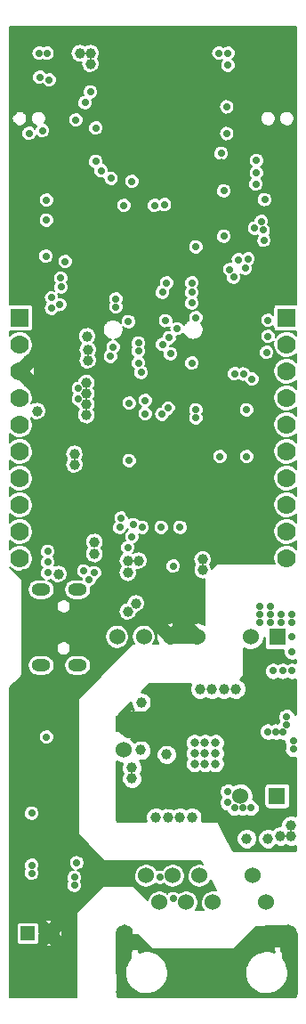
<source format=gbr>
G04 #@! TF.GenerationSoftware,KiCad,Pcbnew,5.99.0-unknown-d20d310~100~ubuntu18.04.1*
G04 #@! TF.CreationDate,2019-12-17T13:26:05+02:00*
G04 #@! TF.ProjectId,ESP32-PoE-ISO_Rev_D,45535033-322d-4506-9f45-2d49534f5f52,D*
G04 #@! TF.SameCoordinates,Original*
G04 #@! TF.FileFunction,Copper,L2,Inr*
G04 #@! TF.FilePolarity,Positive*
%FSLAX46Y46*%
G04 Gerber Fmt 4.6, Leading zero omitted, Abs format (unit mm)*
G04 Created by KiCad (PCBNEW 5.99.0-unknown-d20d310~100~ubuntu18.04.1) date 2019-12-17 13:26:05*
%MOMM*%
%LPD*%
G04 APERTURE LIST*
%ADD10C,1.300000*%
%ADD11C,2.000000*%
%ADD12O,1.600000X2.999999*%
%ADD13C,1.524000*%
%ADD14R,1.524000X1.524000*%
%ADD15R,1.400000X1.400000*%
%ADD16C,1.400000*%
%ADD17C,0.800000*%
%ADD18C,1.778000*%
%ADD19R,1.778000X1.778000*%
%ADD20R,0.400000X0.400000*%
%ADD21R,1.422400X1.422400*%
%ADD22O,1.800000X1.200000*%
%ADD23C,0.700000*%
%ADD24C,1.000000*%
%ADD25C,0.900000*%
%ADD26C,1.270000*%
%ADD27C,1.016000*%
%ADD28C,0.762000*%
%ADD29C,0.508000*%
%ADD30C,0.127000*%
%ADD31C,0.254000*%
G04 APERTURE END LIST*
D10*
X104940000Y-104235000D03*
X101340000Y-104235000D03*
X103140000Y-106035000D03*
X103140000Y-102435000D03*
X104940000Y-102435000D03*
X101340000Y-102435000D03*
X104940000Y-106035000D03*
D11*
X103140000Y-104235000D03*
D10*
X101340000Y-106035000D03*
D12*
X117000000Y-182393000D03*
X101400000Y-182393000D03*
D13*
X114915000Y-178793000D03*
X113645000Y-176253000D03*
X109835000Y-178793000D03*
X108565000Y-176253000D03*
X107295000Y-178793000D03*
X106025000Y-176253000D03*
X104755000Y-178793000D03*
X103485000Y-176253000D03*
X113411000Y-153543000D03*
D14*
X115951000Y-153543000D03*
D13*
X108331000Y-153543000D03*
X105791000Y-153543000D03*
X100711000Y-153543000D03*
X103251000Y-153543000D03*
D15*
X92209620Y-181759860D03*
D16*
X94221300Y-181757320D03*
D17*
X108077000Y-163592000D03*
X108077000Y-164592000D03*
X108077000Y-165592000D03*
X109077000Y-163592000D03*
X109077000Y-164592000D03*
X109077000Y-165592000D03*
X110077000Y-164592000D03*
X110077000Y-163592000D03*
X110077000Y-165592000D03*
D13*
X112423000Y-168656000D03*
D14*
X115923000Y-168656000D03*
D13*
X101346000Y-164318000D03*
D14*
X101346000Y-161818000D03*
D18*
X116840000Y-146080000D03*
X116840000Y-143540000D03*
X116840000Y-138460000D03*
X116840000Y-141000000D03*
X116840000Y-135920000D03*
X116840000Y-133380000D03*
D19*
X116840000Y-123220000D03*
D18*
X116840000Y-125760000D03*
X116840000Y-128300000D03*
X116840000Y-130840000D03*
X91440000Y-130840000D03*
X91440000Y-128300000D03*
X91440000Y-125760000D03*
D19*
X91440000Y-123220000D03*
D18*
X91440000Y-133380000D03*
X91440000Y-135920000D03*
X91440000Y-141000000D03*
X91440000Y-138460000D03*
X91440000Y-143540000D03*
X91440000Y-146080000D03*
D20*
X106710000Y-137406000D03*
X106710000Y-136406000D03*
X105910000Y-135606000D03*
X104910000Y-135606000D03*
X104110000Y-136406000D03*
X104110000Y-137406000D03*
X104910000Y-138206000D03*
X105910000Y-138206000D03*
D21*
X105410000Y-136906000D03*
D22*
X93476000Y-149054000D03*
X96946000Y-149054000D03*
X96946000Y-156254000D03*
X93476000Y-156254000D03*
D23*
X93853000Y-103378000D03*
X96647000Y-177165000D03*
X96647000Y-176403000D03*
X92583000Y-170307000D03*
X92583000Y-175260000D03*
X92583000Y-176022000D03*
D24*
X95123000Y-147574000D03*
X93091000Y-132080000D03*
X107061000Y-153543000D03*
D23*
X105664000Y-150749000D03*
D24*
X106553000Y-151892000D03*
X106553000Y-150749000D03*
X96520000Y-164973000D03*
X95504000Y-164973000D03*
X95504000Y-165989000D03*
X95504000Y-167005000D03*
X95504000Y-168021000D03*
X96520000Y-168021000D03*
D23*
X94996000Y-178054000D03*
X95885000Y-178054000D03*
X94107000Y-178054000D03*
X94996000Y-177165000D03*
X94234000Y-184150000D03*
X92202000Y-184150000D03*
X91186000Y-184150000D03*
X93218000Y-184150000D03*
X96647000Y-154813000D03*
X97409000Y-154813000D03*
X98171000Y-154813000D03*
X98171000Y-154051000D03*
X94424500Y-161480500D03*
X93599000Y-161480500D03*
X93599000Y-159893000D03*
D24*
X96520000Y-171196000D03*
X96520000Y-169037000D03*
X96520000Y-170053000D03*
X95504000Y-169037000D03*
X95504000Y-170053000D03*
X96520000Y-163957000D03*
D23*
X93599000Y-160655000D03*
X91567000Y-157797496D03*
D24*
X111760000Y-142494000D03*
D23*
X115316000Y-145796000D03*
X114173000Y-138176000D03*
X114173000Y-140208000D03*
X110109000Y-131826000D03*
X110109000Y-132588000D03*
X101854000Y-141859000D03*
X101346000Y-141224000D03*
X95250000Y-161480500D03*
D24*
X98679000Y-135572500D03*
D23*
X100457000Y-138049000D03*
X99060000Y-138049000D03*
X97663000Y-122936000D03*
X92075000Y-100228400D03*
X92075000Y-100965000D03*
X93853000Y-96774000D03*
X114427000Y-96774000D03*
X90805000Y-104902000D03*
X90805000Y-103632000D03*
X90932000Y-121666000D03*
X109855000Y-139785743D03*
X107696000Y-139785743D03*
X108458000Y-139785743D03*
D24*
X96520000Y-96774000D03*
D23*
X95123000Y-96012000D03*
D24*
X109474000Y-108585000D03*
D23*
X115189000Y-98679000D03*
X96393000Y-119507000D03*
X97663000Y-111252000D03*
X97663000Y-112776000D03*
X100076000Y-116600350D03*
X102044500Y-116141500D03*
D24*
X97790000Y-96139000D03*
X100330000Y-96139000D03*
X102870000Y-96139000D03*
X105410000Y-96139000D03*
X107950000Y-96139000D03*
X110490000Y-96139000D03*
D23*
X113030000Y-96012000D03*
X93853000Y-96012000D03*
D24*
X99060000Y-96774000D03*
X101600000Y-97155000D03*
X104140000Y-97155000D03*
X106680000Y-97155000D03*
X109220000Y-97155000D03*
D23*
X114427000Y-96012000D03*
X97663000Y-113538000D03*
X97663000Y-114300000D03*
X97663000Y-115062000D03*
X117348000Y-98679000D03*
X117348000Y-99695000D03*
X117348000Y-100965000D03*
X117348000Y-102235000D03*
X117348000Y-103251000D03*
X117348000Y-105283000D03*
X117348000Y-106299000D03*
X117348000Y-107315000D03*
X117348000Y-108585000D03*
X117348000Y-109855000D03*
X117348000Y-111125000D03*
X117348000Y-112395000D03*
D24*
X100330000Y-100965000D03*
X101600000Y-99695000D03*
X104140000Y-99695000D03*
X106680000Y-99695000D03*
X109220000Y-99695000D03*
X102870000Y-100965000D03*
X105410000Y-100965000D03*
X107950000Y-100965000D03*
X110490000Y-100965000D03*
X109220000Y-102235000D03*
X107950000Y-103505000D03*
X109220000Y-104775000D03*
X107950000Y-106045000D03*
D23*
X116205000Y-103251000D03*
X114935000Y-103251000D03*
X116205000Y-105283000D03*
X114935000Y-105283000D03*
D24*
X110617000Y-108585000D03*
X110617000Y-109728000D03*
D23*
X91948000Y-120142000D03*
D24*
X107569000Y-147193000D03*
D25*
X107569000Y-146177000D03*
D23*
X97663000Y-135890000D03*
X99949000Y-133350000D03*
X91821000Y-147447000D03*
X97663000Y-112014000D03*
D24*
X102489000Y-107696002D03*
X96647000Y-136144000D03*
X96647000Y-137160000D03*
D23*
X93599000Y-105410000D03*
X94477435Y-121303850D03*
X97663000Y-102743000D03*
X110871000Y-111125000D03*
X110871000Y-115442996D03*
X114688913Y-115843128D03*
D24*
X108839000Y-146177000D03*
X108839000Y-147193000D03*
X97790000Y-129413000D03*
X97790000Y-130429000D03*
X97790000Y-131445000D03*
X97790000Y-132461000D03*
X97917000Y-127254000D03*
X97917000Y-126238000D03*
D23*
X97028000Y-129921000D03*
X97028000Y-130937000D03*
X107823000Y-119888000D03*
X107823000Y-120777000D03*
X105410000Y-119888000D03*
X100584000Y-121412000D03*
X100584000Y-122174000D03*
X93281500Y-98044000D03*
D24*
X97155000Y-98044000D03*
D23*
X94043500Y-98044000D03*
D24*
X98171000Y-98044000D03*
D23*
X102743000Y-125603000D03*
X102743000Y-126365000D03*
D24*
X98171000Y-99060000D03*
D23*
X94107000Y-147447000D03*
X98171000Y-101726988D03*
X106712509Y-143129000D03*
X103091479Y-143129000D03*
X96878939Y-175028061D03*
X93980000Y-163067994D03*
X106045000Y-146812000D03*
X104902000Y-143129000D03*
X94107000Y-146431000D03*
X101727000Y-145034000D03*
X100141480Y-109960758D03*
D24*
X97853500Y-124968000D03*
D23*
X93345000Y-100330000D03*
X92329000Y-105664000D03*
X95377000Y-120269000D03*
X111155990Y-105692601D03*
X95367917Y-119442038D03*
X94107000Y-145415000D03*
X102235000Y-142875000D03*
X99187000Y-109219994D03*
X111252000Y-99187000D03*
X111155990Y-103152601D03*
X108204000Y-123190000D03*
X105332150Y-123474968D03*
X94234000Y-100584000D03*
X93980000Y-113919000D03*
X111252000Y-98044000D03*
X106410622Y-124236990D03*
X115062000Y-124968000D03*
X102743000Y-127508000D03*
X94466418Y-122311477D03*
X107823000Y-127508000D03*
X114759018Y-111965009D03*
X107823000Y-121793000D03*
X93929098Y-117348014D03*
X95758000Y-117856000D03*
X108204000Y-116459000D03*
X105029000Y-120777000D03*
X111800119Y-119360801D03*
X112259169Y-117673446D03*
X111887000Y-128523990D03*
X93980000Y-112014000D03*
X112903011Y-118514828D03*
X105791000Y-126619000D03*
X112747155Y-128552845D03*
X113157000Y-117602000D03*
X105226229Y-112447424D03*
X113538000Y-129032000D03*
X105029000Y-125730000D03*
X113918984Y-110490016D03*
X110617000Y-107569000D03*
X108204000Y-131953000D03*
X108204000Y-132715000D03*
X102108000Y-144018000D03*
X98552000Y-147447000D03*
X98044000Y-148082000D03*
X97536000Y-147279360D03*
X101346000Y-112522000D03*
X104267000Y-112522000D03*
X98679000Y-105156000D03*
X98679000Y-108331000D03*
D24*
X117284500Y-172466000D03*
X116268500Y-172466000D03*
X117284500Y-171450000D03*
X102108000Y-165989000D03*
X102108000Y-167005000D03*
X98552000Y-144526000D03*
X98552000Y-145669000D03*
X101727000Y-147447000D03*
X101727000Y-146304000D03*
X102743000Y-146304000D03*
X101727000Y-151130000D03*
X102489000Y-150368000D03*
X113030000Y-172720000D03*
X115062000Y-172720000D03*
D23*
X114622118Y-114876118D03*
X113792000Y-114681000D03*
X110393990Y-98044000D03*
X116840000Y-161163000D03*
X115049300Y-162560000D03*
X115785900Y-162560000D03*
X116522500Y-162560000D03*
X116840000Y-161899600D03*
X101790500Y-123571000D03*
D24*
X105409989Y-164719000D03*
D23*
X100330005Y-125984000D03*
X100076000Y-126873000D03*
X113030000Y-136398000D03*
X102997000Y-128397000D03*
X103378000Y-131064000D03*
X113030000Y-131953000D03*
X102108008Y-110236000D03*
X105664000Y-125095000D03*
X115062000Y-123444000D03*
X95250000Y-121950986D03*
X113982500Y-108250103D03*
X96774000Y-104394000D03*
X114427000Y-114046000D03*
X101854000Y-131318000D03*
X101854000Y-136779000D03*
X114935000Y-126492000D03*
X113967984Y-109425000D03*
X111441342Y-118615666D03*
X100965006Y-143129000D03*
X104775000Y-176402960D03*
X106044996Y-178435000D03*
D24*
X112712500Y-164274500D03*
X105537000Y-168275000D03*
X105537000Y-169291000D03*
X104902000Y-163449000D03*
X111633000Y-161417000D03*
X111633000Y-160274000D03*
D23*
X111252000Y-168275000D03*
X111252000Y-169291000D03*
X113411000Y-169799000D03*
X111887000Y-169799000D03*
X112649000Y-169799000D03*
X114300000Y-150622000D03*
X114300000Y-151384000D03*
X115316000Y-152146000D03*
X115316000Y-151384000D03*
X115316000Y-150622000D03*
X116332000Y-152146000D03*
X116332000Y-151384000D03*
X114300000Y-152146000D03*
X117348000Y-151384000D03*
X117348000Y-152146000D03*
X115570000Y-156781500D03*
X116459000Y-156781500D03*
X117348000Y-153543000D03*
X117348000Y-154940000D03*
X117348000Y-156781500D03*
X117475000Y-163449000D03*
X117475000Y-164211000D03*
D24*
X106680000Y-170688000D03*
X105537000Y-170688000D03*
X107823000Y-170688000D03*
X104394000Y-170688000D03*
X112013990Y-158496010D03*
X110871000Y-158496010D03*
X109728000Y-158496000D03*
X108585000Y-158496000D03*
X102997000Y-159766000D03*
X102977000Y-164318000D03*
X106045000Y-184150000D03*
X106045000Y-186690000D03*
X107315000Y-185420000D03*
X108585000Y-184150000D03*
X108585000Y-186690000D03*
X111125000Y-186690000D03*
X117387990Y-187387990D03*
X117387990Y-185420000D03*
X109855000Y-185420000D03*
X111125000Y-184150000D03*
X112395000Y-185420000D03*
X113538000Y-182880000D03*
X114935000Y-182880000D03*
X102870000Y-182880000D03*
X101092000Y-187325000D03*
X101092000Y-185420000D03*
X114935000Y-181483000D03*
D23*
X101092000Y-142240000D03*
X110490000Y-136398000D03*
X103378000Y-132334000D03*
X104983227Y-132378110D03*
X105578732Y-131804243D03*
X106299000Y-132270500D03*
D26*
X105791000Y-153543000D02*
X107061000Y-153543000D01*
X108331000Y-153543000D02*
X107061000Y-153543000D01*
X104902000Y-162741894D02*
X104902000Y-161818000D01*
D27*
X104902000Y-163449000D02*
X104902000Y-162741894D01*
D26*
X111633000Y-161417000D02*
X111633000Y-160274000D01*
X111633000Y-161925000D02*
X111633000Y-161417000D01*
X111526000Y-161818000D02*
X111633000Y-161925000D01*
X111633000Y-163195000D02*
X112712500Y-164274500D01*
X111633000Y-161417000D02*
X111633000Y-163195000D01*
X105537000Y-169291000D02*
X105537000Y-168275000D01*
X104902000Y-161818000D02*
X105918000Y-161818000D01*
X103271000Y-161818000D02*
X103251000Y-161818000D01*
X103251000Y-161818000D02*
X104902000Y-161818000D01*
X101346000Y-161818000D02*
X103251000Y-161818000D01*
X105918000Y-161818000D02*
X106680000Y-161818000D01*
X107676000Y-161818000D02*
X106680000Y-162814000D01*
X107950000Y-161818000D02*
X107676000Y-161818000D01*
X106680000Y-161818000D02*
X107950000Y-161818000D01*
X106680000Y-162814000D02*
X106680000Y-161818000D01*
X110256000Y-161818000D02*
X110109000Y-161818000D01*
X111633000Y-163195000D02*
X110256000Y-161818000D01*
X110109000Y-161818000D02*
X111526000Y-161818000D01*
X107950000Y-161818000D02*
X110109000Y-161818000D01*
X111633000Y-160274000D02*
X104795000Y-160274000D01*
X111018000Y-160802000D02*
X111633000Y-161417000D01*
X104267000Y-160802000D02*
X111018000Y-160802000D01*
X104795000Y-160274000D02*
X104267000Y-160802000D01*
X104267000Y-160802000D02*
X103251000Y-161818000D01*
D27*
X104267000Y-162814000D02*
X103271000Y-161818000D01*
X104902000Y-163449000D02*
X104267000Y-162814000D01*
X101727000Y-162687000D02*
X104140000Y-162687000D01*
X101346000Y-162306000D02*
X101727000Y-162687000D01*
X104140000Y-162687000D02*
X104267000Y-162814000D01*
X101346000Y-161818000D02*
X101346000Y-162306000D01*
X103906000Y-161163000D02*
X104267000Y-160802000D01*
X101727000Y-161163000D02*
X103906000Y-161163000D01*
X101346000Y-161544000D02*
X101727000Y-161163000D01*
X101346000Y-161818000D02*
X101346000Y-161544000D01*
X106680000Y-163449000D02*
X104902000Y-163449000D01*
D26*
X105880751Y-162649751D02*
X106680000Y-163449000D01*
X105880751Y-161855249D02*
X105880751Y-162649751D01*
X105918000Y-161818000D02*
X105880751Y-161855249D01*
D27*
X106807000Y-167005000D02*
X106807000Y-162814000D01*
D26*
X106807000Y-162814000D02*
X106680000Y-162814000D01*
D27*
X105537000Y-168275000D02*
X106807000Y-167005000D01*
D28*
X102870000Y-182880000D02*
X101473000Y-182880000D01*
X101473000Y-182880000D02*
X101346000Y-182880000D01*
D27*
X114935000Y-181483000D02*
X116967000Y-181483000D01*
X117387990Y-185420000D02*
X117387990Y-187387990D01*
X117387990Y-185420000D02*
X117387990Y-181903990D01*
X117387990Y-181903990D02*
X116967000Y-181483000D01*
X101092000Y-185420000D02*
X101092000Y-181746042D01*
X101092000Y-181746042D02*
X101350521Y-181487521D01*
D29*
X101408990Y-187641990D02*
X101092000Y-187325000D01*
X117133990Y-187641990D02*
X101408990Y-187641990D01*
X117387990Y-187387990D02*
X117133990Y-187641990D01*
G36*
X117782701Y-121967186D02*
G01*
X117735156Y-121957729D01*
X115944844Y-121957729D01*
X115807687Y-121985011D01*
X115686192Y-122066192D01*
X115605011Y-122187687D01*
X115577729Y-122324844D01*
X115577729Y-122938118D01*
X115426890Y-122817057D01*
X115226413Y-122737479D01*
X115011399Y-122720369D01*
X114800859Y-122767237D01*
X114613407Y-122873941D01*
X114465619Y-123031045D01*
X114370557Y-123224661D01*
X114336629Y-123437669D01*
X114366835Y-123651238D01*
X114458501Y-123846484D01*
X114603527Y-124006143D01*
X114789088Y-124116103D01*
X114998778Y-124166638D01*
X115214057Y-124153282D01*
X115415893Y-124077217D01*
X115577729Y-123951909D01*
X115577729Y-124115156D01*
X115605011Y-124252313D01*
X115686192Y-124373808D01*
X115807687Y-124454989D01*
X115944844Y-124482271D01*
X117735156Y-124482271D01*
X117782701Y-124472814D01*
X117782701Y-124929355D01*
X117697236Y-124834270D01*
X117514181Y-124693553D01*
X117308546Y-124588550D01*
X117087221Y-124522780D01*
X116857615Y-124498446D01*
X116627421Y-124516360D01*
X116404345Y-124575925D01*
X116195860Y-124675144D01*
X116008946Y-124810695D01*
X115849866Y-124978039D01*
X115776397Y-125090955D01*
X115777527Y-125087487D01*
X115779504Y-124861019D01*
X115716188Y-124654566D01*
X115595106Y-124476064D01*
X115426890Y-124341057D01*
X115226413Y-124261479D01*
X115011399Y-124244369D01*
X114800859Y-124291237D01*
X114613407Y-124397941D01*
X114465619Y-124555045D01*
X114370557Y-124748661D01*
X114336629Y-124961669D01*
X114366835Y-125175238D01*
X114458501Y-125370484D01*
X114603527Y-125530143D01*
X114789088Y-125640103D01*
X114998778Y-125690638D01*
X115214057Y-125677282D01*
X115415893Y-125601217D01*
X115586439Y-125469165D01*
X115630860Y-125406077D01*
X115587198Y-125610613D01*
X115580953Y-125841419D01*
X115616872Y-126069498D01*
X115693756Y-126287214D01*
X115809027Y-126487272D01*
X115958825Y-126662973D01*
X116138134Y-126808434D01*
X116340949Y-126918783D01*
X116560477Y-126990324D01*
X116789366Y-127020661D01*
X117019952Y-127008779D01*
X117244510Y-126955074D01*
X117455522Y-126861345D01*
X117645919Y-126730734D01*
X117782701Y-126594190D01*
X117782701Y-127469355D01*
X117697236Y-127374270D01*
X117514181Y-127233553D01*
X117308546Y-127128550D01*
X117087221Y-127062780D01*
X116857615Y-127038446D01*
X116627421Y-127056360D01*
X116404345Y-127115925D01*
X116195860Y-127215144D01*
X116008946Y-127350695D01*
X115849866Y-127518039D01*
X115723944Y-127711571D01*
X115635400Y-127924809D01*
X115587198Y-128150613D01*
X115580953Y-128381419D01*
X115616872Y-128609498D01*
X115693756Y-128827214D01*
X115809027Y-129027272D01*
X115958825Y-129202973D01*
X116138134Y-129348434D01*
X116340949Y-129458783D01*
X116560477Y-129530324D01*
X116789366Y-129560661D01*
X117019952Y-129548779D01*
X117244510Y-129495074D01*
X117455522Y-129401345D01*
X117645919Y-129270734D01*
X117782701Y-129134190D01*
X117782701Y-130009355D01*
X117697236Y-129914270D01*
X117514181Y-129773553D01*
X117308546Y-129668550D01*
X117087221Y-129602780D01*
X116857615Y-129578446D01*
X116627421Y-129596360D01*
X116404345Y-129655925D01*
X116195860Y-129755144D01*
X116008946Y-129890695D01*
X115849866Y-130058039D01*
X115723944Y-130251571D01*
X115635400Y-130464809D01*
X115587198Y-130690613D01*
X115580953Y-130921419D01*
X115616872Y-131149498D01*
X115693756Y-131367214D01*
X115809027Y-131567272D01*
X115958825Y-131742973D01*
X116138134Y-131888434D01*
X116340949Y-131998783D01*
X116560477Y-132070324D01*
X116789366Y-132100661D01*
X117019952Y-132088779D01*
X117244510Y-132035074D01*
X117455522Y-131941345D01*
X117645919Y-131810734D01*
X117782701Y-131674190D01*
X117782701Y-132549355D01*
X117697236Y-132454270D01*
X117514181Y-132313553D01*
X117308546Y-132208550D01*
X117087221Y-132142780D01*
X116857615Y-132118446D01*
X116627421Y-132136360D01*
X116404345Y-132195925D01*
X116195860Y-132295144D01*
X116008946Y-132430695D01*
X115849866Y-132598039D01*
X115723944Y-132791571D01*
X115635400Y-133004809D01*
X115587198Y-133230613D01*
X115580953Y-133461419D01*
X115616872Y-133689498D01*
X115693756Y-133907214D01*
X115809027Y-134107272D01*
X115958825Y-134282973D01*
X116138134Y-134428434D01*
X116340949Y-134538783D01*
X116560477Y-134610324D01*
X116789366Y-134640661D01*
X117019952Y-134628779D01*
X117244510Y-134575074D01*
X117455522Y-134481345D01*
X117645919Y-134350734D01*
X117782701Y-134214190D01*
X117782701Y-135089355D01*
X117697236Y-134994270D01*
X117514181Y-134853553D01*
X117308546Y-134748550D01*
X117087221Y-134682780D01*
X116857615Y-134658446D01*
X116627421Y-134676360D01*
X116404345Y-134735925D01*
X116195860Y-134835144D01*
X116008946Y-134970695D01*
X115849866Y-135138039D01*
X115723944Y-135331571D01*
X115635400Y-135544809D01*
X115587198Y-135770613D01*
X115580953Y-136001419D01*
X115616872Y-136229498D01*
X115693756Y-136447214D01*
X115809027Y-136647272D01*
X115958825Y-136822973D01*
X116138134Y-136968434D01*
X116340949Y-137078783D01*
X116560477Y-137150324D01*
X116789366Y-137180661D01*
X117019952Y-137168779D01*
X117244510Y-137115074D01*
X117455522Y-137021345D01*
X117645919Y-136890734D01*
X117782701Y-136754190D01*
X117782701Y-137629355D01*
X117697236Y-137534270D01*
X117514181Y-137393553D01*
X117308546Y-137288550D01*
X117087221Y-137222780D01*
X116857615Y-137198446D01*
X116627421Y-137216360D01*
X116404345Y-137275925D01*
X116195860Y-137375144D01*
X116008946Y-137510695D01*
X115849866Y-137678039D01*
X115723944Y-137871571D01*
X115635400Y-138084809D01*
X115587198Y-138310613D01*
X115580953Y-138541419D01*
X115616872Y-138769498D01*
X115693756Y-138987214D01*
X115809027Y-139187272D01*
X115958825Y-139362973D01*
X116138134Y-139508434D01*
X116340949Y-139618783D01*
X116560477Y-139690324D01*
X116789366Y-139720661D01*
X117019952Y-139708779D01*
X117244510Y-139655074D01*
X117455522Y-139561345D01*
X117645919Y-139430734D01*
X117782701Y-139294190D01*
X117782701Y-140169355D01*
X117697236Y-140074270D01*
X117514181Y-139933553D01*
X117308546Y-139828550D01*
X117087221Y-139762780D01*
X116857615Y-139738446D01*
X116627421Y-139756360D01*
X116404345Y-139815925D01*
X116195860Y-139915144D01*
X116008946Y-140050695D01*
X115849866Y-140218039D01*
X115723944Y-140411571D01*
X115635400Y-140624809D01*
X115587198Y-140850613D01*
X115580953Y-141081419D01*
X115616872Y-141309498D01*
X115693756Y-141527214D01*
X115809027Y-141727272D01*
X115958825Y-141902973D01*
X116138134Y-142048434D01*
X116340949Y-142158783D01*
X116560477Y-142230324D01*
X116789366Y-142260661D01*
X117019952Y-142248779D01*
X117244510Y-142195074D01*
X117455522Y-142101345D01*
X117645919Y-141970734D01*
X117782701Y-141834190D01*
X117782700Y-142709354D01*
X117697236Y-142614270D01*
X117514181Y-142473553D01*
X117308546Y-142368550D01*
X117087221Y-142302780D01*
X116857615Y-142278446D01*
X116627421Y-142296360D01*
X116404345Y-142355925D01*
X116195860Y-142455144D01*
X116008946Y-142590695D01*
X115849866Y-142758039D01*
X115723944Y-142951571D01*
X115635400Y-143164809D01*
X115587198Y-143390613D01*
X115580953Y-143621419D01*
X115616872Y-143849498D01*
X115693756Y-144067214D01*
X115809027Y-144267272D01*
X115958825Y-144442973D01*
X116138134Y-144588434D01*
X116340949Y-144698783D01*
X116560477Y-144770324D01*
X116789366Y-144800661D01*
X117019952Y-144788779D01*
X117244510Y-144735074D01*
X117455522Y-144641345D01*
X117645919Y-144510734D01*
X117782700Y-144374191D01*
X117782700Y-145249354D01*
X117697236Y-145154270D01*
X117514181Y-145013553D01*
X117308546Y-144908550D01*
X117087221Y-144842780D01*
X116857615Y-144818446D01*
X116627421Y-144836360D01*
X116404345Y-144895925D01*
X116195860Y-144995144D01*
X116008946Y-145130695D01*
X115849866Y-145298039D01*
X115723944Y-145491571D01*
X115635400Y-145704809D01*
X115587198Y-145930613D01*
X115580953Y-146161419D01*
X115616872Y-146389498D01*
X115693756Y-146607214D01*
X115702564Y-146622500D01*
X110210112Y-146622500D01*
X109705893Y-147126719D01*
X109706440Y-147074509D01*
X109642448Y-146845317D01*
X109544636Y-146683810D01*
X109634991Y-146541432D01*
X109703767Y-146313631D01*
X109706440Y-146058509D01*
X109642448Y-145829317D01*
X109519352Y-145626062D01*
X109346131Y-145463397D01*
X109135548Y-145353306D01*
X108903116Y-145303902D01*
X108665961Y-145318822D01*
X108441555Y-145396969D01*
X108246429Y-145532584D01*
X108094962Y-145715677D01*
X107998311Y-145932757D01*
X107963599Y-146167832D01*
X107993381Y-146403583D01*
X108085463Y-146622640D01*
X108134247Y-146684190D01*
X108094962Y-146731677D01*
X107998311Y-146948757D01*
X107963599Y-147183832D01*
X107993381Y-147419583D01*
X108085463Y-147638640D01*
X108233063Y-147824864D01*
X108425306Y-147964537D01*
X108648027Y-148047366D01*
X108884818Y-148067250D01*
X109055900Y-148034615D01*
X109055900Y-152420834D01*
X108868759Y-152317952D01*
X108643322Y-152242084D01*
X108408014Y-152207337D01*
X108170272Y-152214808D01*
X107951395Y-152261332D01*
X107930274Y-152332636D01*
X109055900Y-153458262D01*
X109055900Y-153627738D01*
X108441138Y-154242500D01*
X108220862Y-154242500D01*
X107074053Y-153095691D01*
X107055951Y-153155649D01*
X107004205Y-153139433D01*
X105901138Y-154242500D01*
X105680862Y-154242500D01*
X104534053Y-153095691D01*
X104480916Y-153271695D01*
X104453577Y-153507978D01*
X104468513Y-153745369D01*
X104525250Y-153976363D01*
X104621996Y-154193659D01*
X104655189Y-154242500D01*
X104139619Y-154242500D01*
X104237669Y-154103505D01*
X104327747Y-153901186D01*
X104376910Y-153684793D01*
X104380431Y-153432699D01*
X104337328Y-153215018D01*
X104252934Y-153010262D01*
X104130376Y-152825798D01*
X103974324Y-152668652D01*
X103790720Y-152544809D01*
X103586557Y-152458988D01*
X103369614Y-152414455D01*
X103148153Y-152412910D01*
X102930610Y-152454408D01*
X102725270Y-152537371D01*
X102539954Y-152658638D01*
X102381723Y-152813590D01*
X102256601Y-152996325D01*
X102169357Y-153199882D01*
X102123312Y-153416510D01*
X102120220Y-153637954D01*
X102160198Y-153855782D01*
X102241725Y-154061697D01*
X102358245Y-154242500D01*
X102209112Y-154242500D01*
X96978200Y-159473412D01*
X96978200Y-172352188D01*
X99465912Y-174839900D01*
X108698656Y-174839900D01*
X108857730Y-175160197D01*
X108683614Y-175124455D01*
X108462153Y-175122910D01*
X108244610Y-175164408D01*
X108039270Y-175247371D01*
X107853954Y-175368638D01*
X107695723Y-175523590D01*
X107570601Y-175706325D01*
X107483357Y-175909882D01*
X107437312Y-176126510D01*
X107434220Y-176347954D01*
X107474198Y-176565782D01*
X107555725Y-176771697D01*
X107675695Y-176957854D01*
X107829539Y-177117163D01*
X108011396Y-177243557D01*
X108214340Y-177332221D01*
X108430640Y-177379778D01*
X108652058Y-177384417D01*
X108870160Y-177345959D01*
X109076638Y-177265871D01*
X109263628Y-177147204D01*
X109424008Y-176994476D01*
X109551669Y-176813505D01*
X109611782Y-176678489D01*
X110118239Y-177698248D01*
X109953614Y-177664455D01*
X109732153Y-177662910D01*
X109514610Y-177704408D01*
X109309270Y-177787371D01*
X109123954Y-177908638D01*
X108965723Y-178063590D01*
X108840601Y-178246325D01*
X108753357Y-178449882D01*
X108707312Y-178666510D01*
X108704220Y-178887954D01*
X108744198Y-179105782D01*
X108825725Y-179311697D01*
X108945695Y-179497854D01*
X108962736Y-179515500D01*
X108167394Y-179515500D01*
X108281669Y-179353505D01*
X108371747Y-179151186D01*
X108420910Y-178934793D01*
X108424431Y-178682699D01*
X108381328Y-178465018D01*
X108296934Y-178260262D01*
X108174376Y-178075798D01*
X108018324Y-177918652D01*
X107834720Y-177794809D01*
X107630557Y-177708988D01*
X107413614Y-177664455D01*
X107192153Y-177662910D01*
X106974610Y-177704408D01*
X106769270Y-177787371D01*
X106583954Y-177908638D01*
X106561998Y-177930139D01*
X106409886Y-177808057D01*
X106209409Y-177728479D01*
X105994395Y-177711369D01*
X105783855Y-177758237D01*
X105596403Y-177864941D01*
X105513015Y-177953586D01*
X105478324Y-177918652D01*
X105294720Y-177794809D01*
X105090557Y-177708988D01*
X104873614Y-177664455D01*
X104652153Y-177662910D01*
X104434610Y-177704408D01*
X104229270Y-177787371D01*
X104043954Y-177908638D01*
X103885723Y-178063590D01*
X103760601Y-178246325D01*
X103673357Y-178449882D01*
X103639685Y-178608297D01*
X102260888Y-177229500D01*
X99415112Y-177229500D01*
X96838500Y-179806112D01*
X96838500Y-187782700D01*
X90517300Y-187782700D01*
X90517300Y-182914810D01*
X93873447Y-182914810D01*
X93892126Y-182984520D01*
X94001982Y-183013955D01*
X94227980Y-183032933D01*
X94453765Y-183011590D01*
X94619623Y-182965281D01*
X94221300Y-182566958D01*
X93873447Y-182914810D01*
X90517300Y-182914810D01*
X90517300Y-181053704D01*
X91136349Y-181053704D01*
X91136349Y-182466016D01*
X91163631Y-182603173D01*
X91244812Y-182724668D01*
X91366307Y-182805849D01*
X91503464Y-182833131D01*
X92915776Y-182833131D01*
X93052933Y-182805849D01*
X93174428Y-182724668D01*
X93255609Y-182603173D01*
X93282891Y-182466016D01*
X93282891Y-181886091D01*
X93411662Y-181757320D01*
X95030938Y-181757320D01*
X95378816Y-182105199D01*
X95449488Y-182085067D01*
X95484393Y-181936255D01*
X95492026Y-181644737D01*
X95453350Y-181429784D01*
X95381112Y-181407146D01*
X95030938Y-181757320D01*
X93411662Y-181757320D01*
X93282891Y-181628549D01*
X93282891Y-181053704D01*
X93255609Y-180916547D01*
X93174428Y-180795052D01*
X93052933Y-180713871D01*
X92915776Y-180686589D01*
X91503464Y-180686589D01*
X91366307Y-180713871D01*
X91244812Y-180795052D01*
X91163631Y-180916547D01*
X91136349Y-181053704D01*
X90517300Y-181053704D01*
X90517300Y-180599234D01*
X93872852Y-180599234D01*
X94221300Y-180947682D01*
X94574311Y-180594672D01*
X94550117Y-180521517D01*
X94294730Y-180483805D01*
X94068050Y-180490928D01*
X93893973Y-180527930D01*
X93872852Y-180599234D01*
X90517300Y-180599234D01*
X90517300Y-175253669D01*
X91857629Y-175253669D01*
X91887835Y-175467238D01*
X91970155Y-175642576D01*
X91891557Y-175802661D01*
X91857629Y-176015669D01*
X91887835Y-176229238D01*
X91979501Y-176424484D01*
X92124527Y-176584143D01*
X92310088Y-176694103D01*
X92519778Y-176744638D01*
X92735057Y-176731282D01*
X92936893Y-176655217D01*
X93107439Y-176523165D01*
X93196506Y-176396669D01*
X95921629Y-176396669D01*
X95951835Y-176610238D01*
X96034155Y-176785576D01*
X95955557Y-176945661D01*
X95921629Y-177158669D01*
X95951835Y-177372238D01*
X96043501Y-177567484D01*
X96188527Y-177727143D01*
X96374088Y-177837103D01*
X96583778Y-177887638D01*
X96799057Y-177874282D01*
X97000893Y-177798217D01*
X97171439Y-177666165D01*
X97295618Y-177489803D01*
X97362527Y-177284487D01*
X97364504Y-177058019D01*
X97301188Y-176851566D01*
X97255696Y-176784501D01*
X97295618Y-176727803D01*
X97362527Y-176522487D01*
X97364050Y-176347954D01*
X102354220Y-176347954D01*
X102394198Y-176565782D01*
X102475725Y-176771697D01*
X102595695Y-176957854D01*
X102749539Y-177117163D01*
X102931396Y-177243557D01*
X103134340Y-177332221D01*
X103350640Y-177379778D01*
X103572058Y-177384417D01*
X103790160Y-177345959D01*
X103996638Y-177265871D01*
X104183628Y-177147204D01*
X104344008Y-176994475D01*
X104350519Y-176985246D01*
X104502088Y-177075063D01*
X104711778Y-177125598D01*
X104927057Y-177112242D01*
X105128893Y-177036177D01*
X105176062Y-176999654D01*
X105289539Y-177117163D01*
X105471396Y-177243557D01*
X105674340Y-177332221D01*
X105890640Y-177379778D01*
X106112058Y-177384417D01*
X106330160Y-177345959D01*
X106536638Y-177265871D01*
X106723628Y-177147204D01*
X106884008Y-176994476D01*
X107011669Y-176813505D01*
X107101747Y-176611186D01*
X107150910Y-176394793D01*
X107154431Y-176142699D01*
X107111328Y-175925018D01*
X107026934Y-175720262D01*
X106904376Y-175535798D01*
X106748324Y-175378652D01*
X106564720Y-175254809D01*
X106360557Y-175168988D01*
X106143614Y-175124455D01*
X105922153Y-175122910D01*
X105704610Y-175164408D01*
X105499270Y-175247371D01*
X105313954Y-175368638D01*
X105155723Y-175523590D01*
X105030601Y-175706325D01*
X105020964Y-175728810D01*
X104939413Y-175696439D01*
X104724399Y-175679329D01*
X104513859Y-175726197D01*
X104494032Y-175737483D01*
X104486934Y-175720262D01*
X104364376Y-175535798D01*
X104208324Y-175378652D01*
X104024720Y-175254809D01*
X103820557Y-175168988D01*
X103603614Y-175124455D01*
X103382153Y-175122910D01*
X103164610Y-175164408D01*
X102959270Y-175247371D01*
X102773954Y-175368638D01*
X102615723Y-175523590D01*
X102490601Y-175706325D01*
X102403357Y-175909882D01*
X102357312Y-176126510D01*
X102354220Y-176347954D01*
X97364050Y-176347954D01*
X97364504Y-176296019D01*
X97301188Y-176089566D01*
X97180106Y-175911064D01*
X97011890Y-175776057D01*
X96930125Y-175743601D01*
X97030996Y-175737343D01*
X97232832Y-175661278D01*
X97403378Y-175529226D01*
X97527557Y-175352864D01*
X97594466Y-175147548D01*
X97596443Y-174921080D01*
X97533127Y-174714627D01*
X97412045Y-174536125D01*
X97243829Y-174401118D01*
X97043352Y-174321540D01*
X96828338Y-174304430D01*
X96617798Y-174351298D01*
X96430346Y-174458002D01*
X96282558Y-174615106D01*
X96187496Y-174808722D01*
X96153568Y-175021730D01*
X96183774Y-175235299D01*
X96275440Y-175430545D01*
X96420466Y-175590204D01*
X96577888Y-175683490D01*
X96385859Y-175726237D01*
X96198407Y-175832941D01*
X96050619Y-175990045D01*
X95955557Y-176183661D01*
X95921629Y-176396669D01*
X93196506Y-176396669D01*
X93231618Y-176346803D01*
X93298527Y-176141487D01*
X93300504Y-175915019D01*
X93237188Y-175708566D01*
X93191696Y-175641501D01*
X93231618Y-175584803D01*
X93298527Y-175379487D01*
X93300504Y-175153019D01*
X93237188Y-174946566D01*
X93116106Y-174768064D01*
X92947890Y-174633057D01*
X92747413Y-174553479D01*
X92532399Y-174536369D01*
X92321859Y-174583237D01*
X92134407Y-174689941D01*
X91986619Y-174847045D01*
X91891557Y-175040661D01*
X91857629Y-175253669D01*
X90517300Y-175253669D01*
X90517300Y-170300669D01*
X91857629Y-170300669D01*
X91887835Y-170514238D01*
X91979501Y-170709484D01*
X92124527Y-170869143D01*
X92310088Y-170979103D01*
X92519778Y-171029638D01*
X92735057Y-171016282D01*
X92936893Y-170940217D01*
X93107439Y-170808165D01*
X93231618Y-170631803D01*
X93298527Y-170426487D01*
X93300504Y-170200019D01*
X93237188Y-169993566D01*
X93116106Y-169815064D01*
X92947890Y-169680057D01*
X92747413Y-169600479D01*
X92532399Y-169583369D01*
X92321859Y-169630237D01*
X92134407Y-169736941D01*
X91986619Y-169894045D01*
X91891557Y-170087661D01*
X91857629Y-170300669D01*
X90517300Y-170300669D01*
X90517300Y-163061663D01*
X93254629Y-163061663D01*
X93284835Y-163275232D01*
X93376501Y-163470478D01*
X93521527Y-163630137D01*
X93707088Y-163740097D01*
X93916778Y-163790632D01*
X94132057Y-163777276D01*
X94333893Y-163701211D01*
X94504439Y-163569159D01*
X94628618Y-163392797D01*
X94695527Y-163187481D01*
X94697504Y-162961013D01*
X94634188Y-162754560D01*
X94513106Y-162576058D01*
X94344890Y-162441051D01*
X94144413Y-162361473D01*
X93929399Y-162344363D01*
X93718859Y-162391231D01*
X93531407Y-162497935D01*
X93383619Y-162655039D01*
X93288557Y-162848655D01*
X93254629Y-163061663D01*
X90517300Y-163061663D01*
X90517300Y-158352139D01*
X91566293Y-157303148D01*
X91572782Y-157299976D01*
X91615290Y-157254151D01*
X91633841Y-157235600D01*
X91637654Y-157230043D01*
X91668006Y-157197322D01*
X91673782Y-157177377D01*
X91691613Y-157151384D01*
X91723207Y-157018254D01*
X91717300Y-156974852D01*
X91717300Y-156152333D01*
X92208701Y-156152333D01*
X92208701Y-156355667D01*
X92250977Y-156554558D01*
X92333680Y-156740313D01*
X92453197Y-156904815D01*
X92604304Y-157040872D01*
X92780397Y-157142539D01*
X92973779Y-157205373D01*
X93125315Y-157221300D01*
X93826685Y-157221300D01*
X93978221Y-157205373D01*
X94171603Y-157142539D01*
X94347696Y-157040872D01*
X94498803Y-156904815D01*
X94618320Y-156740314D01*
X94701023Y-156554558D01*
X94743299Y-156355667D01*
X94743299Y-156152333D01*
X95678701Y-156152333D01*
X95678701Y-156355667D01*
X95720977Y-156554558D01*
X95803680Y-156740313D01*
X95923197Y-156904815D01*
X96074304Y-157040872D01*
X96250397Y-157142539D01*
X96443779Y-157205373D01*
X96595315Y-157221300D01*
X97296685Y-157221300D01*
X97448221Y-157205373D01*
X97641603Y-157142539D01*
X97817696Y-157040872D01*
X97968803Y-156904815D01*
X98088320Y-156740314D01*
X98171023Y-156554558D01*
X98213299Y-156355667D01*
X98213299Y-156152333D01*
X98171023Y-155953442D01*
X98088320Y-155767687D01*
X97968803Y-155603185D01*
X97817696Y-155467128D01*
X97641603Y-155365461D01*
X97448221Y-155302627D01*
X97296685Y-155286700D01*
X96595315Y-155286700D01*
X96443779Y-155302627D01*
X96250397Y-155365461D01*
X96074304Y-155467128D01*
X95923197Y-155603185D01*
X95803680Y-155767686D01*
X95720977Y-155953442D01*
X95678701Y-156152333D01*
X94743299Y-156152333D01*
X94701023Y-155953442D01*
X94618320Y-155767687D01*
X94498803Y-155603185D01*
X94347696Y-155467128D01*
X94171603Y-155365461D01*
X93978221Y-155302627D01*
X93826685Y-155286700D01*
X93125315Y-155286700D01*
X92973779Y-155302627D01*
X92780397Y-155365461D01*
X92604304Y-155467128D01*
X92453197Y-155603185D01*
X92333680Y-155767686D01*
X92250977Y-155953442D01*
X92208701Y-156152333D01*
X91717300Y-156152333D01*
X91717300Y-154566149D01*
X94958701Y-154566149D01*
X94958701Y-154741851D01*
X95004176Y-154911568D01*
X95092028Y-155063731D01*
X95216269Y-155187972D01*
X95368432Y-155275824D01*
X95538149Y-155321299D01*
X95713851Y-155321299D01*
X95883568Y-155275824D01*
X96035731Y-155187972D01*
X96159972Y-155063731D01*
X96247824Y-154911568D01*
X96293299Y-154741851D01*
X96293299Y-154566149D01*
X96247824Y-154396432D01*
X96159972Y-154244269D01*
X96035731Y-154120028D01*
X95883568Y-154032176D01*
X95713851Y-153986701D01*
X95538149Y-153986701D01*
X95368432Y-154032176D01*
X95216269Y-154120028D01*
X95092028Y-154244269D01*
X95004176Y-154396432D01*
X94958701Y-154566149D01*
X91717300Y-154566149D01*
X91717300Y-153637954D01*
X99580220Y-153637954D01*
X99620198Y-153855782D01*
X99701725Y-154061697D01*
X99821695Y-154247854D01*
X99975539Y-154407163D01*
X100157396Y-154533557D01*
X100360340Y-154622221D01*
X100576640Y-154669778D01*
X100798058Y-154674417D01*
X101016160Y-154635959D01*
X101222638Y-154555871D01*
X101409628Y-154437204D01*
X101570008Y-154284476D01*
X101697669Y-154103505D01*
X101787747Y-153901186D01*
X101836910Y-153684793D01*
X101840431Y-153432699D01*
X101797328Y-153215018D01*
X101712934Y-153010262D01*
X101590376Y-152825798D01*
X101434324Y-152668652D01*
X101250720Y-152544809D01*
X101046557Y-152458988D01*
X100829614Y-152414455D01*
X100608153Y-152412910D01*
X100390610Y-152454408D01*
X100185270Y-152537371D01*
X99999954Y-152658638D01*
X99841723Y-152813590D01*
X99716601Y-152996325D01*
X99629357Y-153199882D01*
X99583312Y-153416510D01*
X99580220Y-153637954D01*
X91717300Y-153637954D01*
X91717300Y-152332636D01*
X105390274Y-152332636D01*
X105791000Y-152733362D01*
X106237216Y-152287146D01*
X106103323Y-152242084D01*
X105868014Y-152207337D01*
X105630272Y-152214808D01*
X105411395Y-152261332D01*
X105390274Y-152332636D01*
X91717300Y-152332636D01*
X91717300Y-150566149D01*
X94958701Y-150566149D01*
X94958701Y-150741851D01*
X95004176Y-150911568D01*
X95092028Y-151063731D01*
X95216269Y-151187972D01*
X95368432Y-151275824D01*
X95538149Y-151321299D01*
X95713851Y-151321299D01*
X95883568Y-151275824D01*
X96035731Y-151187972D01*
X96102871Y-151120832D01*
X100851599Y-151120832D01*
X100881381Y-151356583D01*
X100973463Y-151575640D01*
X101121063Y-151761864D01*
X101313306Y-151901537D01*
X101536027Y-151984366D01*
X101772818Y-152004250D01*
X102006233Y-151959724D01*
X102219075Y-151854067D01*
X102395665Y-151695066D01*
X102522991Y-151494432D01*
X102591767Y-151266631D01*
X102592137Y-151231316D01*
X102768233Y-151197724D01*
X102981075Y-151092067D01*
X103157665Y-150933066D01*
X103284991Y-150732432D01*
X103353767Y-150504631D01*
X103356440Y-150249509D01*
X103292448Y-150020317D01*
X103169352Y-149817062D01*
X102996131Y-149654397D01*
X102785548Y-149544306D01*
X102553116Y-149494902D01*
X102315961Y-149509822D01*
X102091555Y-149587969D01*
X101896429Y-149723584D01*
X101744962Y-149906677D01*
X101648311Y-150123757D01*
X101627127Y-150267219D01*
X101553961Y-150271822D01*
X101329555Y-150349969D01*
X101134429Y-150485584D01*
X100982962Y-150668677D01*
X100886311Y-150885757D01*
X100851599Y-151120832D01*
X96102871Y-151120832D01*
X96159972Y-151063731D01*
X96247824Y-150911568D01*
X96293299Y-150741851D01*
X96293299Y-150566149D01*
X96247824Y-150396432D01*
X96159972Y-150244269D01*
X96035731Y-150120028D01*
X95883568Y-150032176D01*
X95713851Y-149986701D01*
X95538149Y-149986701D01*
X95368432Y-150032176D01*
X95216269Y-150120028D01*
X95092028Y-150244269D01*
X95004176Y-150396432D01*
X94958701Y-150566149D01*
X91717300Y-150566149D01*
X91717300Y-148952333D01*
X92208701Y-148952333D01*
X92208701Y-149155667D01*
X92250977Y-149354558D01*
X92333680Y-149540313D01*
X92453197Y-149704815D01*
X92604304Y-149840872D01*
X92780397Y-149942539D01*
X92973779Y-150005373D01*
X93125315Y-150021300D01*
X93826685Y-150021300D01*
X93978221Y-150005373D01*
X94171603Y-149942539D01*
X94347696Y-149840872D01*
X94498803Y-149704815D01*
X94618320Y-149540314D01*
X94701023Y-149354558D01*
X94743299Y-149155667D01*
X94743299Y-148952333D01*
X95678701Y-148952333D01*
X95678701Y-149155667D01*
X95720977Y-149354558D01*
X95803680Y-149540313D01*
X95923197Y-149704815D01*
X96074304Y-149840872D01*
X96250397Y-149942539D01*
X96443779Y-150005373D01*
X96595315Y-150021300D01*
X97296685Y-150021300D01*
X97448221Y-150005373D01*
X97641603Y-149942539D01*
X97817696Y-149840872D01*
X97968803Y-149704815D01*
X98088320Y-149540314D01*
X98171023Y-149354558D01*
X98213299Y-149155667D01*
X98213299Y-148952333D01*
X98179287Y-148792322D01*
X98196057Y-148791282D01*
X98397893Y-148715217D01*
X98568439Y-148583165D01*
X98692618Y-148406803D01*
X98759527Y-148201487D01*
X98760106Y-148135160D01*
X98905893Y-148080217D01*
X99076439Y-147948165D01*
X99200618Y-147771803D01*
X99267527Y-147566487D01*
X99269504Y-147340019D01*
X99206188Y-147133566D01*
X99085106Y-146955064D01*
X98916890Y-146820057D01*
X98716413Y-146740479D01*
X98501399Y-146723369D01*
X98290859Y-146770237D01*
X98122467Y-146866091D01*
X98069106Y-146787424D01*
X97900890Y-146652417D01*
X97700413Y-146572839D01*
X97485399Y-146555729D01*
X97274859Y-146602597D01*
X97087407Y-146709301D01*
X96939619Y-146866405D01*
X96844557Y-147060021D01*
X96810629Y-147273029D01*
X96840835Y-147486598D01*
X96932501Y-147681844D01*
X97077527Y-147841503D01*
X97263088Y-147951463D01*
X97335628Y-147968945D01*
X97318629Y-148075670D01*
X97320544Y-148089208D01*
X97296686Y-148086700D01*
X96595315Y-148086700D01*
X96443779Y-148102627D01*
X96250397Y-148165461D01*
X96074304Y-148267128D01*
X95923197Y-148403185D01*
X95803680Y-148567686D01*
X95720977Y-148753442D01*
X95678701Y-148952333D01*
X94743299Y-148952333D01*
X94701023Y-148753442D01*
X94618320Y-148567687D01*
X94498803Y-148403185D01*
X94347696Y-148267128D01*
X94171603Y-148165461D01*
X94161904Y-148162309D01*
X94259057Y-148156282D01*
X94427462Y-148092816D01*
X94517063Y-148205864D01*
X94709306Y-148345537D01*
X94932027Y-148428366D01*
X95168818Y-148448250D01*
X95402233Y-148403724D01*
X95615075Y-148298067D01*
X95791665Y-148139066D01*
X95918991Y-147938432D01*
X95987767Y-147710631D01*
X95990440Y-147455509D01*
X95926448Y-147226317D01*
X95803352Y-147023062D01*
X95630131Y-146860397D01*
X95419548Y-146750306D01*
X95187116Y-146700902D01*
X94949961Y-146715822D01*
X94729781Y-146792497D01*
X94755618Y-146755803D01*
X94822527Y-146550487D01*
X94824504Y-146324019D01*
X94761188Y-146117566D01*
X94640106Y-145939064D01*
X94621329Y-145923994D01*
X94631439Y-145916165D01*
X94755618Y-145739803D01*
X94822527Y-145534487D01*
X94824504Y-145308019D01*
X94761188Y-145101566D01*
X94640106Y-144923064D01*
X94471890Y-144788057D01*
X94271413Y-144708479D01*
X94056399Y-144691369D01*
X93845859Y-144738237D01*
X93658407Y-144844941D01*
X93510619Y-145002045D01*
X93415557Y-145195661D01*
X93381629Y-145408669D01*
X93411835Y-145622238D01*
X93503502Y-145817484D01*
X93599682Y-145923368D01*
X93510619Y-146018045D01*
X93415557Y-146211661D01*
X93381629Y-146424669D01*
X93411835Y-146638238D01*
X93503502Y-146833484D01*
X93599682Y-146939368D01*
X93510619Y-147034045D01*
X93415557Y-147227661D01*
X93381629Y-147440669D01*
X93411835Y-147654238D01*
X93503501Y-147849484D01*
X93648527Y-148009143D01*
X93779407Y-148086700D01*
X93125315Y-148086700D01*
X92973779Y-148102627D01*
X92780397Y-148165461D01*
X92604304Y-148267128D01*
X92453197Y-148403185D01*
X92333680Y-148567686D01*
X92250977Y-148753442D01*
X92208701Y-148952333D01*
X91717300Y-148952333D01*
X91717300Y-148361414D01*
X91719645Y-148354584D01*
X91717300Y-148292131D01*
X91717300Y-148265886D01*
X91716066Y-148259261D01*
X91714392Y-148214663D01*
X91704373Y-148196476D01*
X91698601Y-148165486D01*
X91626804Y-148049010D01*
X91591933Y-148022493D01*
X90517300Y-146947861D01*
X90517300Y-146934268D01*
X90558825Y-146982973D01*
X90738134Y-147128434D01*
X90940949Y-147238783D01*
X91160477Y-147310324D01*
X91389366Y-147340661D01*
X91619952Y-147328779D01*
X91844510Y-147275074D01*
X92055522Y-147181345D01*
X92245919Y-147050734D01*
X92409326Y-146887611D01*
X92540270Y-146697442D01*
X92634366Y-146486595D01*
X92688655Y-146261328D01*
X92696635Y-145966463D01*
X92654607Y-145738589D01*
X92572051Y-145522962D01*
X92451582Y-145325990D01*
X92297236Y-145154270D01*
X92114181Y-145013553D01*
X91908546Y-144908550D01*
X91687221Y-144842780D01*
X91457615Y-144818446D01*
X91227421Y-144836360D01*
X91004345Y-144895925D01*
X90795860Y-144995144D01*
X90608946Y-145130695D01*
X90517300Y-145227102D01*
X90517300Y-144394268D01*
X90558825Y-144442973D01*
X90738134Y-144588434D01*
X90940949Y-144698783D01*
X91160477Y-144770324D01*
X91389366Y-144800661D01*
X91619952Y-144788779D01*
X91844510Y-144735074D01*
X92055522Y-144641345D01*
X92237029Y-144516832D01*
X97676599Y-144516832D01*
X97706381Y-144752583D01*
X97798463Y-144971640D01*
X97898654Y-145098049D01*
X97807962Y-145207677D01*
X97711311Y-145424757D01*
X97676599Y-145659832D01*
X97706381Y-145895583D01*
X97798463Y-146114640D01*
X97946063Y-146300864D01*
X98138306Y-146440537D01*
X98361027Y-146523366D01*
X98597818Y-146543250D01*
X98831233Y-146498724D01*
X99044075Y-146393067D01*
X99220665Y-146234066D01*
X99347991Y-146033432D01*
X99416767Y-145805631D01*
X99419440Y-145550509D01*
X99355448Y-145321317D01*
X99232352Y-145118062D01*
X99211955Y-145098908D01*
X99220665Y-145091066D01*
X99347991Y-144890432D01*
X99416767Y-144662631D01*
X99419440Y-144407509D01*
X99355448Y-144178317D01*
X99232352Y-143975062D01*
X99059131Y-143812397D01*
X98848548Y-143702306D01*
X98616116Y-143652902D01*
X98378961Y-143667822D01*
X98154555Y-143745969D01*
X97959429Y-143881584D01*
X97807962Y-144064677D01*
X97711311Y-144281757D01*
X97676599Y-144516832D01*
X92237029Y-144516832D01*
X92245919Y-144510734D01*
X92409326Y-144347611D01*
X92540270Y-144157442D01*
X92634366Y-143946595D01*
X92688655Y-143721328D01*
X92696635Y-143426463D01*
X92654607Y-143198589D01*
X92625540Y-143122669D01*
X100239635Y-143122669D01*
X100269841Y-143336238D01*
X100361507Y-143531484D01*
X100506533Y-143691143D01*
X100692094Y-143801103D01*
X100901784Y-143851638D01*
X101117063Y-143838282D01*
X101318899Y-143762217D01*
X101489445Y-143630165D01*
X101613624Y-143453803D01*
X101660632Y-143309554D01*
X101743074Y-143400315D01*
X101659407Y-143447941D01*
X101511619Y-143605045D01*
X101416557Y-143798661D01*
X101382629Y-144011669D01*
X101412835Y-144225238D01*
X101473961Y-144355433D01*
X101465859Y-144357237D01*
X101278407Y-144463941D01*
X101130619Y-144621045D01*
X101035557Y-144814661D01*
X101001629Y-145027669D01*
X101031835Y-145241238D01*
X101123501Y-145436484D01*
X101251957Y-145577901D01*
X101134429Y-145659584D01*
X100982962Y-145842677D01*
X100886311Y-146059757D01*
X100851599Y-146294832D01*
X100881381Y-146530583D01*
X100973463Y-146749640D01*
X101073654Y-146876049D01*
X100982962Y-146985677D01*
X100886311Y-147202757D01*
X100851599Y-147437832D01*
X100881381Y-147673583D01*
X100973463Y-147892640D01*
X101121063Y-148078864D01*
X101313306Y-148218537D01*
X101536027Y-148301366D01*
X101772818Y-148321250D01*
X102006233Y-148276724D01*
X102219075Y-148171067D01*
X102395665Y-148012066D01*
X102522991Y-147811432D01*
X102591767Y-147583631D01*
X102594440Y-147328509D01*
X102546345Y-147156253D01*
X102552027Y-147158366D01*
X102788818Y-147178250D01*
X103022233Y-147133724D01*
X103235075Y-147028067D01*
X103411665Y-146869066D01*
X103451897Y-146805669D01*
X105319629Y-146805669D01*
X105349835Y-147019238D01*
X105441501Y-147214484D01*
X105586527Y-147374143D01*
X105772088Y-147484103D01*
X105981778Y-147534638D01*
X106197057Y-147521282D01*
X106398893Y-147445217D01*
X106569439Y-147313165D01*
X106693618Y-147136803D01*
X106760527Y-146931487D01*
X106762504Y-146705019D01*
X106699188Y-146498566D01*
X106578106Y-146320064D01*
X106409890Y-146185057D01*
X106209413Y-146105479D01*
X105994399Y-146088369D01*
X105783859Y-146135237D01*
X105596407Y-146241941D01*
X105448619Y-146399045D01*
X105353557Y-146592661D01*
X105319629Y-146805669D01*
X103451897Y-146805669D01*
X103538991Y-146668432D01*
X103607767Y-146440631D01*
X103610440Y-146185509D01*
X103546448Y-145956317D01*
X103423352Y-145753062D01*
X103250131Y-145590397D01*
X103039548Y-145480306D01*
X102807116Y-145430902D01*
X102569961Y-145445822D01*
X102345555Y-145523969D01*
X102240871Y-145596726D01*
X102234131Y-145590397D01*
X102201881Y-145573537D01*
X102251439Y-145535165D01*
X102375618Y-145358803D01*
X102442527Y-145153487D01*
X102444504Y-144927019D01*
X102381188Y-144720566D01*
X102360155Y-144689559D01*
X102461893Y-144651217D01*
X102632439Y-144519165D01*
X102756618Y-144342803D01*
X102823527Y-144137487D01*
X102825504Y-143911019D01*
X102785848Y-143781714D01*
X102818567Y-143801103D01*
X103028257Y-143851638D01*
X103243536Y-143838282D01*
X103445372Y-143762217D01*
X103615918Y-143630165D01*
X103740097Y-143453803D01*
X103807006Y-143248487D01*
X103808104Y-143122669D01*
X104176629Y-143122669D01*
X104206835Y-143336238D01*
X104298501Y-143531484D01*
X104443527Y-143691143D01*
X104629088Y-143801103D01*
X104838778Y-143851638D01*
X105054057Y-143838282D01*
X105255893Y-143762217D01*
X105426439Y-143630165D01*
X105550618Y-143453803D01*
X105617527Y-143248487D01*
X105618625Y-143122669D01*
X105987138Y-143122669D01*
X106017344Y-143336238D01*
X106109010Y-143531484D01*
X106254036Y-143691143D01*
X106439597Y-143801103D01*
X106649287Y-143851638D01*
X106864566Y-143838282D01*
X107066402Y-143762217D01*
X107236948Y-143630165D01*
X107361127Y-143453803D01*
X107428036Y-143248487D01*
X107430013Y-143022019D01*
X107366697Y-142815566D01*
X107245615Y-142637064D01*
X107077399Y-142502057D01*
X106876922Y-142422479D01*
X106661908Y-142405369D01*
X106451368Y-142452237D01*
X106263916Y-142558941D01*
X106116128Y-142716045D01*
X106021066Y-142909661D01*
X105987138Y-143122669D01*
X105618625Y-143122669D01*
X105619504Y-143022019D01*
X105556188Y-142815566D01*
X105435106Y-142637064D01*
X105266890Y-142502057D01*
X105066413Y-142422479D01*
X104851399Y-142405369D01*
X104640859Y-142452237D01*
X104453407Y-142558941D01*
X104305619Y-142716045D01*
X104210557Y-142909661D01*
X104176629Y-143122669D01*
X103808104Y-143122669D01*
X103808983Y-143022019D01*
X103745667Y-142815566D01*
X103624585Y-142637064D01*
X103456369Y-142502057D01*
X103255892Y-142422479D01*
X103040878Y-142405369D01*
X102830338Y-142452237D01*
X102819293Y-142458524D01*
X102768106Y-142383064D01*
X102599890Y-142248057D01*
X102399413Y-142168479D01*
X102184399Y-142151369D01*
X101973859Y-142198237D01*
X101808111Y-142292586D01*
X101809504Y-142133019D01*
X101746188Y-141926566D01*
X101625106Y-141748064D01*
X101456890Y-141613057D01*
X101256413Y-141533479D01*
X101041399Y-141516369D01*
X100830859Y-141563237D01*
X100643407Y-141669941D01*
X100495619Y-141827045D01*
X100400557Y-142020661D01*
X100366629Y-142233669D01*
X100396835Y-142447238D01*
X100471630Y-142606547D01*
X100368625Y-142716045D01*
X100273563Y-142909661D01*
X100239635Y-143122669D01*
X92625540Y-143122669D01*
X92572051Y-142982962D01*
X92451582Y-142785990D01*
X92297236Y-142614270D01*
X92114181Y-142473553D01*
X91908546Y-142368550D01*
X91687221Y-142302780D01*
X91457615Y-142278446D01*
X91227421Y-142296360D01*
X91004345Y-142355925D01*
X90795860Y-142455144D01*
X90608946Y-142590695D01*
X90517300Y-142687102D01*
X90517300Y-141854268D01*
X90558825Y-141902973D01*
X90738134Y-142048434D01*
X90940949Y-142158783D01*
X91160477Y-142230324D01*
X91389366Y-142260661D01*
X91619952Y-142248779D01*
X91844510Y-142195074D01*
X92055522Y-142101345D01*
X92245919Y-141970734D01*
X92409326Y-141807611D01*
X92540270Y-141617442D01*
X92634366Y-141406595D01*
X92688655Y-141181328D01*
X92696635Y-140886463D01*
X92654607Y-140658589D01*
X92572051Y-140442962D01*
X92451582Y-140245990D01*
X92297236Y-140074270D01*
X92114181Y-139933553D01*
X91908546Y-139828550D01*
X91687221Y-139762780D01*
X91457615Y-139738446D01*
X91227421Y-139756360D01*
X91004345Y-139815925D01*
X90795860Y-139915144D01*
X90608946Y-140050695D01*
X90517300Y-140147102D01*
X90517300Y-139314268D01*
X90558825Y-139362973D01*
X90738134Y-139508434D01*
X90940949Y-139618783D01*
X91160477Y-139690324D01*
X91389366Y-139720661D01*
X91619952Y-139708779D01*
X91844510Y-139655074D01*
X92055522Y-139561345D01*
X92245919Y-139430734D01*
X92409326Y-139267611D01*
X92540270Y-139077442D01*
X92634366Y-138866595D01*
X92688655Y-138641328D01*
X92696635Y-138346463D01*
X92654607Y-138118589D01*
X92572051Y-137902962D01*
X92451582Y-137705990D01*
X92297236Y-137534270D01*
X92114181Y-137393553D01*
X91908546Y-137288550D01*
X91687221Y-137222780D01*
X91457615Y-137198446D01*
X91227421Y-137216360D01*
X91004345Y-137275925D01*
X90795860Y-137375144D01*
X90608946Y-137510695D01*
X90517300Y-137607102D01*
X90517300Y-136774268D01*
X90558825Y-136822973D01*
X90738134Y-136968434D01*
X90940949Y-137078783D01*
X91160477Y-137150324D01*
X91389366Y-137180661D01*
X91619952Y-137168779D01*
X91844510Y-137115074D01*
X92055522Y-137021345D01*
X92245919Y-136890734D01*
X92409326Y-136727611D01*
X92540270Y-136537442D01*
X92634366Y-136326595D01*
X92680580Y-136134832D01*
X95771599Y-136134832D01*
X95801381Y-136370583D01*
X95893463Y-136589640D01*
X95942247Y-136651190D01*
X95902962Y-136698677D01*
X95806311Y-136915757D01*
X95771599Y-137150832D01*
X95801381Y-137386583D01*
X95893463Y-137605640D01*
X96041063Y-137791864D01*
X96233306Y-137931537D01*
X96456027Y-138014366D01*
X96692818Y-138034250D01*
X96926233Y-137989724D01*
X97139075Y-137884067D01*
X97315665Y-137725066D01*
X97442991Y-137524432D01*
X97511767Y-137296631D01*
X97514440Y-137041509D01*
X97450448Y-136812317D01*
X97426437Y-136772669D01*
X101128629Y-136772669D01*
X101158835Y-136986238D01*
X101250501Y-137181484D01*
X101395527Y-137341143D01*
X101581088Y-137451103D01*
X101790778Y-137501638D01*
X102006057Y-137488282D01*
X102207893Y-137412217D01*
X102378439Y-137280165D01*
X102502618Y-137103803D01*
X102569527Y-136898487D01*
X102571504Y-136672019D01*
X102508188Y-136465566D01*
X102458062Y-136391669D01*
X109764629Y-136391669D01*
X109794835Y-136605238D01*
X109886501Y-136800484D01*
X110031527Y-136960143D01*
X110217088Y-137070103D01*
X110426778Y-137120638D01*
X110642057Y-137107282D01*
X110843893Y-137031217D01*
X111014439Y-136899165D01*
X111138618Y-136722803D01*
X111205527Y-136517487D01*
X111206625Y-136391669D01*
X112304629Y-136391669D01*
X112334835Y-136605238D01*
X112426501Y-136800484D01*
X112571527Y-136960143D01*
X112757088Y-137070103D01*
X112966778Y-137120638D01*
X113182057Y-137107282D01*
X113383893Y-137031217D01*
X113554439Y-136899165D01*
X113678618Y-136722803D01*
X113745527Y-136517487D01*
X113747504Y-136291019D01*
X113684188Y-136084566D01*
X113563106Y-135906064D01*
X113394890Y-135771057D01*
X113194413Y-135691479D01*
X112979399Y-135674369D01*
X112768859Y-135721237D01*
X112581407Y-135827941D01*
X112433619Y-135985045D01*
X112338557Y-136178661D01*
X112304629Y-136391669D01*
X111206625Y-136391669D01*
X111207504Y-136291019D01*
X111144188Y-136084566D01*
X111023106Y-135906064D01*
X110854890Y-135771057D01*
X110654413Y-135691479D01*
X110439399Y-135674369D01*
X110228859Y-135721237D01*
X110041407Y-135827941D01*
X109893619Y-135985045D01*
X109798557Y-136178661D01*
X109764629Y-136391669D01*
X102458062Y-136391669D01*
X102387106Y-136287064D01*
X102218890Y-136152057D01*
X102018413Y-136072479D01*
X101803399Y-136055369D01*
X101592859Y-136102237D01*
X101405407Y-136208941D01*
X101257619Y-136366045D01*
X101162557Y-136559661D01*
X101128629Y-136772669D01*
X97426437Y-136772669D01*
X97352636Y-136650810D01*
X97442991Y-136508432D01*
X97511767Y-136280631D01*
X97514440Y-136025509D01*
X97450448Y-135796317D01*
X97327352Y-135593062D01*
X97154131Y-135430397D01*
X96943548Y-135320306D01*
X96711116Y-135270902D01*
X96473961Y-135285822D01*
X96249555Y-135363969D01*
X96054429Y-135499584D01*
X95902962Y-135682677D01*
X95806311Y-135899757D01*
X95771599Y-136134832D01*
X92680580Y-136134832D01*
X92688655Y-136101328D01*
X92696635Y-135806463D01*
X92654607Y-135578589D01*
X92572051Y-135362962D01*
X92451582Y-135165990D01*
X92297236Y-134994270D01*
X92114181Y-134853553D01*
X91908546Y-134748550D01*
X91687221Y-134682780D01*
X91457615Y-134658446D01*
X91227421Y-134676360D01*
X91004345Y-134735925D01*
X90795860Y-134835144D01*
X90608946Y-134970695D01*
X90517300Y-135067102D01*
X90517300Y-134234268D01*
X90558825Y-134282973D01*
X90738134Y-134428434D01*
X90940949Y-134538783D01*
X91160477Y-134610324D01*
X91389366Y-134640661D01*
X91619952Y-134628779D01*
X91844510Y-134575074D01*
X92055522Y-134481345D01*
X92245919Y-134350734D01*
X92409326Y-134187611D01*
X92540270Y-133997442D01*
X92634366Y-133786595D01*
X92688655Y-133561328D01*
X92696635Y-133266463D01*
X92654607Y-133038589D01*
X92572051Y-132822962D01*
X92519330Y-132736760D01*
X92677306Y-132851537D01*
X92900027Y-132934366D01*
X93136818Y-132954250D01*
X93370233Y-132909724D01*
X93583075Y-132804067D01*
X93759665Y-132645066D01*
X93886991Y-132444432D01*
X93955767Y-132216631D01*
X93958440Y-131961509D01*
X93894448Y-131732317D01*
X93771352Y-131529062D01*
X93598131Y-131366397D01*
X93387548Y-131256306D01*
X93155116Y-131206902D01*
X92917961Y-131221822D01*
X92693555Y-131299969D01*
X92573224Y-131383601D01*
X92634366Y-131246595D01*
X92688655Y-131021328D01*
X92696635Y-130726463D01*
X92654607Y-130498589D01*
X92572051Y-130282962D01*
X92451582Y-130085990D01*
X92297595Y-129914669D01*
X96302629Y-129914669D01*
X96332835Y-130128238D01*
X96424502Y-130323484D01*
X96520682Y-130429368D01*
X96431619Y-130524045D01*
X96336557Y-130717661D01*
X96302629Y-130930669D01*
X96332835Y-131144238D01*
X96424501Y-131339484D01*
X96569527Y-131499143D01*
X96755088Y-131609103D01*
X96942184Y-131654193D01*
X96944381Y-131671583D01*
X97036463Y-131890640D01*
X97085247Y-131952190D01*
X97045962Y-131999677D01*
X96949311Y-132216757D01*
X96914599Y-132451832D01*
X96944381Y-132687583D01*
X97036463Y-132906640D01*
X97184063Y-133092864D01*
X97376306Y-133232537D01*
X97599027Y-133315366D01*
X97835818Y-133335250D01*
X98069233Y-133290724D01*
X98282075Y-133185067D01*
X98458665Y-133026066D01*
X98585991Y-132825432D01*
X98654767Y-132597631D01*
X98657440Y-132342509D01*
X98593448Y-132113317D01*
X98495636Y-131951810D01*
X98585991Y-131809432D01*
X98654767Y-131581631D01*
X98657440Y-131326509D01*
X98653297Y-131311669D01*
X101128629Y-131311669D01*
X101158835Y-131525238D01*
X101250501Y-131720484D01*
X101395527Y-131880143D01*
X101581088Y-131990103D01*
X101790778Y-132040638D01*
X102006057Y-132027282D01*
X102207893Y-131951217D01*
X102378439Y-131819165D01*
X102502618Y-131642803D01*
X102569527Y-131437487D01*
X102571504Y-131211019D01*
X102524474Y-131057669D01*
X102652629Y-131057669D01*
X102682835Y-131271238D01*
X102774501Y-131466484D01*
X102919527Y-131626143D01*
X103042974Y-131699295D01*
X102929407Y-131763941D01*
X102781619Y-131921045D01*
X102686557Y-132114661D01*
X102652629Y-132327669D01*
X102682835Y-132541238D01*
X102774501Y-132736484D01*
X102919527Y-132896143D01*
X103105088Y-133006103D01*
X103314778Y-133056638D01*
X103530057Y-133043282D01*
X103731893Y-132967217D01*
X103902439Y-132835165D01*
X104026618Y-132658803D01*
X104093527Y-132453487D01*
X104094240Y-132371779D01*
X104257856Y-132371779D01*
X104288062Y-132585348D01*
X104379728Y-132780594D01*
X104524754Y-132940253D01*
X104710315Y-133050213D01*
X104920005Y-133100748D01*
X105135284Y-133087392D01*
X105337120Y-133011327D01*
X105507666Y-132879275D01*
X105631845Y-132702913D01*
X105692795Y-132515882D01*
X105730789Y-132513525D01*
X105932625Y-132437460D01*
X106103171Y-132305408D01*
X106227350Y-132129046D01*
X106286783Y-131946669D01*
X107478629Y-131946669D01*
X107508835Y-132160238D01*
X107591155Y-132335576D01*
X107512557Y-132495661D01*
X107478629Y-132708669D01*
X107508835Y-132922238D01*
X107600501Y-133117484D01*
X107745527Y-133277143D01*
X107931088Y-133387103D01*
X108140778Y-133437638D01*
X108356057Y-133424282D01*
X108557893Y-133348217D01*
X108728439Y-133216165D01*
X108852618Y-133039803D01*
X108919527Y-132834487D01*
X108921504Y-132608019D01*
X108858188Y-132401566D01*
X108812696Y-132334501D01*
X108852618Y-132277803D01*
X108919527Y-132072487D01*
X108920625Y-131946669D01*
X112304629Y-131946669D01*
X112334835Y-132160238D01*
X112426501Y-132355484D01*
X112571527Y-132515143D01*
X112757088Y-132625103D01*
X112966778Y-132675638D01*
X113182057Y-132662282D01*
X113383893Y-132586217D01*
X113554439Y-132454165D01*
X113678618Y-132277803D01*
X113745527Y-132072487D01*
X113747504Y-131846019D01*
X113684188Y-131639566D01*
X113563106Y-131461064D01*
X113394890Y-131326057D01*
X113194413Y-131246479D01*
X112979399Y-131229369D01*
X112768859Y-131276237D01*
X112581407Y-131382941D01*
X112433619Y-131540045D01*
X112338557Y-131733661D01*
X112304629Y-131946669D01*
X108920625Y-131946669D01*
X108921504Y-131846019D01*
X108858188Y-131639566D01*
X108737106Y-131461064D01*
X108568890Y-131326057D01*
X108368413Y-131246479D01*
X108153399Y-131229369D01*
X107942859Y-131276237D01*
X107755407Y-131382941D01*
X107607619Y-131540045D01*
X107512557Y-131733661D01*
X107478629Y-131946669D01*
X106286783Y-131946669D01*
X106294259Y-131923730D01*
X106296236Y-131697262D01*
X106232920Y-131490809D01*
X106111838Y-131312307D01*
X105943622Y-131177300D01*
X105743145Y-131097722D01*
X105528131Y-131080612D01*
X105317591Y-131127480D01*
X105130139Y-131234184D01*
X104982351Y-131391288D01*
X104887289Y-131584904D01*
X104874133Y-131667499D01*
X104722086Y-131701347D01*
X104534634Y-131808051D01*
X104386846Y-131965155D01*
X104291784Y-132158771D01*
X104257856Y-132371779D01*
X104094240Y-132371779D01*
X104095504Y-132227019D01*
X104032188Y-132020566D01*
X103911106Y-131842064D01*
X103742890Y-131707057D01*
X103724818Y-131699883D01*
X103731893Y-131697217D01*
X103902439Y-131565165D01*
X104026618Y-131388803D01*
X104093527Y-131183487D01*
X104095504Y-130957019D01*
X104032188Y-130750566D01*
X103911106Y-130572064D01*
X103742890Y-130437057D01*
X103542413Y-130357479D01*
X103327399Y-130340369D01*
X103116859Y-130387237D01*
X102929407Y-130493941D01*
X102781619Y-130651045D01*
X102686557Y-130844661D01*
X102652629Y-131057669D01*
X102524474Y-131057669D01*
X102508188Y-131004566D01*
X102387106Y-130826064D01*
X102218890Y-130691057D01*
X102018413Y-130611479D01*
X101803399Y-130594369D01*
X101592859Y-130641237D01*
X101405407Y-130747941D01*
X101257619Y-130905045D01*
X101162557Y-131098661D01*
X101128629Y-131311669D01*
X98653297Y-131311669D01*
X98593448Y-131097317D01*
X98495636Y-130935810D01*
X98585991Y-130793432D01*
X98654767Y-130565631D01*
X98657440Y-130310509D01*
X98593448Y-130081317D01*
X98495636Y-129919810D01*
X98585991Y-129777432D01*
X98654767Y-129549631D01*
X98657440Y-129294509D01*
X98593448Y-129065317D01*
X98470352Y-128862062D01*
X98297131Y-128699397D01*
X98086548Y-128589306D01*
X97854116Y-128539902D01*
X97616961Y-128554822D01*
X97392555Y-128632969D01*
X97197429Y-128768584D01*
X97045962Y-128951677D01*
X96949311Y-129168757D01*
X96943988Y-129204806D01*
X96766859Y-129244237D01*
X96579407Y-129350941D01*
X96431619Y-129508045D01*
X96336557Y-129701661D01*
X96302629Y-129914669D01*
X92297595Y-129914669D01*
X92297236Y-129914270D01*
X92114181Y-129773553D01*
X91925230Y-129677069D01*
X91984674Y-129654311D01*
X91484194Y-129153832D01*
X90630362Y-128300000D01*
X92249637Y-128300000D01*
X92794469Y-128844832D01*
X92850126Y-128696369D01*
X92896807Y-128452814D01*
X92899688Y-128177728D01*
X92858118Y-127933250D01*
X92795291Y-127754346D01*
X92249637Y-128300000D01*
X90630362Y-128300000D01*
X91484194Y-127446168D01*
X91984525Y-126945838D01*
X91922316Y-126920514D01*
X92055522Y-126861345D01*
X92245919Y-126730734D01*
X92409326Y-126567611D01*
X92540270Y-126377442D01*
X92634366Y-126166595D01*
X92688655Y-125941328D01*
X92696635Y-125646463D01*
X92654607Y-125418589D01*
X92572051Y-125202962D01*
X92451582Y-125005990D01*
X92409196Y-124958832D01*
X96978099Y-124958832D01*
X97007881Y-125194583D01*
X97099963Y-125413640D01*
X97247563Y-125599864D01*
X97292328Y-125632388D01*
X97172962Y-125776677D01*
X97076311Y-125993757D01*
X97041599Y-126228832D01*
X97071381Y-126464583D01*
X97163463Y-126683640D01*
X97212247Y-126745190D01*
X97172962Y-126792677D01*
X97076311Y-127009757D01*
X97041599Y-127244832D01*
X97071381Y-127480583D01*
X97163463Y-127699640D01*
X97311063Y-127885864D01*
X97503306Y-128025537D01*
X97726027Y-128108366D01*
X97962818Y-128128250D01*
X98196233Y-128083724D01*
X98409075Y-127978067D01*
X98585665Y-127819066D01*
X98712991Y-127618432D01*
X98781767Y-127390631D01*
X98784440Y-127135509D01*
X98720448Y-126906317D01*
X98696437Y-126866669D01*
X99350629Y-126866669D01*
X99380835Y-127080238D01*
X99472501Y-127275484D01*
X99617527Y-127435143D01*
X99803088Y-127545103D01*
X100012778Y-127595638D01*
X100228057Y-127582282D01*
X100429893Y-127506217D01*
X100600439Y-127374165D01*
X100724618Y-127197803D01*
X100791527Y-126992487D01*
X100793504Y-126766019D01*
X100735593Y-126577190D01*
X100854444Y-126485165D01*
X100978623Y-126308803D01*
X101045532Y-126103487D01*
X101047509Y-125877019D01*
X100984193Y-125670566D01*
X100934067Y-125596669D01*
X102017629Y-125596669D01*
X102047835Y-125810238D01*
X102130155Y-125985576D01*
X102051557Y-126145661D01*
X102017629Y-126358669D01*
X102047835Y-126572238D01*
X102139501Y-126767484D01*
X102284527Y-126927143D01*
X102298662Y-126935519D01*
X102294407Y-126937941D01*
X102146619Y-127095045D01*
X102051557Y-127288661D01*
X102017629Y-127501669D01*
X102047835Y-127715238D01*
X102139501Y-127910484D01*
X102284527Y-128070143D01*
X102341709Y-128104028D01*
X102305557Y-128177661D01*
X102271629Y-128390669D01*
X102301835Y-128604238D01*
X102393501Y-128799484D01*
X102538527Y-128959143D01*
X102724088Y-129069103D01*
X102933778Y-129119638D01*
X103149057Y-129106282D01*
X103350893Y-129030217D01*
X103521439Y-128898165D01*
X103645618Y-128721803D01*
X103712145Y-128517659D01*
X111161629Y-128517659D01*
X111191835Y-128731228D01*
X111283501Y-128926474D01*
X111428527Y-129086133D01*
X111614088Y-129196093D01*
X111823778Y-129246628D01*
X112039057Y-129233272D01*
X112240893Y-129157207D01*
X112292499Y-129117250D01*
X112474243Y-129224948D01*
X112683933Y-129275483D01*
X112854872Y-129264878D01*
X112934501Y-129434484D01*
X113079527Y-129594143D01*
X113265088Y-129704103D01*
X113474778Y-129754638D01*
X113690057Y-129741282D01*
X113891893Y-129665217D01*
X114062439Y-129533165D01*
X114186618Y-129356803D01*
X114253527Y-129151487D01*
X114255504Y-128925019D01*
X114192188Y-128718566D01*
X114071106Y-128540064D01*
X113902890Y-128405057D01*
X113702413Y-128325479D01*
X113487399Y-128308369D01*
X113426639Y-128321894D01*
X113401343Y-128239411D01*
X113280261Y-128060909D01*
X113112045Y-127925902D01*
X112911568Y-127846324D01*
X112696554Y-127829214D01*
X112486014Y-127876082D01*
X112333757Y-127962752D01*
X112251890Y-127897047D01*
X112051413Y-127817469D01*
X111836399Y-127800359D01*
X111625859Y-127847227D01*
X111438407Y-127953931D01*
X111290619Y-128111035D01*
X111195557Y-128304651D01*
X111161629Y-128517659D01*
X103712145Y-128517659D01*
X103712527Y-128516487D01*
X103714504Y-128290019D01*
X103651188Y-128083566D01*
X103530106Y-127905064D01*
X103401663Y-127801978D01*
X103458527Y-127627487D01*
X103459625Y-127501669D01*
X107097629Y-127501669D01*
X107127835Y-127715238D01*
X107219501Y-127910484D01*
X107364527Y-128070143D01*
X107550088Y-128180103D01*
X107759778Y-128230638D01*
X107975057Y-128217282D01*
X108176893Y-128141217D01*
X108347439Y-128009165D01*
X108471618Y-127832803D01*
X108538527Y-127627487D01*
X108540504Y-127401019D01*
X108477188Y-127194566D01*
X108356106Y-127016064D01*
X108187890Y-126881057D01*
X107987413Y-126801479D01*
X107772399Y-126784369D01*
X107561859Y-126831237D01*
X107374407Y-126937941D01*
X107226619Y-127095045D01*
X107131557Y-127288661D01*
X107097629Y-127501669D01*
X103459625Y-127501669D01*
X103460504Y-127401019D01*
X103397188Y-127194566D01*
X103276106Y-127016064D01*
X103176790Y-126936354D01*
X103267439Y-126866165D01*
X103391618Y-126689803D01*
X103458527Y-126484487D01*
X103460504Y-126258019D01*
X103397188Y-126051566D01*
X103351696Y-125984501D01*
X103391618Y-125927803D01*
X103458141Y-125723669D01*
X104303629Y-125723669D01*
X104333835Y-125937238D01*
X104425501Y-126132484D01*
X104570527Y-126292143D01*
X104756088Y-126402103D01*
X104965778Y-126452638D01*
X105092370Y-126444784D01*
X105065629Y-126612669D01*
X105095835Y-126826238D01*
X105187501Y-127021484D01*
X105332527Y-127181143D01*
X105518088Y-127291103D01*
X105727778Y-127341638D01*
X105943057Y-127328282D01*
X106144893Y-127252217D01*
X106315439Y-127120165D01*
X106439618Y-126943803D01*
X106506527Y-126738487D01*
X106508504Y-126512019D01*
X106500423Y-126485669D01*
X114209629Y-126485669D01*
X114239835Y-126699238D01*
X114331501Y-126894484D01*
X114476527Y-127054143D01*
X114662088Y-127164103D01*
X114871778Y-127214638D01*
X115087057Y-127201282D01*
X115288893Y-127125217D01*
X115459439Y-126993165D01*
X115583618Y-126816803D01*
X115650527Y-126611487D01*
X115652504Y-126385019D01*
X115589188Y-126178566D01*
X115468106Y-126000064D01*
X115299890Y-125865057D01*
X115099413Y-125785479D01*
X114884399Y-125768369D01*
X114673859Y-125815237D01*
X114486407Y-125921941D01*
X114338619Y-126079045D01*
X114243557Y-126272661D01*
X114209629Y-126485669D01*
X106500423Y-126485669D01*
X106445188Y-126305566D01*
X106324106Y-126127064D01*
X106155890Y-125992057D01*
X105955413Y-125912479D01*
X105740399Y-125895369D01*
X105728728Y-125897967D01*
X105744527Y-125849487D01*
X105744883Y-125808697D01*
X105816057Y-125804282D01*
X106017893Y-125728217D01*
X106188439Y-125596165D01*
X106312618Y-125419803D01*
X106379527Y-125214487D01*
X106381504Y-124988019D01*
X106372323Y-124958082D01*
X106562679Y-124946272D01*
X106764515Y-124870207D01*
X106935061Y-124738155D01*
X107021205Y-124615811D01*
X107024977Y-124633558D01*
X107107680Y-124819313D01*
X107227197Y-124983815D01*
X107378304Y-125119872D01*
X107554397Y-125221539D01*
X107747779Y-125284373D01*
X107950000Y-125305627D01*
X108152221Y-125284373D01*
X108345603Y-125221539D01*
X108521696Y-125119872D01*
X108672803Y-124983815D01*
X108792320Y-124819313D01*
X108875023Y-124633558D01*
X108917299Y-124434667D01*
X108917299Y-124231333D01*
X108875023Y-124032442D01*
X108792320Y-123846687D01*
X108697009Y-123715501D01*
X108728439Y-123691165D01*
X108852618Y-123514803D01*
X108919527Y-123309487D01*
X108921504Y-123083019D01*
X108858188Y-122876566D01*
X108737106Y-122698064D01*
X108568890Y-122563057D01*
X108368413Y-122483479D01*
X108153399Y-122466369D01*
X107942859Y-122513237D01*
X107755407Y-122619941D01*
X107607619Y-122777045D01*
X107512557Y-122970661D01*
X107478629Y-123183669D01*
X107508835Y-123397238D01*
X107535994Y-123455086D01*
X107378304Y-123546128D01*
X107227197Y-123682185D01*
X107107680Y-123846687D01*
X107068336Y-123935055D01*
X107064810Y-123923556D01*
X106943728Y-123745054D01*
X106775512Y-123610047D01*
X106575035Y-123530469D01*
X106360021Y-123513359D01*
X106149481Y-123560227D01*
X106038186Y-123623580D01*
X106047677Y-123594455D01*
X106049654Y-123367987D01*
X105986338Y-123161534D01*
X105865256Y-122983032D01*
X105697040Y-122848025D01*
X105496563Y-122768447D01*
X105281549Y-122751337D01*
X105071009Y-122798205D01*
X104883557Y-122904909D01*
X104735769Y-123062013D01*
X104640707Y-123255629D01*
X104606779Y-123468637D01*
X104636985Y-123682206D01*
X104728651Y-123877452D01*
X104873677Y-124037111D01*
X105059238Y-124147071D01*
X105268928Y-124197606D01*
X105484207Y-124184250D01*
X105686043Y-124108185D01*
X105707392Y-124091655D01*
X105685251Y-124230659D01*
X105706197Y-124378754D01*
X105613399Y-124371369D01*
X105402859Y-124418237D01*
X105215407Y-124524941D01*
X105067619Y-124682045D01*
X104972557Y-124875661D01*
X104950758Y-125012521D01*
X104767859Y-125053237D01*
X104580407Y-125159941D01*
X104432619Y-125317045D01*
X104337557Y-125510661D01*
X104303629Y-125723669D01*
X103458141Y-125723669D01*
X103458527Y-125722487D01*
X103460504Y-125496019D01*
X103397188Y-125289566D01*
X103276106Y-125111064D01*
X103107890Y-124976057D01*
X102907413Y-124896479D01*
X102692399Y-124879369D01*
X102481859Y-124926237D01*
X102294407Y-125032941D01*
X102146619Y-125190045D01*
X102051557Y-125383661D01*
X102017629Y-125596669D01*
X100934067Y-125596669D01*
X100863111Y-125492064D01*
X100694895Y-125357057D01*
X100516064Y-125286071D01*
X100532221Y-125284373D01*
X100725603Y-125221539D01*
X100901696Y-125119872D01*
X101052803Y-124983815D01*
X101172320Y-124819313D01*
X101255023Y-124633558D01*
X101297299Y-124434667D01*
X101297299Y-124231333D01*
X101259443Y-124053235D01*
X101332027Y-124133143D01*
X101517588Y-124243103D01*
X101727278Y-124293638D01*
X101942557Y-124280282D01*
X102144393Y-124204217D01*
X102314939Y-124072165D01*
X102439118Y-123895803D01*
X102506027Y-123690487D01*
X102508004Y-123464019D01*
X102444688Y-123257566D01*
X102323606Y-123079064D01*
X102155390Y-122944057D01*
X101954913Y-122864479D01*
X101739899Y-122847369D01*
X101529359Y-122894237D01*
X101341907Y-123000941D01*
X101194119Y-123158045D01*
X101099057Y-123351661D01*
X101065129Y-123564669D01*
X101088747Y-123731658D01*
X101052803Y-123682185D01*
X100901696Y-123546128D01*
X100725603Y-123444461D01*
X100532221Y-123381627D01*
X100330000Y-123360373D01*
X100127779Y-123381627D01*
X99934397Y-123444461D01*
X99758304Y-123546128D01*
X99607197Y-123682185D01*
X99487680Y-123846687D01*
X99404977Y-124032442D01*
X99362701Y-124231333D01*
X99362701Y-124434667D01*
X99404977Y-124633558D01*
X99487680Y-124819313D01*
X99607197Y-124983815D01*
X99758304Y-125119872D01*
X99934397Y-125221539D01*
X100127779Y-125284373D01*
X100157528Y-125287500D01*
X100068864Y-125307237D01*
X99881412Y-125413941D01*
X99733624Y-125571045D01*
X99638562Y-125764661D01*
X99604634Y-125977669D01*
X99634840Y-126191238D01*
X99674656Y-126276045D01*
X99627407Y-126302941D01*
X99479619Y-126460045D01*
X99384557Y-126653661D01*
X99350629Y-126866669D01*
X98696437Y-126866669D01*
X98622636Y-126744810D01*
X98712991Y-126602432D01*
X98781767Y-126374631D01*
X98784440Y-126119509D01*
X98720448Y-125890317D01*
X98597352Y-125687062D01*
X98476830Y-125573885D01*
X98522165Y-125533066D01*
X98649491Y-125332432D01*
X98718267Y-125104631D01*
X98720940Y-124849509D01*
X98656948Y-124620317D01*
X98533852Y-124417062D01*
X98360631Y-124254397D01*
X98150048Y-124144306D01*
X97917616Y-124094902D01*
X97680461Y-124109822D01*
X97456055Y-124187969D01*
X97260929Y-124323584D01*
X97109462Y-124506677D01*
X97012811Y-124723757D01*
X96978099Y-124958832D01*
X92409196Y-124958832D01*
X92297236Y-124834270D01*
X92114181Y-124693553D01*
X91908546Y-124588550D01*
X91687221Y-124522780D01*
X91457615Y-124498446D01*
X91227421Y-124516360D01*
X91004345Y-124575925D01*
X90795860Y-124675144D01*
X90608946Y-124810695D01*
X90517300Y-124907102D01*
X90517300Y-124476792D01*
X90544844Y-124482271D01*
X92335156Y-124482271D01*
X92472313Y-124454989D01*
X92593808Y-124373808D01*
X92674989Y-124252313D01*
X92702271Y-124115156D01*
X92702271Y-122324844D01*
X92698353Y-122305146D01*
X93741047Y-122305146D01*
X93771253Y-122518715D01*
X93862919Y-122713961D01*
X94007945Y-122873620D01*
X94193506Y-122983580D01*
X94403196Y-123034115D01*
X94618475Y-123020759D01*
X94820311Y-122944694D01*
X94990857Y-122812642D01*
X95102964Y-122653424D01*
X95186778Y-122673624D01*
X95402057Y-122660268D01*
X95603893Y-122584203D01*
X95774439Y-122452151D01*
X95898618Y-122275789D01*
X95965527Y-122070473D01*
X95967504Y-121844005D01*
X95904188Y-121637552D01*
X95783106Y-121459050D01*
X95716595Y-121405669D01*
X99858629Y-121405669D01*
X99888835Y-121619238D01*
X99971155Y-121794576D01*
X99892557Y-121954661D01*
X99858629Y-122167669D01*
X99888835Y-122381238D01*
X99980501Y-122576484D01*
X100125527Y-122736143D01*
X100311088Y-122846103D01*
X100520778Y-122896638D01*
X100736057Y-122883282D01*
X100937893Y-122807217D01*
X101108439Y-122675165D01*
X101232618Y-122498803D01*
X101299527Y-122293487D01*
X101301504Y-122067019D01*
X101238188Y-121860566D01*
X101192696Y-121793501D01*
X101232618Y-121736803D01*
X101299527Y-121531487D01*
X101301504Y-121305019D01*
X101238188Y-121098566D01*
X101117106Y-120920064D01*
X100948890Y-120785057D01*
X100912644Y-120770669D01*
X104303629Y-120770669D01*
X104333835Y-120984238D01*
X104425501Y-121179484D01*
X104570527Y-121339143D01*
X104756088Y-121449103D01*
X104965778Y-121499638D01*
X105181057Y-121486282D01*
X105382893Y-121410217D01*
X105553439Y-121278165D01*
X105677618Y-121101803D01*
X105744527Y-120896487D01*
X105746504Y-120670019D01*
X105707398Y-120542508D01*
X105763893Y-120521217D01*
X105934439Y-120389165D01*
X106058618Y-120212803D01*
X106125527Y-120007487D01*
X106126625Y-119881669D01*
X107097629Y-119881669D01*
X107127835Y-120095238D01*
X107219501Y-120290483D01*
X107256992Y-120331758D01*
X107226619Y-120364045D01*
X107131557Y-120557661D01*
X107097629Y-120770669D01*
X107127835Y-120984238D01*
X107219502Y-121179484D01*
X107315682Y-121285368D01*
X107226619Y-121380045D01*
X107131557Y-121573661D01*
X107097629Y-121786669D01*
X107127835Y-122000238D01*
X107219501Y-122195484D01*
X107364527Y-122355143D01*
X107550088Y-122465103D01*
X107759778Y-122515638D01*
X107975057Y-122502282D01*
X108176893Y-122426217D01*
X108347439Y-122294165D01*
X108471618Y-122117803D01*
X108538527Y-121912487D01*
X108540504Y-121686019D01*
X108477188Y-121479566D01*
X108356106Y-121301064D01*
X108337329Y-121285994D01*
X108347439Y-121278165D01*
X108471618Y-121101803D01*
X108538527Y-120896487D01*
X108540504Y-120670019D01*
X108477188Y-120463566D01*
X108387820Y-120331816D01*
X108471618Y-120212803D01*
X108538527Y-120007487D01*
X108540504Y-119781019D01*
X108477188Y-119574566D01*
X108356106Y-119396064D01*
X108187890Y-119261057D01*
X107987413Y-119181479D01*
X107772399Y-119164369D01*
X107561859Y-119211237D01*
X107374407Y-119317941D01*
X107226619Y-119475045D01*
X107131557Y-119668661D01*
X107097629Y-119881669D01*
X106126625Y-119881669D01*
X106127504Y-119781019D01*
X106064188Y-119574566D01*
X105943106Y-119396064D01*
X105774890Y-119261057D01*
X105574413Y-119181479D01*
X105359399Y-119164369D01*
X105148859Y-119211237D01*
X104961407Y-119317941D01*
X104813619Y-119475045D01*
X104718557Y-119668661D01*
X104684629Y-119881669D01*
X104714835Y-120095238D01*
X104727869Y-120123001D01*
X104580407Y-120206941D01*
X104432619Y-120364045D01*
X104337557Y-120557661D01*
X104303629Y-120770669D01*
X100912644Y-120770669D01*
X100748413Y-120705479D01*
X100533399Y-120688369D01*
X100322859Y-120735237D01*
X100135407Y-120841941D01*
X99987619Y-120999045D01*
X99892557Y-121192661D01*
X99858629Y-121405669D01*
X95716595Y-121405669D01*
X95614890Y-121324043D01*
X95414413Y-121244465D01*
X95199399Y-121227355D01*
X95194664Y-121228409D01*
X95194939Y-121196869D01*
X95131623Y-120990416D01*
X95094197Y-120935242D01*
X95104088Y-120941103D01*
X95313778Y-120991638D01*
X95529057Y-120978282D01*
X95730893Y-120902217D01*
X95901439Y-120770165D01*
X96025618Y-120593803D01*
X96092527Y-120388487D01*
X96094504Y-120162019D01*
X96031188Y-119955566D01*
X95958796Y-119848844D01*
X96016535Y-119766841D01*
X96083444Y-119561525D01*
X96085421Y-119335057D01*
X96022105Y-119128604D01*
X95901023Y-118950102D01*
X95732807Y-118815095D01*
X95532330Y-118735517D01*
X95317316Y-118718407D01*
X95106776Y-118765275D01*
X94919324Y-118871979D01*
X94771536Y-119029083D01*
X94676474Y-119222699D01*
X94642546Y-119435707D01*
X94672752Y-119649276D01*
X94764418Y-119844521D01*
X94778607Y-119860142D01*
X94685557Y-120049661D01*
X94651629Y-120262669D01*
X94681835Y-120476238D01*
X94760866Y-120644573D01*
X94641848Y-120597329D01*
X94426834Y-120580219D01*
X94216294Y-120627087D01*
X94028842Y-120733791D01*
X93881054Y-120890895D01*
X93785992Y-121084511D01*
X93752064Y-121297519D01*
X93782270Y-121511088D01*
X93873936Y-121706334D01*
X93960835Y-121802001D01*
X93870037Y-121898522D01*
X93774975Y-122092138D01*
X93741047Y-122305146D01*
X92698353Y-122305146D01*
X92674989Y-122187687D01*
X92593808Y-122066192D01*
X92472313Y-121985011D01*
X92335156Y-121957729D01*
X90544844Y-121957729D01*
X90517300Y-121963208D01*
X90517300Y-118609335D01*
X110715971Y-118609335D01*
X110746177Y-118822904D01*
X110837843Y-119018150D01*
X110982869Y-119177809D01*
X111092536Y-119242795D01*
X111074748Y-119354470D01*
X111104954Y-119568039D01*
X111196620Y-119763285D01*
X111341646Y-119922944D01*
X111527207Y-120032904D01*
X111736897Y-120083439D01*
X111952176Y-120070083D01*
X112154012Y-119994018D01*
X112324558Y-119861966D01*
X112448737Y-119685604D01*
X112515646Y-119480288D01*
X112517623Y-119253820D01*
X112467572Y-119090621D01*
X112630099Y-119186931D01*
X112839789Y-119237466D01*
X113055068Y-119224110D01*
X113256904Y-119148045D01*
X113427450Y-119015993D01*
X113551629Y-118839631D01*
X113618538Y-118634315D01*
X113620515Y-118407847D01*
X113557199Y-118201394D01*
X113556296Y-118200062D01*
X113681439Y-118103165D01*
X113805618Y-117926803D01*
X113872527Y-117721487D01*
X113874504Y-117495019D01*
X113811188Y-117288566D01*
X113690106Y-117110064D01*
X113521890Y-116975057D01*
X113321413Y-116895479D01*
X113106399Y-116878369D01*
X112895859Y-116925237D01*
X112708407Y-117031941D01*
X112664316Y-117078812D01*
X112624059Y-117046503D01*
X112423582Y-116966925D01*
X112208568Y-116949815D01*
X111998028Y-116996683D01*
X111810576Y-117103387D01*
X111662788Y-117260491D01*
X111567726Y-117454107D01*
X111533798Y-117667115D01*
X111564004Y-117880684D01*
X111576264Y-117906798D01*
X111390741Y-117892035D01*
X111180201Y-117938903D01*
X110992749Y-118045607D01*
X110844961Y-118202711D01*
X110749899Y-118396327D01*
X110715971Y-118609335D01*
X90517300Y-118609335D01*
X90517300Y-117341683D01*
X93203727Y-117341683D01*
X93233933Y-117555252D01*
X93325599Y-117750498D01*
X93470625Y-117910157D01*
X93656186Y-118020117D01*
X93865876Y-118070652D01*
X94081155Y-118057296D01*
X94282991Y-117981231D01*
X94452904Y-117849669D01*
X95032629Y-117849669D01*
X95062835Y-118063238D01*
X95154501Y-118258484D01*
X95299527Y-118418143D01*
X95485088Y-118528103D01*
X95694778Y-118578638D01*
X95910057Y-118565282D01*
X96111893Y-118489217D01*
X96282439Y-118357165D01*
X96406618Y-118180803D01*
X96473527Y-117975487D01*
X96475504Y-117749019D01*
X96412188Y-117542566D01*
X96291106Y-117364064D01*
X96122890Y-117229057D01*
X95922413Y-117149479D01*
X95707399Y-117132369D01*
X95496859Y-117179237D01*
X95309407Y-117285941D01*
X95161619Y-117443045D01*
X95066557Y-117636661D01*
X95032629Y-117849669D01*
X94452904Y-117849669D01*
X94453537Y-117849179D01*
X94577716Y-117672817D01*
X94644625Y-117467501D01*
X94646602Y-117241033D01*
X94583286Y-117034580D01*
X94462204Y-116856078D01*
X94293988Y-116721071D01*
X94093511Y-116641493D01*
X93878497Y-116624383D01*
X93667957Y-116671251D01*
X93480505Y-116777955D01*
X93332717Y-116935059D01*
X93237655Y-117128675D01*
X93203727Y-117341683D01*
X90517300Y-117341683D01*
X90517300Y-116452669D01*
X107478629Y-116452669D01*
X107508835Y-116666238D01*
X107600501Y-116861484D01*
X107745527Y-117021143D01*
X107931088Y-117131103D01*
X108140778Y-117181638D01*
X108356057Y-117168282D01*
X108557893Y-117092217D01*
X108728439Y-116960165D01*
X108852618Y-116783803D01*
X108919527Y-116578487D01*
X108921504Y-116352019D01*
X108858188Y-116145566D01*
X108737106Y-115967064D01*
X108568890Y-115832057D01*
X108368413Y-115752479D01*
X108153399Y-115735369D01*
X107942859Y-115782237D01*
X107755407Y-115888941D01*
X107607619Y-116046045D01*
X107512557Y-116239661D01*
X107478629Y-116452669D01*
X90517300Y-116452669D01*
X90517300Y-115436665D01*
X110145629Y-115436665D01*
X110175835Y-115650234D01*
X110267501Y-115845480D01*
X110412527Y-116005139D01*
X110598088Y-116115099D01*
X110807778Y-116165634D01*
X111023057Y-116152278D01*
X111224893Y-116076213D01*
X111395439Y-115944161D01*
X111519618Y-115767799D01*
X111586527Y-115562483D01*
X111588504Y-115336015D01*
X111525188Y-115129562D01*
X111404106Y-114951060D01*
X111235890Y-114816053D01*
X111035413Y-114736475D01*
X110820399Y-114719365D01*
X110609859Y-114766233D01*
X110422407Y-114872937D01*
X110274619Y-115030041D01*
X110179557Y-115223657D01*
X110145629Y-115436665D01*
X90517300Y-115436665D01*
X90517300Y-114674669D01*
X113066629Y-114674669D01*
X113096835Y-114888238D01*
X113188501Y-115083484D01*
X113333527Y-115243143D01*
X113519088Y-115353103D01*
X113728778Y-115403638D01*
X113944057Y-115390282D01*
X114075179Y-115340867D01*
X114124973Y-115395687D01*
X114092532Y-115430173D01*
X113997470Y-115623789D01*
X113963542Y-115836797D01*
X113993748Y-116050366D01*
X114085414Y-116245612D01*
X114230440Y-116405271D01*
X114416001Y-116515231D01*
X114625691Y-116565766D01*
X114840970Y-116552410D01*
X115042806Y-116476345D01*
X115213352Y-116344293D01*
X115337531Y-116167931D01*
X115404440Y-115962615D01*
X115406417Y-115736147D01*
X115343101Y-115529694D01*
X115222019Y-115351192D01*
X115185542Y-115321916D01*
X115270736Y-115200921D01*
X115337645Y-114995605D01*
X115339622Y-114769137D01*
X115276306Y-114562684D01*
X115155224Y-114384182D01*
X115088666Y-114330763D01*
X115142527Y-114165487D01*
X115144504Y-113939019D01*
X115081188Y-113732566D01*
X114960106Y-113554064D01*
X114791890Y-113419057D01*
X114591413Y-113339479D01*
X114376399Y-113322369D01*
X114165859Y-113369237D01*
X113978407Y-113475941D01*
X113830619Y-113633045D01*
X113735557Y-113826661D01*
X113713758Y-113963521D01*
X113530859Y-114004237D01*
X113343407Y-114110941D01*
X113195619Y-114268045D01*
X113100557Y-114461661D01*
X113066629Y-114674669D01*
X90517300Y-114674669D01*
X90517300Y-113912669D01*
X93254629Y-113912669D01*
X93284835Y-114126238D01*
X93376501Y-114321484D01*
X93521527Y-114481143D01*
X93707088Y-114591103D01*
X93916778Y-114641638D01*
X94132057Y-114628282D01*
X94333893Y-114552217D01*
X94504439Y-114420165D01*
X94628618Y-114243803D01*
X94695527Y-114038487D01*
X94697504Y-113812019D01*
X94634188Y-113605566D01*
X94513106Y-113427064D01*
X94344890Y-113292057D01*
X94144413Y-113212479D01*
X93929399Y-113195369D01*
X93718859Y-113242237D01*
X93531407Y-113348941D01*
X93383619Y-113506045D01*
X93288557Y-113699661D01*
X93254629Y-113912669D01*
X90517300Y-113912669D01*
X90517300Y-112007669D01*
X93254629Y-112007669D01*
X93284835Y-112221238D01*
X93376501Y-112416484D01*
X93521527Y-112576143D01*
X93707088Y-112686103D01*
X93916778Y-112736638D01*
X94132057Y-112723282D01*
X94333893Y-112647217D01*
X94503788Y-112515669D01*
X100620629Y-112515669D01*
X100650835Y-112729238D01*
X100742501Y-112924484D01*
X100887527Y-113084143D01*
X101073088Y-113194103D01*
X101282778Y-113244638D01*
X101498057Y-113231282D01*
X101699893Y-113155217D01*
X101870439Y-113023165D01*
X101994618Y-112846803D01*
X102061527Y-112641487D01*
X102062625Y-112515669D01*
X103541629Y-112515669D01*
X103571835Y-112729238D01*
X103663501Y-112924484D01*
X103808527Y-113084143D01*
X103994088Y-113194103D01*
X104203778Y-113244638D01*
X104419057Y-113231282D01*
X104620893Y-113155217D01*
X104791121Y-113023412D01*
X104953317Y-113119527D01*
X105163007Y-113170062D01*
X105378286Y-113156706D01*
X105580122Y-113080641D01*
X105750668Y-112948589D01*
X105874847Y-112772227D01*
X105941756Y-112566911D01*
X105943733Y-112340443D01*
X105880417Y-112133990D01*
X105761499Y-111958678D01*
X114033647Y-111958678D01*
X114063853Y-112172247D01*
X114155519Y-112367493D01*
X114300545Y-112527152D01*
X114486106Y-112637112D01*
X114695796Y-112687647D01*
X114911075Y-112674291D01*
X115112911Y-112598226D01*
X115283457Y-112466174D01*
X115407636Y-112289812D01*
X115474545Y-112084496D01*
X115476522Y-111858028D01*
X115413206Y-111651575D01*
X115292124Y-111473073D01*
X115123908Y-111338066D01*
X114923431Y-111258488D01*
X114708417Y-111241378D01*
X114497877Y-111288246D01*
X114310425Y-111394950D01*
X114162637Y-111552054D01*
X114067575Y-111745670D01*
X114033647Y-111958678D01*
X105761499Y-111958678D01*
X105759335Y-111955488D01*
X105591119Y-111820481D01*
X105390642Y-111740903D01*
X105175628Y-111723793D01*
X104965088Y-111770661D01*
X104777636Y-111877365D01*
X104705454Y-111954097D01*
X104631890Y-111895057D01*
X104431413Y-111815479D01*
X104216399Y-111798369D01*
X104005859Y-111845237D01*
X103818407Y-111951941D01*
X103670619Y-112109045D01*
X103575557Y-112302661D01*
X103541629Y-112515669D01*
X102062625Y-112515669D01*
X102063504Y-112415019D01*
X102000188Y-112208566D01*
X101879106Y-112030064D01*
X101710890Y-111895057D01*
X101510413Y-111815479D01*
X101295399Y-111798369D01*
X101084859Y-111845237D01*
X100897407Y-111951941D01*
X100749619Y-112109045D01*
X100654557Y-112302661D01*
X100620629Y-112515669D01*
X94503788Y-112515669D01*
X94504439Y-112515165D01*
X94628618Y-112338803D01*
X94695527Y-112133487D01*
X94697504Y-111907019D01*
X94634188Y-111700566D01*
X94513106Y-111522064D01*
X94344890Y-111387057D01*
X94144413Y-111307479D01*
X93929399Y-111290369D01*
X93718859Y-111337237D01*
X93531407Y-111443941D01*
X93383619Y-111601045D01*
X93288557Y-111794661D01*
X93254629Y-112007669D01*
X90517300Y-112007669D01*
X90517300Y-111118669D01*
X110145629Y-111118669D01*
X110175835Y-111332238D01*
X110267501Y-111527484D01*
X110412527Y-111687143D01*
X110598088Y-111797103D01*
X110807778Y-111847638D01*
X111023057Y-111834282D01*
X111224893Y-111758217D01*
X111395439Y-111626165D01*
X111519618Y-111449803D01*
X111586527Y-111244487D01*
X111588504Y-111018019D01*
X111525188Y-110811566D01*
X111404106Y-110633064D01*
X111235890Y-110498057D01*
X111199684Y-110483685D01*
X113193613Y-110483685D01*
X113223819Y-110697254D01*
X113315485Y-110892500D01*
X113460511Y-111052159D01*
X113646072Y-111162119D01*
X113855762Y-111212654D01*
X114071041Y-111199298D01*
X114272877Y-111123233D01*
X114443423Y-110991181D01*
X114567602Y-110814819D01*
X114634511Y-110609503D01*
X114636488Y-110383035D01*
X114573172Y-110176582D01*
X114452090Y-109998080D01*
X114426289Y-109977372D01*
X114492423Y-109926165D01*
X114616602Y-109749803D01*
X114683511Y-109544487D01*
X114685488Y-109318019D01*
X114622172Y-109111566D01*
X114501090Y-108933064D01*
X114388673Y-108842840D01*
X114506939Y-108751268D01*
X114631118Y-108574906D01*
X114698027Y-108369590D01*
X114700004Y-108143122D01*
X114636688Y-107936669D01*
X114515606Y-107758167D01*
X114347390Y-107623160D01*
X114146913Y-107543582D01*
X113931899Y-107526472D01*
X113721359Y-107573340D01*
X113533907Y-107680044D01*
X113386119Y-107837148D01*
X113291057Y-108030764D01*
X113257129Y-108243772D01*
X113287335Y-108457341D01*
X113379001Y-108652587D01*
X113524027Y-108812246D01*
X113558504Y-108832676D01*
X113519391Y-108854941D01*
X113371603Y-109012045D01*
X113276541Y-109205661D01*
X113242613Y-109418669D01*
X113272819Y-109632238D01*
X113364485Y-109827484D01*
X113459245Y-109931805D01*
X113322603Y-110077061D01*
X113227541Y-110270677D01*
X113193613Y-110483685D01*
X111199684Y-110483685D01*
X111035413Y-110418479D01*
X110820399Y-110401369D01*
X110609859Y-110448237D01*
X110422407Y-110554941D01*
X110274619Y-110712045D01*
X110179557Y-110905661D01*
X110145629Y-111118669D01*
X90517300Y-111118669D01*
X90517300Y-108324669D01*
X97953629Y-108324669D01*
X97983835Y-108538238D01*
X98075501Y-108733484D01*
X98220527Y-108893143D01*
X98406088Y-109003103D01*
X98491874Y-109023777D01*
X98461629Y-109213663D01*
X98491835Y-109427232D01*
X98583501Y-109622478D01*
X98728527Y-109782137D01*
X98914088Y-109892097D01*
X99123778Y-109942632D01*
X99339057Y-109929276D01*
X99425292Y-109896777D01*
X99416109Y-109954428D01*
X99446315Y-110167996D01*
X99537981Y-110363242D01*
X99683007Y-110522901D01*
X99868568Y-110632861D01*
X100078258Y-110683396D01*
X100293537Y-110670040D01*
X100495373Y-110593975D01*
X100665919Y-110461923D01*
X100790098Y-110285561D01*
X100808312Y-110229669D01*
X101382637Y-110229669D01*
X101412843Y-110443238D01*
X101504509Y-110638484D01*
X101649535Y-110798143D01*
X101835096Y-110908103D01*
X102044786Y-110958638D01*
X102260065Y-110945282D01*
X102461901Y-110869217D01*
X102632447Y-110737165D01*
X102756626Y-110560803D01*
X102823535Y-110355487D01*
X102825512Y-110129019D01*
X102762196Y-109922566D01*
X102641114Y-109744064D01*
X102472898Y-109609057D01*
X102272421Y-109529479D01*
X102057407Y-109512369D01*
X101846867Y-109559237D01*
X101659415Y-109665941D01*
X101511627Y-109823045D01*
X101416565Y-110016661D01*
X101382637Y-110229669D01*
X100808312Y-110229669D01*
X100857007Y-110080245D01*
X100858984Y-109853777D01*
X100795668Y-109647324D01*
X100674586Y-109468822D01*
X100506370Y-109333815D01*
X100305893Y-109254237D01*
X100090879Y-109237127D01*
X99903056Y-109278938D01*
X99904504Y-109113013D01*
X99841188Y-108906560D01*
X99720106Y-108728058D01*
X99551890Y-108593051D01*
X99371414Y-108521412D01*
X99394527Y-108450487D01*
X99396504Y-108224019D01*
X99333188Y-108017566D01*
X99212106Y-107839064D01*
X99043890Y-107704057D01*
X98843413Y-107624479D01*
X98628399Y-107607369D01*
X98417859Y-107654237D01*
X98230407Y-107760941D01*
X98082619Y-107918045D01*
X97987557Y-108111661D01*
X97953629Y-108324669D01*
X90517300Y-108324669D01*
X90517300Y-107562669D01*
X109891629Y-107562669D01*
X109921835Y-107776238D01*
X110013501Y-107971484D01*
X110158527Y-108131143D01*
X110344088Y-108241103D01*
X110553778Y-108291638D01*
X110769057Y-108278282D01*
X110970893Y-108202217D01*
X111141439Y-108070165D01*
X111265618Y-107893803D01*
X111332527Y-107688487D01*
X111334504Y-107462019D01*
X111271188Y-107255566D01*
X111150106Y-107077064D01*
X110981890Y-106942057D01*
X110781413Y-106862479D01*
X110566399Y-106845369D01*
X110355859Y-106892237D01*
X110168407Y-106998941D01*
X110020619Y-107156045D01*
X109925557Y-107349661D01*
X109891629Y-107562669D01*
X90517300Y-107562669D01*
X90517300Y-105657669D01*
X91603629Y-105657669D01*
X91633835Y-105871238D01*
X91725501Y-106066484D01*
X91870527Y-106226143D01*
X92056088Y-106336103D01*
X92265778Y-106386638D01*
X92481057Y-106373282D01*
X92682893Y-106297217D01*
X92853439Y-106165165D01*
X92977618Y-105988803D01*
X93024628Y-105844549D01*
X93140527Y-105972143D01*
X93326088Y-106082103D01*
X93535778Y-106132638D01*
X93751057Y-106119282D01*
X93952893Y-106043217D01*
X94123439Y-105911165D01*
X94247618Y-105734803D01*
X94314527Y-105529487D01*
X94316504Y-105303019D01*
X94269474Y-105149669D01*
X97953629Y-105149669D01*
X97983835Y-105363238D01*
X98075501Y-105558484D01*
X98220527Y-105718143D01*
X98406088Y-105828103D01*
X98615778Y-105878638D01*
X98831057Y-105865282D01*
X99032893Y-105789217D01*
X99165849Y-105686270D01*
X110430619Y-105686270D01*
X110460825Y-105899839D01*
X110552491Y-106095085D01*
X110697517Y-106254744D01*
X110883078Y-106364704D01*
X111092768Y-106415239D01*
X111308047Y-106401883D01*
X111509883Y-106325818D01*
X111680429Y-106193766D01*
X111804608Y-106017404D01*
X111871517Y-105812088D01*
X111873494Y-105585620D01*
X111810178Y-105379167D01*
X111689096Y-105200665D01*
X111520880Y-105065658D01*
X111320403Y-104986080D01*
X111105389Y-104968970D01*
X110894849Y-105015838D01*
X110707397Y-105122542D01*
X110559609Y-105279646D01*
X110464547Y-105473262D01*
X110430619Y-105686270D01*
X99165849Y-105686270D01*
X99203439Y-105657165D01*
X99327618Y-105480803D01*
X99394527Y-105275487D01*
X99396504Y-105049019D01*
X99333188Y-104842566D01*
X99212106Y-104664064D01*
X99043890Y-104529057D01*
X98843413Y-104449479D01*
X98628399Y-104432369D01*
X98417859Y-104479237D01*
X98230407Y-104585941D01*
X98082619Y-104743045D01*
X97987557Y-104936661D01*
X97953629Y-105149669D01*
X94269474Y-105149669D01*
X94253188Y-105096566D01*
X94132106Y-104918064D01*
X93963890Y-104783057D01*
X93786504Y-104712645D01*
X93805919Y-104691970D01*
X93893229Y-104533155D01*
X93930583Y-104387669D01*
X96048629Y-104387669D01*
X96078835Y-104601238D01*
X96170501Y-104796484D01*
X96315527Y-104956143D01*
X96501088Y-105066103D01*
X96710778Y-105116638D01*
X96926057Y-105103282D01*
X97127893Y-105027217D01*
X97298439Y-104895165D01*
X97422618Y-104718803D01*
X97489527Y-104513487D01*
X97491504Y-104287019D01*
X97485365Y-104267000D01*
X114335999Y-104267000D01*
X114358713Y-104446803D01*
X114425430Y-104615308D01*
X114531955Y-104761928D01*
X114671597Y-104877450D01*
X114835581Y-104954614D01*
X115013602Y-104988574D01*
X115194477Y-104977195D01*
X115366839Y-104921190D01*
X115519858Y-104824082D01*
X115643919Y-104691970D01*
X115731229Y-104533155D01*
X115776300Y-104357616D01*
X115776300Y-104267000D01*
X116135999Y-104267000D01*
X116158713Y-104446803D01*
X116225430Y-104615308D01*
X116331955Y-104761928D01*
X116471597Y-104877450D01*
X116635581Y-104954614D01*
X116813602Y-104988574D01*
X116994477Y-104977195D01*
X117166839Y-104921190D01*
X117319858Y-104824082D01*
X117443919Y-104691970D01*
X117531229Y-104533155D01*
X117576300Y-104357616D01*
X117576300Y-104176384D01*
X117531229Y-104000845D01*
X117443919Y-103842030D01*
X117319858Y-103709918D01*
X117166839Y-103612810D01*
X116994477Y-103556805D01*
X116813602Y-103545426D01*
X116635581Y-103579386D01*
X116471597Y-103656550D01*
X116331955Y-103772072D01*
X116225430Y-103918692D01*
X116158713Y-104087197D01*
X116135999Y-104267000D01*
X115776300Y-104267000D01*
X115776300Y-104176384D01*
X115731229Y-104000845D01*
X115643919Y-103842030D01*
X115519858Y-103709918D01*
X115366839Y-103612810D01*
X115194477Y-103556805D01*
X115013602Y-103545426D01*
X114835581Y-103579386D01*
X114671597Y-103656550D01*
X114531955Y-103772072D01*
X114425430Y-103918692D01*
X114358713Y-104087197D01*
X114335999Y-104267000D01*
X97485365Y-104267000D01*
X97428188Y-104080566D01*
X97307106Y-103902064D01*
X97138890Y-103767057D01*
X96938413Y-103687479D01*
X96723399Y-103670369D01*
X96512859Y-103717237D01*
X96325407Y-103823941D01*
X96177619Y-103981045D01*
X96082557Y-104174661D01*
X96048629Y-104387669D01*
X93930583Y-104387669D01*
X93938300Y-104357616D01*
X93938300Y-104176384D01*
X93893229Y-104000845D01*
X93805919Y-103842030D01*
X93681858Y-103709918D01*
X93528839Y-103612810D01*
X93356477Y-103556805D01*
X93175602Y-103545426D01*
X92997581Y-103579386D01*
X92833597Y-103656550D01*
X92693955Y-103772072D01*
X92587430Y-103918692D01*
X92520713Y-104087197D01*
X92497999Y-104267000D01*
X92520713Y-104446803D01*
X92587430Y-104615308D01*
X92693955Y-104761928D01*
X92833597Y-104877450D01*
X92997581Y-104954614D01*
X93035694Y-104961885D01*
X93002619Y-104997045D01*
X92907557Y-105190661D01*
X92901313Y-105229864D01*
X92862106Y-105172064D01*
X92693890Y-105037057D01*
X92493413Y-104957479D01*
X92278399Y-104940369D01*
X92067859Y-104987237D01*
X91880407Y-105093941D01*
X91732619Y-105251045D01*
X91637557Y-105444661D01*
X91603629Y-105657669D01*
X90517300Y-105657669D01*
X90517300Y-104267000D01*
X90697999Y-104267000D01*
X90720713Y-104446803D01*
X90787430Y-104615308D01*
X90893955Y-104761928D01*
X91033597Y-104877450D01*
X91197581Y-104954614D01*
X91375602Y-104988574D01*
X91556477Y-104977195D01*
X91728839Y-104921190D01*
X91881858Y-104824082D01*
X92005919Y-104691970D01*
X92093229Y-104533155D01*
X92138300Y-104357616D01*
X92138300Y-104176384D01*
X92093229Y-104000845D01*
X92005919Y-103842030D01*
X91881858Y-103709918D01*
X91728839Y-103612810D01*
X91556477Y-103556805D01*
X91375602Y-103545426D01*
X91197581Y-103579386D01*
X91033597Y-103656550D01*
X90893955Y-103772072D01*
X90787430Y-103918692D01*
X90720713Y-104087197D01*
X90697999Y-104267000D01*
X90517300Y-104267000D01*
X90517300Y-102736669D01*
X96937629Y-102736669D01*
X96967835Y-102950238D01*
X97059501Y-103145484D01*
X97204527Y-103305143D01*
X97390088Y-103415103D01*
X97599778Y-103465638D01*
X97815057Y-103452282D01*
X98016893Y-103376217D01*
X98187439Y-103244165D01*
X98256368Y-103146270D01*
X110430619Y-103146270D01*
X110460825Y-103359839D01*
X110552491Y-103555085D01*
X110697517Y-103714744D01*
X110883078Y-103824704D01*
X111092768Y-103875239D01*
X111308047Y-103861883D01*
X111509883Y-103785818D01*
X111680429Y-103653766D01*
X111804608Y-103477404D01*
X111871517Y-103272088D01*
X111873494Y-103045620D01*
X111810178Y-102839167D01*
X111689096Y-102660665D01*
X111520880Y-102525658D01*
X111320403Y-102446080D01*
X111105389Y-102428970D01*
X110894849Y-102475838D01*
X110707397Y-102582542D01*
X110559609Y-102739646D01*
X110464547Y-102933262D01*
X110430619Y-103146270D01*
X98256368Y-103146270D01*
X98311618Y-103067803D01*
X98378527Y-102862487D01*
X98380504Y-102636019D01*
X98319315Y-102436502D01*
X98323057Y-102436270D01*
X98524893Y-102360205D01*
X98695439Y-102228153D01*
X98819618Y-102051791D01*
X98886527Y-101846475D01*
X98888504Y-101620007D01*
X98825188Y-101413554D01*
X98704106Y-101235052D01*
X98535890Y-101100045D01*
X98335413Y-101020467D01*
X98120399Y-101003357D01*
X97909859Y-101050225D01*
X97722407Y-101156929D01*
X97574619Y-101314033D01*
X97479557Y-101507649D01*
X97445629Y-101720657D01*
X97475835Y-101934226D01*
X97524949Y-102038836D01*
X97401859Y-102066237D01*
X97214407Y-102172941D01*
X97066619Y-102330045D01*
X96971557Y-102523661D01*
X96937629Y-102736669D01*
X90517300Y-102736669D01*
X90517300Y-100323669D01*
X92619629Y-100323669D01*
X92649835Y-100537238D01*
X92741501Y-100732484D01*
X92886527Y-100892143D01*
X93072088Y-101002103D01*
X93281778Y-101052638D01*
X93497057Y-101039282D01*
X93632198Y-100988352D01*
X93775527Y-101146143D01*
X93961088Y-101256103D01*
X94170778Y-101306638D01*
X94386057Y-101293282D01*
X94587893Y-101217217D01*
X94758439Y-101085165D01*
X94882618Y-100908803D01*
X94949527Y-100703487D01*
X94951504Y-100477019D01*
X94888188Y-100270566D01*
X94767106Y-100092064D01*
X94598890Y-99957057D01*
X94398413Y-99877479D01*
X94183399Y-99860369D01*
X93972859Y-99907237D01*
X93938352Y-99926879D01*
X93878106Y-99838064D01*
X93709890Y-99703057D01*
X93509413Y-99623479D01*
X93294399Y-99606369D01*
X93083859Y-99653237D01*
X92896407Y-99759941D01*
X92748619Y-99917045D01*
X92653557Y-100110661D01*
X92619629Y-100323669D01*
X90517300Y-100323669D01*
X90517300Y-98037669D01*
X92556129Y-98037669D01*
X92586335Y-98251238D01*
X92678001Y-98446484D01*
X92823027Y-98606143D01*
X93008588Y-98716103D01*
X93218278Y-98766638D01*
X93433557Y-98753282D01*
X93635393Y-98677217D01*
X93665555Y-98653863D01*
X93770588Y-98716103D01*
X93980278Y-98766638D01*
X94195557Y-98753282D01*
X94397393Y-98677217D01*
X94567939Y-98545165D01*
X94692118Y-98368803D01*
X94759027Y-98163487D01*
X94760150Y-98034832D01*
X96279599Y-98034832D01*
X96309381Y-98270583D01*
X96401463Y-98489640D01*
X96549063Y-98675864D01*
X96741306Y-98815537D01*
X96964027Y-98898366D01*
X97200818Y-98918250D01*
X97318491Y-98895802D01*
X97295599Y-99050832D01*
X97325381Y-99286583D01*
X97417463Y-99505640D01*
X97565063Y-99691864D01*
X97757306Y-99831537D01*
X97980027Y-99914366D01*
X98216818Y-99934250D01*
X98450233Y-99889724D01*
X98663075Y-99784067D01*
X98839665Y-99625066D01*
X98966991Y-99424432D01*
X99035767Y-99196631D01*
X99038440Y-98941509D01*
X98974448Y-98712317D01*
X98876636Y-98550810D01*
X98966991Y-98408432D01*
X99035767Y-98180631D01*
X99037264Y-98037669D01*
X109668619Y-98037669D01*
X109698825Y-98251238D01*
X109790491Y-98446484D01*
X109935517Y-98606143D01*
X110121078Y-98716103D01*
X110330768Y-98766638D01*
X110546047Y-98753282D01*
X110746058Y-98677905D01*
X110655619Y-98774045D01*
X110560557Y-98967661D01*
X110526629Y-99180669D01*
X110556835Y-99394238D01*
X110648501Y-99589484D01*
X110793527Y-99749143D01*
X110979088Y-99859103D01*
X111188778Y-99909638D01*
X111404057Y-99896282D01*
X111605893Y-99820217D01*
X111776439Y-99688165D01*
X111900618Y-99511803D01*
X111967527Y-99306487D01*
X111969504Y-99080019D01*
X111906188Y-98873566D01*
X111785106Y-98695064D01*
X111685790Y-98615354D01*
X111776439Y-98545165D01*
X111900618Y-98368803D01*
X111967527Y-98163487D01*
X111969504Y-97937019D01*
X111906188Y-97730566D01*
X111785106Y-97552064D01*
X111616890Y-97417057D01*
X111416413Y-97337479D01*
X111201399Y-97320369D01*
X110990859Y-97367237D01*
X110818823Y-97465166D01*
X110758880Y-97417057D01*
X110558403Y-97337479D01*
X110343389Y-97320369D01*
X110132849Y-97367237D01*
X109945397Y-97473941D01*
X109797609Y-97631045D01*
X109702547Y-97824661D01*
X109668619Y-98037669D01*
X99037264Y-98037669D01*
X99038440Y-97925509D01*
X98974448Y-97696317D01*
X98851352Y-97493062D01*
X98678131Y-97330397D01*
X98467548Y-97220306D01*
X98235116Y-97170902D01*
X97997961Y-97185822D01*
X97773555Y-97263969D01*
X97668871Y-97336726D01*
X97662131Y-97330397D01*
X97451548Y-97220306D01*
X97219116Y-97170902D01*
X96981961Y-97185822D01*
X96757555Y-97263969D01*
X96562429Y-97399584D01*
X96410962Y-97582677D01*
X96314311Y-97799757D01*
X96279599Y-98034832D01*
X94760150Y-98034832D01*
X94761004Y-97937019D01*
X94697688Y-97730566D01*
X94576606Y-97552064D01*
X94408390Y-97417057D01*
X94207913Y-97337479D01*
X93992899Y-97320369D01*
X93782359Y-97367237D01*
X93666493Y-97433191D01*
X93646390Y-97417057D01*
X93445913Y-97337479D01*
X93230899Y-97320369D01*
X93020359Y-97367237D01*
X92832907Y-97473941D01*
X92685119Y-97631045D01*
X92590057Y-97824661D01*
X92556129Y-98037669D01*
X90517300Y-98037669D01*
X90517300Y-95517300D01*
X117782701Y-95517300D01*
X117782701Y-121967186D01*
G37*
D30*
X117782701Y-121967186D02*
X117735156Y-121957729D01*
X115944844Y-121957729D01*
X115807687Y-121985011D01*
X115686192Y-122066192D01*
X115605011Y-122187687D01*
X115577729Y-122324844D01*
X115577729Y-122938118D01*
X115426890Y-122817057D01*
X115226413Y-122737479D01*
X115011399Y-122720369D01*
X114800859Y-122767237D01*
X114613407Y-122873941D01*
X114465619Y-123031045D01*
X114370557Y-123224661D01*
X114336629Y-123437669D01*
X114366835Y-123651238D01*
X114458501Y-123846484D01*
X114603527Y-124006143D01*
X114789088Y-124116103D01*
X114998778Y-124166638D01*
X115214057Y-124153282D01*
X115415893Y-124077217D01*
X115577729Y-123951909D01*
X115577729Y-124115156D01*
X115605011Y-124252313D01*
X115686192Y-124373808D01*
X115807687Y-124454989D01*
X115944844Y-124482271D01*
X117735156Y-124482271D01*
X117782701Y-124472814D01*
X117782701Y-124929355D01*
X117697236Y-124834270D01*
X117514181Y-124693553D01*
X117308546Y-124588550D01*
X117087221Y-124522780D01*
X116857615Y-124498446D01*
X116627421Y-124516360D01*
X116404345Y-124575925D01*
X116195860Y-124675144D01*
X116008946Y-124810695D01*
X115849866Y-124978039D01*
X115776397Y-125090955D01*
X115777527Y-125087487D01*
X115779504Y-124861019D01*
X115716188Y-124654566D01*
X115595106Y-124476064D01*
X115426890Y-124341057D01*
X115226413Y-124261479D01*
X115011399Y-124244369D01*
X114800859Y-124291237D01*
X114613407Y-124397941D01*
X114465619Y-124555045D01*
X114370557Y-124748661D01*
X114336629Y-124961669D01*
X114366835Y-125175238D01*
X114458501Y-125370484D01*
X114603527Y-125530143D01*
X114789088Y-125640103D01*
X114998778Y-125690638D01*
X115214057Y-125677282D01*
X115415893Y-125601217D01*
X115586439Y-125469165D01*
X115630860Y-125406077D01*
X115587198Y-125610613D01*
X115580953Y-125841419D01*
X115616872Y-126069498D01*
X115693756Y-126287214D01*
X115809027Y-126487272D01*
X115958825Y-126662973D01*
X116138134Y-126808434D01*
X116340949Y-126918783D01*
X116560477Y-126990324D01*
X116789366Y-127020661D01*
X117019952Y-127008779D01*
X117244510Y-126955074D01*
X117455522Y-126861345D01*
X117645919Y-126730734D01*
X117782701Y-126594190D01*
X117782701Y-127469355D01*
X117697236Y-127374270D01*
X117514181Y-127233553D01*
X117308546Y-127128550D01*
X117087221Y-127062780D01*
X116857615Y-127038446D01*
X116627421Y-127056360D01*
X116404345Y-127115925D01*
X116195860Y-127215144D01*
X116008946Y-127350695D01*
X115849866Y-127518039D01*
X115723944Y-127711571D01*
X115635400Y-127924809D01*
X115587198Y-128150613D01*
X115580953Y-128381419D01*
X115616872Y-128609498D01*
X115693756Y-128827214D01*
X115809027Y-129027272D01*
X115958825Y-129202973D01*
X116138134Y-129348434D01*
X116340949Y-129458783D01*
X116560477Y-129530324D01*
X116789366Y-129560661D01*
X117019952Y-129548779D01*
X117244510Y-129495074D01*
X117455522Y-129401345D01*
X117645919Y-129270734D01*
X117782701Y-129134190D01*
X117782701Y-130009355D01*
X117697236Y-129914270D01*
X117514181Y-129773553D01*
X117308546Y-129668550D01*
X117087221Y-129602780D01*
X116857615Y-129578446D01*
X116627421Y-129596360D01*
X116404345Y-129655925D01*
X116195860Y-129755144D01*
X116008946Y-129890695D01*
X115849866Y-130058039D01*
X115723944Y-130251571D01*
X115635400Y-130464809D01*
X115587198Y-130690613D01*
X115580953Y-130921419D01*
X115616872Y-131149498D01*
X115693756Y-131367214D01*
X115809027Y-131567272D01*
X115958825Y-131742973D01*
X116138134Y-131888434D01*
X116340949Y-131998783D01*
X116560477Y-132070324D01*
X116789366Y-132100661D01*
X117019952Y-132088779D01*
X117244510Y-132035074D01*
X117455522Y-131941345D01*
X117645919Y-131810734D01*
X117782701Y-131674190D01*
X117782701Y-132549355D01*
X117697236Y-132454270D01*
X117514181Y-132313553D01*
X117308546Y-132208550D01*
X117087221Y-132142780D01*
X116857615Y-132118446D01*
X116627421Y-132136360D01*
X116404345Y-132195925D01*
X116195860Y-132295144D01*
X116008946Y-132430695D01*
X115849866Y-132598039D01*
X115723944Y-132791571D01*
X115635400Y-133004809D01*
X115587198Y-133230613D01*
X115580953Y-133461419D01*
X115616872Y-133689498D01*
X115693756Y-133907214D01*
X115809027Y-134107272D01*
X115958825Y-134282973D01*
X116138134Y-134428434D01*
X116340949Y-134538783D01*
X116560477Y-134610324D01*
X116789366Y-134640661D01*
X117019952Y-134628779D01*
X117244510Y-134575074D01*
X117455522Y-134481345D01*
X117645919Y-134350734D01*
X117782701Y-134214190D01*
X117782701Y-135089355D01*
X117697236Y-134994270D01*
X117514181Y-134853553D01*
X117308546Y-134748550D01*
X117087221Y-134682780D01*
X116857615Y-134658446D01*
X116627421Y-134676360D01*
X116404345Y-134735925D01*
X116195860Y-134835144D01*
X116008946Y-134970695D01*
X115849866Y-135138039D01*
X115723944Y-135331571D01*
X115635400Y-135544809D01*
X115587198Y-135770613D01*
X115580953Y-136001419D01*
X115616872Y-136229498D01*
X115693756Y-136447214D01*
X115809027Y-136647272D01*
X115958825Y-136822973D01*
X116138134Y-136968434D01*
X116340949Y-137078783D01*
X116560477Y-137150324D01*
X116789366Y-137180661D01*
X117019952Y-137168779D01*
X117244510Y-137115074D01*
X117455522Y-137021345D01*
X117645919Y-136890734D01*
X117782701Y-136754190D01*
X117782701Y-137629355D01*
X117697236Y-137534270D01*
X117514181Y-137393553D01*
X117308546Y-137288550D01*
X117087221Y-137222780D01*
X116857615Y-137198446D01*
X116627421Y-137216360D01*
X116404345Y-137275925D01*
X116195860Y-137375144D01*
X116008946Y-137510695D01*
X115849866Y-137678039D01*
X115723944Y-137871571D01*
X115635400Y-138084809D01*
X115587198Y-138310613D01*
X115580953Y-138541419D01*
X115616872Y-138769498D01*
X115693756Y-138987214D01*
X115809027Y-139187272D01*
X115958825Y-139362973D01*
X116138134Y-139508434D01*
X116340949Y-139618783D01*
X116560477Y-139690324D01*
X116789366Y-139720661D01*
X117019952Y-139708779D01*
X117244510Y-139655074D01*
X117455522Y-139561345D01*
X117645919Y-139430734D01*
X117782701Y-139294190D01*
X117782701Y-140169355D01*
X117697236Y-140074270D01*
X117514181Y-139933553D01*
X117308546Y-139828550D01*
X117087221Y-139762780D01*
X116857615Y-139738446D01*
X116627421Y-139756360D01*
X116404345Y-139815925D01*
X116195860Y-139915144D01*
X116008946Y-140050695D01*
X115849866Y-140218039D01*
X115723944Y-140411571D01*
X115635400Y-140624809D01*
X115587198Y-140850613D01*
X115580953Y-141081419D01*
X115616872Y-141309498D01*
X115693756Y-141527214D01*
X115809027Y-141727272D01*
X115958825Y-141902973D01*
X116138134Y-142048434D01*
X116340949Y-142158783D01*
X116560477Y-142230324D01*
X116789366Y-142260661D01*
X117019952Y-142248779D01*
X117244510Y-142195074D01*
X117455522Y-142101345D01*
X117645919Y-141970734D01*
X117782701Y-141834190D01*
X117782700Y-142709354D01*
X117697236Y-142614270D01*
X117514181Y-142473553D01*
X117308546Y-142368550D01*
X117087221Y-142302780D01*
X116857615Y-142278446D01*
X116627421Y-142296360D01*
X116404345Y-142355925D01*
X116195860Y-142455144D01*
X116008946Y-142590695D01*
X115849866Y-142758039D01*
X115723944Y-142951571D01*
X115635400Y-143164809D01*
X115587198Y-143390613D01*
X115580953Y-143621419D01*
X115616872Y-143849498D01*
X115693756Y-144067214D01*
X115809027Y-144267272D01*
X115958825Y-144442973D01*
X116138134Y-144588434D01*
X116340949Y-144698783D01*
X116560477Y-144770324D01*
X116789366Y-144800661D01*
X117019952Y-144788779D01*
X117244510Y-144735074D01*
X117455522Y-144641345D01*
X117645919Y-144510734D01*
X117782700Y-144374191D01*
X117782700Y-145249354D01*
X117697236Y-145154270D01*
X117514181Y-145013553D01*
X117308546Y-144908550D01*
X117087221Y-144842780D01*
X116857615Y-144818446D01*
X116627421Y-144836360D01*
X116404345Y-144895925D01*
X116195860Y-144995144D01*
X116008946Y-145130695D01*
X115849866Y-145298039D01*
X115723944Y-145491571D01*
X115635400Y-145704809D01*
X115587198Y-145930613D01*
X115580953Y-146161419D01*
X115616872Y-146389498D01*
X115693756Y-146607214D01*
X115702564Y-146622500D01*
X110210112Y-146622500D01*
X109705893Y-147126719D01*
X109706440Y-147074509D01*
X109642448Y-146845317D01*
X109544636Y-146683810D01*
X109634991Y-146541432D01*
X109703767Y-146313631D01*
X109706440Y-146058509D01*
X109642448Y-145829317D01*
X109519352Y-145626062D01*
X109346131Y-145463397D01*
X109135548Y-145353306D01*
X108903116Y-145303902D01*
X108665961Y-145318822D01*
X108441555Y-145396969D01*
X108246429Y-145532584D01*
X108094962Y-145715677D01*
X107998311Y-145932757D01*
X107963599Y-146167832D01*
X107993381Y-146403583D01*
X108085463Y-146622640D01*
X108134247Y-146684190D01*
X108094962Y-146731677D01*
X107998311Y-146948757D01*
X107963599Y-147183832D01*
X107993381Y-147419583D01*
X108085463Y-147638640D01*
X108233063Y-147824864D01*
X108425306Y-147964537D01*
X108648027Y-148047366D01*
X108884818Y-148067250D01*
X109055900Y-148034615D01*
X109055900Y-152420834D01*
X108868759Y-152317952D01*
X108643322Y-152242084D01*
X108408014Y-152207337D01*
X108170272Y-152214808D01*
X107951395Y-152261332D01*
X107930274Y-152332636D01*
X109055900Y-153458262D01*
X109055900Y-153627738D01*
X108441138Y-154242500D01*
X108220862Y-154242500D01*
X107074053Y-153095691D01*
X107055951Y-153155649D01*
X107004205Y-153139433D01*
X105901138Y-154242500D01*
X105680862Y-154242500D01*
X104534053Y-153095691D01*
X104480916Y-153271695D01*
X104453577Y-153507978D01*
X104468513Y-153745369D01*
X104525250Y-153976363D01*
X104621996Y-154193659D01*
X104655189Y-154242500D01*
X104139619Y-154242500D01*
X104237669Y-154103505D01*
X104327747Y-153901186D01*
X104376910Y-153684793D01*
X104380431Y-153432699D01*
X104337328Y-153215018D01*
X104252934Y-153010262D01*
X104130376Y-152825798D01*
X103974324Y-152668652D01*
X103790720Y-152544809D01*
X103586557Y-152458988D01*
X103369614Y-152414455D01*
X103148153Y-152412910D01*
X102930610Y-152454408D01*
X102725270Y-152537371D01*
X102539954Y-152658638D01*
X102381723Y-152813590D01*
X102256601Y-152996325D01*
X102169357Y-153199882D01*
X102123312Y-153416510D01*
X102120220Y-153637954D01*
X102160198Y-153855782D01*
X102241725Y-154061697D01*
X102358245Y-154242500D01*
X102209112Y-154242500D01*
X96978200Y-159473412D01*
X96978200Y-172352188D01*
X99465912Y-174839900D01*
X108698656Y-174839900D01*
X108857730Y-175160197D01*
X108683614Y-175124455D01*
X108462153Y-175122910D01*
X108244610Y-175164408D01*
X108039270Y-175247371D01*
X107853954Y-175368638D01*
X107695723Y-175523590D01*
X107570601Y-175706325D01*
X107483357Y-175909882D01*
X107437312Y-176126510D01*
X107434220Y-176347954D01*
X107474198Y-176565782D01*
X107555725Y-176771697D01*
X107675695Y-176957854D01*
X107829539Y-177117163D01*
X108011396Y-177243557D01*
X108214340Y-177332221D01*
X108430640Y-177379778D01*
X108652058Y-177384417D01*
X108870160Y-177345959D01*
X109076638Y-177265871D01*
X109263628Y-177147204D01*
X109424008Y-176994476D01*
X109551669Y-176813505D01*
X109611782Y-176678489D01*
X110118239Y-177698248D01*
X109953614Y-177664455D01*
X109732153Y-177662910D01*
X109514610Y-177704408D01*
X109309270Y-177787371D01*
X109123954Y-177908638D01*
X108965723Y-178063590D01*
X108840601Y-178246325D01*
X108753357Y-178449882D01*
X108707312Y-178666510D01*
X108704220Y-178887954D01*
X108744198Y-179105782D01*
X108825725Y-179311697D01*
X108945695Y-179497854D01*
X108962736Y-179515500D01*
X108167394Y-179515500D01*
X108281669Y-179353505D01*
X108371747Y-179151186D01*
X108420910Y-178934793D01*
X108424431Y-178682699D01*
X108381328Y-178465018D01*
X108296934Y-178260262D01*
X108174376Y-178075798D01*
X108018324Y-177918652D01*
X107834720Y-177794809D01*
X107630557Y-177708988D01*
X107413614Y-177664455D01*
X107192153Y-177662910D01*
X106974610Y-177704408D01*
X106769270Y-177787371D01*
X106583954Y-177908638D01*
X106561998Y-177930139D01*
X106409886Y-177808057D01*
X106209409Y-177728479D01*
X105994395Y-177711369D01*
X105783855Y-177758237D01*
X105596403Y-177864941D01*
X105513015Y-177953586D01*
X105478324Y-177918652D01*
X105294720Y-177794809D01*
X105090557Y-177708988D01*
X104873614Y-177664455D01*
X104652153Y-177662910D01*
X104434610Y-177704408D01*
X104229270Y-177787371D01*
X104043954Y-177908638D01*
X103885723Y-178063590D01*
X103760601Y-178246325D01*
X103673357Y-178449882D01*
X103639685Y-178608297D01*
X102260888Y-177229500D01*
X99415112Y-177229500D01*
X96838500Y-179806112D01*
X96838500Y-187782700D01*
X90517300Y-187782700D01*
X90517300Y-182914810D01*
X93873447Y-182914810D01*
X93892126Y-182984520D01*
X94001982Y-183013955D01*
X94227980Y-183032933D01*
X94453765Y-183011590D01*
X94619623Y-182965281D01*
X94221300Y-182566958D01*
X93873447Y-182914810D01*
X90517300Y-182914810D01*
X90517300Y-181053704D01*
X91136349Y-181053704D01*
X91136349Y-182466016D01*
X91163631Y-182603173D01*
X91244812Y-182724668D01*
X91366307Y-182805849D01*
X91503464Y-182833131D01*
X92915776Y-182833131D01*
X93052933Y-182805849D01*
X93174428Y-182724668D01*
X93255609Y-182603173D01*
X93282891Y-182466016D01*
X93282891Y-181886091D01*
X93411662Y-181757320D01*
X95030938Y-181757320D01*
X95378816Y-182105199D01*
X95449488Y-182085067D01*
X95484393Y-181936255D01*
X95492026Y-181644737D01*
X95453350Y-181429784D01*
X95381112Y-181407146D01*
X95030938Y-181757320D01*
X93411662Y-181757320D01*
X93282891Y-181628549D01*
X93282891Y-181053704D01*
X93255609Y-180916547D01*
X93174428Y-180795052D01*
X93052933Y-180713871D01*
X92915776Y-180686589D01*
X91503464Y-180686589D01*
X91366307Y-180713871D01*
X91244812Y-180795052D01*
X91163631Y-180916547D01*
X91136349Y-181053704D01*
X90517300Y-181053704D01*
X90517300Y-180599234D01*
X93872852Y-180599234D01*
X94221300Y-180947682D01*
X94574311Y-180594672D01*
X94550117Y-180521517D01*
X94294730Y-180483805D01*
X94068050Y-180490928D01*
X93893973Y-180527930D01*
X93872852Y-180599234D01*
X90517300Y-180599234D01*
X90517300Y-175253669D01*
X91857629Y-175253669D01*
X91887835Y-175467238D01*
X91970155Y-175642576D01*
X91891557Y-175802661D01*
X91857629Y-176015669D01*
X91887835Y-176229238D01*
X91979501Y-176424484D01*
X92124527Y-176584143D01*
X92310088Y-176694103D01*
X92519778Y-176744638D01*
X92735057Y-176731282D01*
X92936893Y-176655217D01*
X93107439Y-176523165D01*
X93196506Y-176396669D01*
X95921629Y-176396669D01*
X95951835Y-176610238D01*
X96034155Y-176785576D01*
X95955557Y-176945661D01*
X95921629Y-177158669D01*
X95951835Y-177372238D01*
X96043501Y-177567484D01*
X96188527Y-177727143D01*
X96374088Y-177837103D01*
X96583778Y-177887638D01*
X96799057Y-177874282D01*
X97000893Y-177798217D01*
X97171439Y-177666165D01*
X97295618Y-177489803D01*
X97362527Y-177284487D01*
X97364504Y-177058019D01*
X97301188Y-176851566D01*
X97255696Y-176784501D01*
X97295618Y-176727803D01*
X97362527Y-176522487D01*
X97364050Y-176347954D01*
X102354220Y-176347954D01*
X102394198Y-176565782D01*
X102475725Y-176771697D01*
X102595695Y-176957854D01*
X102749539Y-177117163D01*
X102931396Y-177243557D01*
X103134340Y-177332221D01*
X103350640Y-177379778D01*
X103572058Y-177384417D01*
X103790160Y-177345959D01*
X103996638Y-177265871D01*
X104183628Y-177147204D01*
X104344008Y-176994475D01*
X104350519Y-176985246D01*
X104502088Y-177075063D01*
X104711778Y-177125598D01*
X104927057Y-177112242D01*
X105128893Y-177036177D01*
X105176062Y-176999654D01*
X105289539Y-177117163D01*
X105471396Y-177243557D01*
X105674340Y-177332221D01*
X105890640Y-177379778D01*
X106112058Y-177384417D01*
X106330160Y-177345959D01*
X106536638Y-177265871D01*
X106723628Y-177147204D01*
X106884008Y-176994476D01*
X107011669Y-176813505D01*
X107101747Y-176611186D01*
X107150910Y-176394793D01*
X107154431Y-176142699D01*
X107111328Y-175925018D01*
X107026934Y-175720262D01*
X106904376Y-175535798D01*
X106748324Y-175378652D01*
X106564720Y-175254809D01*
X106360557Y-175168988D01*
X106143614Y-175124455D01*
X105922153Y-175122910D01*
X105704610Y-175164408D01*
X105499270Y-175247371D01*
X105313954Y-175368638D01*
X105155723Y-175523590D01*
X105030601Y-175706325D01*
X105020964Y-175728810D01*
X104939413Y-175696439D01*
X104724399Y-175679329D01*
X104513859Y-175726197D01*
X104494032Y-175737483D01*
X104486934Y-175720262D01*
X104364376Y-175535798D01*
X104208324Y-175378652D01*
X104024720Y-175254809D01*
X103820557Y-175168988D01*
X103603614Y-175124455D01*
X103382153Y-175122910D01*
X103164610Y-175164408D01*
X102959270Y-175247371D01*
X102773954Y-175368638D01*
X102615723Y-175523590D01*
X102490601Y-175706325D01*
X102403357Y-175909882D01*
X102357312Y-176126510D01*
X102354220Y-176347954D01*
X97364050Y-176347954D01*
X97364504Y-176296019D01*
X97301188Y-176089566D01*
X97180106Y-175911064D01*
X97011890Y-175776057D01*
X96930125Y-175743601D01*
X97030996Y-175737343D01*
X97232832Y-175661278D01*
X97403378Y-175529226D01*
X97527557Y-175352864D01*
X97594466Y-175147548D01*
X97596443Y-174921080D01*
X97533127Y-174714627D01*
X97412045Y-174536125D01*
X97243829Y-174401118D01*
X97043352Y-174321540D01*
X96828338Y-174304430D01*
X96617798Y-174351298D01*
X96430346Y-174458002D01*
X96282558Y-174615106D01*
X96187496Y-174808722D01*
X96153568Y-175021730D01*
X96183774Y-175235299D01*
X96275440Y-175430545D01*
X96420466Y-175590204D01*
X96577888Y-175683490D01*
X96385859Y-175726237D01*
X96198407Y-175832941D01*
X96050619Y-175990045D01*
X95955557Y-176183661D01*
X95921629Y-176396669D01*
X93196506Y-176396669D01*
X93231618Y-176346803D01*
X93298527Y-176141487D01*
X93300504Y-175915019D01*
X93237188Y-175708566D01*
X93191696Y-175641501D01*
X93231618Y-175584803D01*
X93298527Y-175379487D01*
X93300504Y-175153019D01*
X93237188Y-174946566D01*
X93116106Y-174768064D01*
X92947890Y-174633057D01*
X92747413Y-174553479D01*
X92532399Y-174536369D01*
X92321859Y-174583237D01*
X92134407Y-174689941D01*
X91986619Y-174847045D01*
X91891557Y-175040661D01*
X91857629Y-175253669D01*
X90517300Y-175253669D01*
X90517300Y-170300669D01*
X91857629Y-170300669D01*
X91887835Y-170514238D01*
X91979501Y-170709484D01*
X92124527Y-170869143D01*
X92310088Y-170979103D01*
X92519778Y-171029638D01*
X92735057Y-171016282D01*
X92936893Y-170940217D01*
X93107439Y-170808165D01*
X93231618Y-170631803D01*
X93298527Y-170426487D01*
X93300504Y-170200019D01*
X93237188Y-169993566D01*
X93116106Y-169815064D01*
X92947890Y-169680057D01*
X92747413Y-169600479D01*
X92532399Y-169583369D01*
X92321859Y-169630237D01*
X92134407Y-169736941D01*
X91986619Y-169894045D01*
X91891557Y-170087661D01*
X91857629Y-170300669D01*
X90517300Y-170300669D01*
X90517300Y-163061663D01*
X93254629Y-163061663D01*
X93284835Y-163275232D01*
X93376501Y-163470478D01*
X93521527Y-163630137D01*
X93707088Y-163740097D01*
X93916778Y-163790632D01*
X94132057Y-163777276D01*
X94333893Y-163701211D01*
X94504439Y-163569159D01*
X94628618Y-163392797D01*
X94695527Y-163187481D01*
X94697504Y-162961013D01*
X94634188Y-162754560D01*
X94513106Y-162576058D01*
X94344890Y-162441051D01*
X94144413Y-162361473D01*
X93929399Y-162344363D01*
X93718859Y-162391231D01*
X93531407Y-162497935D01*
X93383619Y-162655039D01*
X93288557Y-162848655D01*
X93254629Y-163061663D01*
X90517300Y-163061663D01*
X90517300Y-158352139D01*
X91566293Y-157303148D01*
X91572782Y-157299976D01*
X91615290Y-157254151D01*
X91633841Y-157235600D01*
X91637654Y-157230043D01*
X91668006Y-157197322D01*
X91673782Y-157177377D01*
X91691613Y-157151384D01*
X91723207Y-157018254D01*
X91717300Y-156974852D01*
X91717300Y-156152333D01*
X92208701Y-156152333D01*
X92208701Y-156355667D01*
X92250977Y-156554558D01*
X92333680Y-156740313D01*
X92453197Y-156904815D01*
X92604304Y-157040872D01*
X92780397Y-157142539D01*
X92973779Y-157205373D01*
X93125315Y-157221300D01*
X93826685Y-157221300D01*
X93978221Y-157205373D01*
X94171603Y-157142539D01*
X94347696Y-157040872D01*
X94498803Y-156904815D01*
X94618320Y-156740314D01*
X94701023Y-156554558D01*
X94743299Y-156355667D01*
X94743299Y-156152333D01*
X95678701Y-156152333D01*
X95678701Y-156355667D01*
X95720977Y-156554558D01*
X95803680Y-156740313D01*
X95923197Y-156904815D01*
X96074304Y-157040872D01*
X96250397Y-157142539D01*
X96443779Y-157205373D01*
X96595315Y-157221300D01*
X97296685Y-157221300D01*
X97448221Y-157205373D01*
X97641603Y-157142539D01*
X97817696Y-157040872D01*
X97968803Y-156904815D01*
X98088320Y-156740314D01*
X98171023Y-156554558D01*
X98213299Y-156355667D01*
X98213299Y-156152333D01*
X98171023Y-155953442D01*
X98088320Y-155767687D01*
X97968803Y-155603185D01*
X97817696Y-155467128D01*
X97641603Y-155365461D01*
X97448221Y-155302627D01*
X97296685Y-155286700D01*
X96595315Y-155286700D01*
X96443779Y-155302627D01*
X96250397Y-155365461D01*
X96074304Y-155467128D01*
X95923197Y-155603185D01*
X95803680Y-155767686D01*
X95720977Y-155953442D01*
X95678701Y-156152333D01*
X94743299Y-156152333D01*
X94701023Y-155953442D01*
X94618320Y-155767687D01*
X94498803Y-155603185D01*
X94347696Y-155467128D01*
X94171603Y-155365461D01*
X93978221Y-155302627D01*
X93826685Y-155286700D01*
X93125315Y-155286700D01*
X92973779Y-155302627D01*
X92780397Y-155365461D01*
X92604304Y-155467128D01*
X92453197Y-155603185D01*
X92333680Y-155767686D01*
X92250977Y-155953442D01*
X92208701Y-156152333D01*
X91717300Y-156152333D01*
X91717300Y-154566149D01*
X94958701Y-154566149D01*
X94958701Y-154741851D01*
X95004176Y-154911568D01*
X95092028Y-155063731D01*
X95216269Y-155187972D01*
X95368432Y-155275824D01*
X95538149Y-155321299D01*
X95713851Y-155321299D01*
X95883568Y-155275824D01*
X96035731Y-155187972D01*
X96159972Y-155063731D01*
X96247824Y-154911568D01*
X96293299Y-154741851D01*
X96293299Y-154566149D01*
X96247824Y-154396432D01*
X96159972Y-154244269D01*
X96035731Y-154120028D01*
X95883568Y-154032176D01*
X95713851Y-153986701D01*
X95538149Y-153986701D01*
X95368432Y-154032176D01*
X95216269Y-154120028D01*
X95092028Y-154244269D01*
X95004176Y-154396432D01*
X94958701Y-154566149D01*
X91717300Y-154566149D01*
X91717300Y-153637954D01*
X99580220Y-153637954D01*
X99620198Y-153855782D01*
X99701725Y-154061697D01*
X99821695Y-154247854D01*
X99975539Y-154407163D01*
X100157396Y-154533557D01*
X100360340Y-154622221D01*
X100576640Y-154669778D01*
X100798058Y-154674417D01*
X101016160Y-154635959D01*
X101222638Y-154555871D01*
X101409628Y-154437204D01*
X101570008Y-154284476D01*
X101697669Y-154103505D01*
X101787747Y-153901186D01*
X101836910Y-153684793D01*
X101840431Y-153432699D01*
X101797328Y-153215018D01*
X101712934Y-153010262D01*
X101590376Y-152825798D01*
X101434324Y-152668652D01*
X101250720Y-152544809D01*
X101046557Y-152458988D01*
X100829614Y-152414455D01*
X100608153Y-152412910D01*
X100390610Y-152454408D01*
X100185270Y-152537371D01*
X99999954Y-152658638D01*
X99841723Y-152813590D01*
X99716601Y-152996325D01*
X99629357Y-153199882D01*
X99583312Y-153416510D01*
X99580220Y-153637954D01*
X91717300Y-153637954D01*
X91717300Y-152332636D01*
X105390274Y-152332636D01*
X105791000Y-152733362D01*
X106237216Y-152287146D01*
X106103323Y-152242084D01*
X105868014Y-152207337D01*
X105630272Y-152214808D01*
X105411395Y-152261332D01*
X105390274Y-152332636D01*
X91717300Y-152332636D01*
X91717300Y-150566149D01*
X94958701Y-150566149D01*
X94958701Y-150741851D01*
X95004176Y-150911568D01*
X95092028Y-151063731D01*
X95216269Y-151187972D01*
X95368432Y-151275824D01*
X95538149Y-151321299D01*
X95713851Y-151321299D01*
X95883568Y-151275824D01*
X96035731Y-151187972D01*
X96102871Y-151120832D01*
X100851599Y-151120832D01*
X100881381Y-151356583D01*
X100973463Y-151575640D01*
X101121063Y-151761864D01*
X101313306Y-151901537D01*
X101536027Y-151984366D01*
X101772818Y-152004250D01*
X102006233Y-151959724D01*
X102219075Y-151854067D01*
X102395665Y-151695066D01*
X102522991Y-151494432D01*
X102591767Y-151266631D01*
X102592137Y-151231316D01*
X102768233Y-151197724D01*
X102981075Y-151092067D01*
X103157665Y-150933066D01*
X103284991Y-150732432D01*
X103353767Y-150504631D01*
X103356440Y-150249509D01*
X103292448Y-150020317D01*
X103169352Y-149817062D01*
X102996131Y-149654397D01*
X102785548Y-149544306D01*
X102553116Y-149494902D01*
X102315961Y-149509822D01*
X102091555Y-149587969D01*
X101896429Y-149723584D01*
X101744962Y-149906677D01*
X101648311Y-150123757D01*
X101627127Y-150267219D01*
X101553961Y-150271822D01*
X101329555Y-150349969D01*
X101134429Y-150485584D01*
X100982962Y-150668677D01*
X100886311Y-150885757D01*
X100851599Y-151120832D01*
X96102871Y-151120832D01*
X96159972Y-151063731D01*
X96247824Y-150911568D01*
X96293299Y-150741851D01*
X96293299Y-150566149D01*
X96247824Y-150396432D01*
X96159972Y-150244269D01*
X96035731Y-150120028D01*
X95883568Y-150032176D01*
X95713851Y-149986701D01*
X95538149Y-149986701D01*
X95368432Y-150032176D01*
X95216269Y-150120028D01*
X95092028Y-150244269D01*
X95004176Y-150396432D01*
X94958701Y-150566149D01*
X91717300Y-150566149D01*
X91717300Y-148952333D01*
X92208701Y-148952333D01*
X92208701Y-149155667D01*
X92250977Y-149354558D01*
X92333680Y-149540313D01*
X92453197Y-149704815D01*
X92604304Y-149840872D01*
X92780397Y-149942539D01*
X92973779Y-150005373D01*
X93125315Y-150021300D01*
X93826685Y-150021300D01*
X93978221Y-150005373D01*
X94171603Y-149942539D01*
X94347696Y-149840872D01*
X94498803Y-149704815D01*
X94618320Y-149540314D01*
X94701023Y-149354558D01*
X94743299Y-149155667D01*
X94743299Y-148952333D01*
X95678701Y-148952333D01*
X95678701Y-149155667D01*
X95720977Y-149354558D01*
X95803680Y-149540313D01*
X95923197Y-149704815D01*
X96074304Y-149840872D01*
X96250397Y-149942539D01*
X96443779Y-150005373D01*
X96595315Y-150021300D01*
X97296685Y-150021300D01*
X97448221Y-150005373D01*
X97641603Y-149942539D01*
X97817696Y-149840872D01*
X97968803Y-149704815D01*
X98088320Y-149540314D01*
X98171023Y-149354558D01*
X98213299Y-149155667D01*
X98213299Y-148952333D01*
X98179287Y-148792322D01*
X98196057Y-148791282D01*
X98397893Y-148715217D01*
X98568439Y-148583165D01*
X98692618Y-148406803D01*
X98759527Y-148201487D01*
X98760106Y-148135160D01*
X98905893Y-148080217D01*
X99076439Y-147948165D01*
X99200618Y-147771803D01*
X99267527Y-147566487D01*
X99269504Y-147340019D01*
X99206188Y-147133566D01*
X99085106Y-146955064D01*
X98916890Y-146820057D01*
X98716413Y-146740479D01*
X98501399Y-146723369D01*
X98290859Y-146770237D01*
X98122467Y-146866091D01*
X98069106Y-146787424D01*
X97900890Y-146652417D01*
X97700413Y-146572839D01*
X97485399Y-146555729D01*
X97274859Y-146602597D01*
X97087407Y-146709301D01*
X96939619Y-146866405D01*
X96844557Y-147060021D01*
X96810629Y-147273029D01*
X96840835Y-147486598D01*
X96932501Y-147681844D01*
X97077527Y-147841503D01*
X97263088Y-147951463D01*
X97335628Y-147968945D01*
X97318629Y-148075670D01*
X97320544Y-148089208D01*
X97296686Y-148086700D01*
X96595315Y-148086700D01*
X96443779Y-148102627D01*
X96250397Y-148165461D01*
X96074304Y-148267128D01*
X95923197Y-148403185D01*
X95803680Y-148567686D01*
X95720977Y-148753442D01*
X95678701Y-148952333D01*
X94743299Y-148952333D01*
X94701023Y-148753442D01*
X94618320Y-148567687D01*
X94498803Y-148403185D01*
X94347696Y-148267128D01*
X94171603Y-148165461D01*
X94161904Y-148162309D01*
X94259057Y-148156282D01*
X94427462Y-148092816D01*
X94517063Y-148205864D01*
X94709306Y-148345537D01*
X94932027Y-148428366D01*
X95168818Y-148448250D01*
X95402233Y-148403724D01*
X95615075Y-148298067D01*
X95791665Y-148139066D01*
X95918991Y-147938432D01*
X95987767Y-147710631D01*
X95990440Y-147455509D01*
X95926448Y-147226317D01*
X95803352Y-147023062D01*
X95630131Y-146860397D01*
X95419548Y-146750306D01*
X95187116Y-146700902D01*
X94949961Y-146715822D01*
X94729781Y-146792497D01*
X94755618Y-146755803D01*
X94822527Y-146550487D01*
X94824504Y-146324019D01*
X94761188Y-146117566D01*
X94640106Y-145939064D01*
X94621329Y-145923994D01*
X94631439Y-145916165D01*
X94755618Y-145739803D01*
X94822527Y-145534487D01*
X94824504Y-145308019D01*
X94761188Y-145101566D01*
X94640106Y-144923064D01*
X94471890Y-144788057D01*
X94271413Y-144708479D01*
X94056399Y-144691369D01*
X93845859Y-144738237D01*
X93658407Y-144844941D01*
X93510619Y-145002045D01*
X93415557Y-145195661D01*
X93381629Y-145408669D01*
X93411835Y-145622238D01*
X93503502Y-145817484D01*
X93599682Y-145923368D01*
X93510619Y-146018045D01*
X93415557Y-146211661D01*
X93381629Y-146424669D01*
X93411835Y-146638238D01*
X93503502Y-146833484D01*
X93599682Y-146939368D01*
X93510619Y-147034045D01*
X93415557Y-147227661D01*
X93381629Y-147440669D01*
X93411835Y-147654238D01*
X93503501Y-147849484D01*
X93648527Y-148009143D01*
X93779407Y-148086700D01*
X93125315Y-148086700D01*
X92973779Y-148102627D01*
X92780397Y-148165461D01*
X92604304Y-148267128D01*
X92453197Y-148403185D01*
X92333680Y-148567686D01*
X92250977Y-148753442D01*
X92208701Y-148952333D01*
X91717300Y-148952333D01*
X91717300Y-148361414D01*
X91719645Y-148354584D01*
X91717300Y-148292131D01*
X91717300Y-148265886D01*
X91716066Y-148259261D01*
X91714392Y-148214663D01*
X91704373Y-148196476D01*
X91698601Y-148165486D01*
X91626804Y-148049010D01*
X91591933Y-148022493D01*
X90517300Y-146947861D01*
X90517300Y-146934268D01*
X90558825Y-146982973D01*
X90738134Y-147128434D01*
X90940949Y-147238783D01*
X91160477Y-147310324D01*
X91389366Y-147340661D01*
X91619952Y-147328779D01*
X91844510Y-147275074D01*
X92055522Y-147181345D01*
X92245919Y-147050734D01*
X92409326Y-146887611D01*
X92540270Y-146697442D01*
X92634366Y-146486595D01*
X92688655Y-146261328D01*
X92696635Y-145966463D01*
X92654607Y-145738589D01*
X92572051Y-145522962D01*
X92451582Y-145325990D01*
X92297236Y-145154270D01*
X92114181Y-145013553D01*
X91908546Y-144908550D01*
X91687221Y-144842780D01*
X91457615Y-144818446D01*
X91227421Y-144836360D01*
X91004345Y-144895925D01*
X90795860Y-144995144D01*
X90608946Y-145130695D01*
X90517300Y-145227102D01*
X90517300Y-144394268D01*
X90558825Y-144442973D01*
X90738134Y-144588434D01*
X90940949Y-144698783D01*
X91160477Y-144770324D01*
X91389366Y-144800661D01*
X91619952Y-144788779D01*
X91844510Y-144735074D01*
X92055522Y-144641345D01*
X92237029Y-144516832D01*
X97676599Y-144516832D01*
X97706381Y-144752583D01*
X97798463Y-144971640D01*
X97898654Y-145098049D01*
X97807962Y-145207677D01*
X97711311Y-145424757D01*
X97676599Y-145659832D01*
X97706381Y-145895583D01*
X97798463Y-146114640D01*
X97946063Y-146300864D01*
X98138306Y-146440537D01*
X98361027Y-146523366D01*
X98597818Y-146543250D01*
X98831233Y-146498724D01*
X99044075Y-146393067D01*
X99220665Y-146234066D01*
X99347991Y-146033432D01*
X99416767Y-145805631D01*
X99419440Y-145550509D01*
X99355448Y-145321317D01*
X99232352Y-145118062D01*
X99211955Y-145098908D01*
X99220665Y-145091066D01*
X99347991Y-144890432D01*
X99416767Y-144662631D01*
X99419440Y-144407509D01*
X99355448Y-144178317D01*
X99232352Y-143975062D01*
X99059131Y-143812397D01*
X98848548Y-143702306D01*
X98616116Y-143652902D01*
X98378961Y-143667822D01*
X98154555Y-143745969D01*
X97959429Y-143881584D01*
X97807962Y-144064677D01*
X97711311Y-144281757D01*
X97676599Y-144516832D01*
X92237029Y-144516832D01*
X92245919Y-144510734D01*
X92409326Y-144347611D01*
X92540270Y-144157442D01*
X92634366Y-143946595D01*
X92688655Y-143721328D01*
X92696635Y-143426463D01*
X92654607Y-143198589D01*
X92625540Y-143122669D01*
X100239635Y-143122669D01*
X100269841Y-143336238D01*
X100361507Y-143531484D01*
X100506533Y-143691143D01*
X100692094Y-143801103D01*
X100901784Y-143851638D01*
X101117063Y-143838282D01*
X101318899Y-143762217D01*
X101489445Y-143630165D01*
X101613624Y-143453803D01*
X101660632Y-143309554D01*
X101743074Y-143400315D01*
X101659407Y-143447941D01*
X101511619Y-143605045D01*
X101416557Y-143798661D01*
X101382629Y-144011669D01*
X101412835Y-144225238D01*
X101473961Y-144355433D01*
X101465859Y-144357237D01*
X101278407Y-144463941D01*
X101130619Y-144621045D01*
X101035557Y-144814661D01*
X101001629Y-145027669D01*
X101031835Y-145241238D01*
X101123501Y-145436484D01*
X101251957Y-145577901D01*
X101134429Y-145659584D01*
X100982962Y-145842677D01*
X100886311Y-146059757D01*
X100851599Y-146294832D01*
X100881381Y-146530583D01*
X100973463Y-146749640D01*
X101073654Y-146876049D01*
X100982962Y-146985677D01*
X100886311Y-147202757D01*
X100851599Y-147437832D01*
X100881381Y-147673583D01*
X100973463Y-147892640D01*
X101121063Y-148078864D01*
X101313306Y-148218537D01*
X101536027Y-148301366D01*
X101772818Y-148321250D01*
X102006233Y-148276724D01*
X102219075Y-148171067D01*
X102395665Y-148012066D01*
X102522991Y-147811432D01*
X102591767Y-147583631D01*
X102594440Y-147328509D01*
X102546345Y-147156253D01*
X102552027Y-147158366D01*
X102788818Y-147178250D01*
X103022233Y-147133724D01*
X103235075Y-147028067D01*
X103411665Y-146869066D01*
X103451897Y-146805669D01*
X105319629Y-146805669D01*
X105349835Y-147019238D01*
X105441501Y-147214484D01*
X105586527Y-147374143D01*
X105772088Y-147484103D01*
X105981778Y-147534638D01*
X106197057Y-147521282D01*
X106398893Y-147445217D01*
X106569439Y-147313165D01*
X106693618Y-147136803D01*
X106760527Y-146931487D01*
X106762504Y-146705019D01*
X106699188Y-146498566D01*
X106578106Y-146320064D01*
X106409890Y-146185057D01*
X106209413Y-146105479D01*
X105994399Y-146088369D01*
X105783859Y-146135237D01*
X105596407Y-146241941D01*
X105448619Y-146399045D01*
X105353557Y-146592661D01*
X105319629Y-146805669D01*
X103451897Y-146805669D01*
X103538991Y-146668432D01*
X103607767Y-146440631D01*
X103610440Y-146185509D01*
X103546448Y-145956317D01*
X103423352Y-145753062D01*
X103250131Y-145590397D01*
X103039548Y-145480306D01*
X102807116Y-145430902D01*
X102569961Y-145445822D01*
X102345555Y-145523969D01*
X102240871Y-145596726D01*
X102234131Y-145590397D01*
X102201881Y-145573537D01*
X102251439Y-145535165D01*
X102375618Y-145358803D01*
X102442527Y-145153487D01*
X102444504Y-144927019D01*
X102381188Y-144720566D01*
X102360155Y-144689559D01*
X102461893Y-144651217D01*
X102632439Y-144519165D01*
X102756618Y-144342803D01*
X102823527Y-144137487D01*
X102825504Y-143911019D01*
X102785848Y-143781714D01*
X102818567Y-143801103D01*
X103028257Y-143851638D01*
X103243536Y-143838282D01*
X103445372Y-143762217D01*
X103615918Y-143630165D01*
X103740097Y-143453803D01*
X103807006Y-143248487D01*
X103808104Y-143122669D01*
X104176629Y-143122669D01*
X104206835Y-143336238D01*
X104298501Y-143531484D01*
X104443527Y-143691143D01*
X104629088Y-143801103D01*
X104838778Y-143851638D01*
X105054057Y-143838282D01*
X105255893Y-143762217D01*
X105426439Y-143630165D01*
X105550618Y-143453803D01*
X105617527Y-143248487D01*
X105618625Y-143122669D01*
X105987138Y-143122669D01*
X106017344Y-143336238D01*
X106109010Y-143531484D01*
X106254036Y-143691143D01*
X106439597Y-143801103D01*
X106649287Y-143851638D01*
X106864566Y-143838282D01*
X107066402Y-143762217D01*
X107236948Y-143630165D01*
X107361127Y-143453803D01*
X107428036Y-143248487D01*
X107430013Y-143022019D01*
X107366697Y-142815566D01*
X107245615Y-142637064D01*
X107077399Y-142502057D01*
X106876922Y-142422479D01*
X106661908Y-142405369D01*
X106451368Y-142452237D01*
X106263916Y-142558941D01*
X106116128Y-142716045D01*
X106021066Y-142909661D01*
X105987138Y-143122669D01*
X105618625Y-143122669D01*
X105619504Y-143022019D01*
X105556188Y-142815566D01*
X105435106Y-142637064D01*
X105266890Y-142502057D01*
X105066413Y-142422479D01*
X104851399Y-142405369D01*
X104640859Y-142452237D01*
X104453407Y-142558941D01*
X104305619Y-142716045D01*
X104210557Y-142909661D01*
X104176629Y-143122669D01*
X103808104Y-143122669D01*
X103808983Y-143022019D01*
X103745667Y-142815566D01*
X103624585Y-142637064D01*
X103456369Y-142502057D01*
X103255892Y-142422479D01*
X103040878Y-142405369D01*
X102830338Y-142452237D01*
X102819293Y-142458524D01*
X102768106Y-142383064D01*
X102599890Y-142248057D01*
X102399413Y-142168479D01*
X102184399Y-142151369D01*
X101973859Y-142198237D01*
X101808111Y-142292586D01*
X101809504Y-142133019D01*
X101746188Y-141926566D01*
X101625106Y-141748064D01*
X101456890Y-141613057D01*
X101256413Y-141533479D01*
X101041399Y-141516369D01*
X100830859Y-141563237D01*
X100643407Y-141669941D01*
X100495619Y-141827045D01*
X100400557Y-142020661D01*
X100366629Y-142233669D01*
X100396835Y-142447238D01*
X100471630Y-142606547D01*
X100368625Y-142716045D01*
X100273563Y-142909661D01*
X100239635Y-143122669D01*
X92625540Y-143122669D01*
X92572051Y-142982962D01*
X92451582Y-142785990D01*
X92297236Y-142614270D01*
X92114181Y-142473553D01*
X91908546Y-142368550D01*
X91687221Y-142302780D01*
X91457615Y-142278446D01*
X91227421Y-142296360D01*
X91004345Y-142355925D01*
X90795860Y-142455144D01*
X90608946Y-142590695D01*
X90517300Y-142687102D01*
X90517300Y-141854268D01*
X90558825Y-141902973D01*
X90738134Y-142048434D01*
X90940949Y-142158783D01*
X91160477Y-142230324D01*
X91389366Y-142260661D01*
X91619952Y-142248779D01*
X91844510Y-142195074D01*
X92055522Y-142101345D01*
X92245919Y-141970734D01*
X92409326Y-141807611D01*
X92540270Y-141617442D01*
X92634366Y-141406595D01*
X92688655Y-141181328D01*
X92696635Y-140886463D01*
X92654607Y-140658589D01*
X92572051Y-140442962D01*
X92451582Y-140245990D01*
X92297236Y-140074270D01*
X92114181Y-139933553D01*
X91908546Y-139828550D01*
X91687221Y-139762780D01*
X91457615Y-139738446D01*
X91227421Y-139756360D01*
X91004345Y-139815925D01*
X90795860Y-139915144D01*
X90608946Y-140050695D01*
X90517300Y-140147102D01*
X90517300Y-139314268D01*
X90558825Y-139362973D01*
X90738134Y-139508434D01*
X90940949Y-139618783D01*
X91160477Y-139690324D01*
X91389366Y-139720661D01*
X91619952Y-139708779D01*
X91844510Y-139655074D01*
X92055522Y-139561345D01*
X92245919Y-139430734D01*
X92409326Y-139267611D01*
X92540270Y-139077442D01*
X92634366Y-138866595D01*
X92688655Y-138641328D01*
X92696635Y-138346463D01*
X92654607Y-138118589D01*
X92572051Y-137902962D01*
X92451582Y-137705990D01*
X92297236Y-137534270D01*
X92114181Y-137393553D01*
X91908546Y-137288550D01*
X91687221Y-137222780D01*
X91457615Y-137198446D01*
X91227421Y-137216360D01*
X91004345Y-137275925D01*
X90795860Y-137375144D01*
X90608946Y-137510695D01*
X90517300Y-137607102D01*
X90517300Y-136774268D01*
X90558825Y-136822973D01*
X90738134Y-136968434D01*
X90940949Y-137078783D01*
X91160477Y-137150324D01*
X91389366Y-137180661D01*
X91619952Y-137168779D01*
X91844510Y-137115074D01*
X92055522Y-137021345D01*
X92245919Y-136890734D01*
X92409326Y-136727611D01*
X92540270Y-136537442D01*
X92634366Y-136326595D01*
X92680580Y-136134832D01*
X95771599Y-136134832D01*
X95801381Y-136370583D01*
X95893463Y-136589640D01*
X95942247Y-136651190D01*
X95902962Y-136698677D01*
X95806311Y-136915757D01*
X95771599Y-137150832D01*
X95801381Y-137386583D01*
X95893463Y-137605640D01*
X96041063Y-137791864D01*
X96233306Y-137931537D01*
X96456027Y-138014366D01*
X96692818Y-138034250D01*
X96926233Y-137989724D01*
X97139075Y-137884067D01*
X97315665Y-137725066D01*
X97442991Y-137524432D01*
X97511767Y-137296631D01*
X97514440Y-137041509D01*
X97450448Y-136812317D01*
X97426437Y-136772669D01*
X101128629Y-136772669D01*
X101158835Y-136986238D01*
X101250501Y-137181484D01*
X101395527Y-137341143D01*
X101581088Y-137451103D01*
X101790778Y-137501638D01*
X102006057Y-137488282D01*
X102207893Y-137412217D01*
X102378439Y-137280165D01*
X102502618Y-137103803D01*
X102569527Y-136898487D01*
X102571504Y-136672019D01*
X102508188Y-136465566D01*
X102458062Y-136391669D01*
X109764629Y-136391669D01*
X109794835Y-136605238D01*
X109886501Y-136800484D01*
X110031527Y-136960143D01*
X110217088Y-137070103D01*
X110426778Y-137120638D01*
X110642057Y-137107282D01*
X110843893Y-137031217D01*
X111014439Y-136899165D01*
X111138618Y-136722803D01*
X111205527Y-136517487D01*
X111206625Y-136391669D01*
X112304629Y-136391669D01*
X112334835Y-136605238D01*
X112426501Y-136800484D01*
X112571527Y-136960143D01*
X112757088Y-137070103D01*
X112966778Y-137120638D01*
X113182057Y-137107282D01*
X113383893Y-137031217D01*
X113554439Y-136899165D01*
X113678618Y-136722803D01*
X113745527Y-136517487D01*
X113747504Y-136291019D01*
X113684188Y-136084566D01*
X113563106Y-135906064D01*
X113394890Y-135771057D01*
X113194413Y-135691479D01*
X112979399Y-135674369D01*
X112768859Y-135721237D01*
X112581407Y-135827941D01*
X112433619Y-135985045D01*
X112338557Y-136178661D01*
X112304629Y-136391669D01*
X111206625Y-136391669D01*
X111207504Y-136291019D01*
X111144188Y-136084566D01*
X111023106Y-135906064D01*
X110854890Y-135771057D01*
X110654413Y-135691479D01*
X110439399Y-135674369D01*
X110228859Y-135721237D01*
X110041407Y-135827941D01*
X109893619Y-135985045D01*
X109798557Y-136178661D01*
X109764629Y-136391669D01*
X102458062Y-136391669D01*
X102387106Y-136287064D01*
X102218890Y-136152057D01*
X102018413Y-136072479D01*
X101803399Y-136055369D01*
X101592859Y-136102237D01*
X101405407Y-136208941D01*
X101257619Y-136366045D01*
X101162557Y-136559661D01*
X101128629Y-136772669D01*
X97426437Y-136772669D01*
X97352636Y-136650810D01*
X97442991Y-136508432D01*
X97511767Y-136280631D01*
X97514440Y-136025509D01*
X97450448Y-135796317D01*
X97327352Y-135593062D01*
X97154131Y-135430397D01*
X96943548Y-135320306D01*
X96711116Y-135270902D01*
X96473961Y-135285822D01*
X96249555Y-135363969D01*
X96054429Y-135499584D01*
X95902962Y-135682677D01*
X95806311Y-135899757D01*
X95771599Y-136134832D01*
X92680580Y-136134832D01*
X92688655Y-136101328D01*
X92696635Y-135806463D01*
X92654607Y-135578589D01*
X92572051Y-135362962D01*
X92451582Y-135165990D01*
X92297236Y-134994270D01*
X92114181Y-134853553D01*
X91908546Y-134748550D01*
X91687221Y-134682780D01*
X91457615Y-134658446D01*
X91227421Y-134676360D01*
X91004345Y-134735925D01*
X90795860Y-134835144D01*
X90608946Y-134970695D01*
X90517300Y-135067102D01*
X90517300Y-134234268D01*
X90558825Y-134282973D01*
X90738134Y-134428434D01*
X90940949Y-134538783D01*
X91160477Y-134610324D01*
X91389366Y-134640661D01*
X91619952Y-134628779D01*
X91844510Y-134575074D01*
X92055522Y-134481345D01*
X92245919Y-134350734D01*
X92409326Y-134187611D01*
X92540270Y-133997442D01*
X92634366Y-133786595D01*
X92688655Y-133561328D01*
X92696635Y-133266463D01*
X92654607Y-133038589D01*
X92572051Y-132822962D01*
X92519330Y-132736760D01*
X92677306Y-132851537D01*
X92900027Y-132934366D01*
X93136818Y-132954250D01*
X93370233Y-132909724D01*
X93583075Y-132804067D01*
X93759665Y-132645066D01*
X93886991Y-132444432D01*
X93955767Y-132216631D01*
X93958440Y-131961509D01*
X93894448Y-131732317D01*
X93771352Y-131529062D01*
X93598131Y-131366397D01*
X93387548Y-131256306D01*
X93155116Y-131206902D01*
X92917961Y-131221822D01*
X92693555Y-131299969D01*
X92573224Y-131383601D01*
X92634366Y-131246595D01*
X92688655Y-131021328D01*
X92696635Y-130726463D01*
X92654607Y-130498589D01*
X92572051Y-130282962D01*
X92451582Y-130085990D01*
X92297595Y-129914669D01*
X96302629Y-129914669D01*
X96332835Y-130128238D01*
X96424502Y-130323484D01*
X96520682Y-130429368D01*
X96431619Y-130524045D01*
X96336557Y-130717661D01*
X96302629Y-130930669D01*
X96332835Y-131144238D01*
X96424501Y-131339484D01*
X96569527Y-131499143D01*
X96755088Y-131609103D01*
X96942184Y-131654193D01*
X96944381Y-131671583D01*
X97036463Y-131890640D01*
X97085247Y-131952190D01*
X97045962Y-131999677D01*
X96949311Y-132216757D01*
X96914599Y-132451832D01*
X96944381Y-132687583D01*
X97036463Y-132906640D01*
X97184063Y-133092864D01*
X97376306Y-133232537D01*
X97599027Y-133315366D01*
X97835818Y-133335250D01*
X98069233Y-133290724D01*
X98282075Y-133185067D01*
X98458665Y-133026066D01*
X98585991Y-132825432D01*
X98654767Y-132597631D01*
X98657440Y-132342509D01*
X98593448Y-132113317D01*
X98495636Y-131951810D01*
X98585991Y-131809432D01*
X98654767Y-131581631D01*
X98657440Y-131326509D01*
X98653297Y-131311669D01*
X101128629Y-131311669D01*
X101158835Y-131525238D01*
X101250501Y-131720484D01*
X101395527Y-131880143D01*
X101581088Y-131990103D01*
X101790778Y-132040638D01*
X102006057Y-132027282D01*
X102207893Y-131951217D01*
X102378439Y-131819165D01*
X102502618Y-131642803D01*
X102569527Y-131437487D01*
X102571504Y-131211019D01*
X102524474Y-131057669D01*
X102652629Y-131057669D01*
X102682835Y-131271238D01*
X102774501Y-131466484D01*
X102919527Y-131626143D01*
X103042974Y-131699295D01*
X102929407Y-131763941D01*
X102781619Y-131921045D01*
X102686557Y-132114661D01*
X102652629Y-132327669D01*
X102682835Y-132541238D01*
X102774501Y-132736484D01*
X102919527Y-132896143D01*
X103105088Y-133006103D01*
X103314778Y-133056638D01*
X103530057Y-133043282D01*
X103731893Y-132967217D01*
X103902439Y-132835165D01*
X104026618Y-132658803D01*
X104093527Y-132453487D01*
X104094240Y-132371779D01*
X104257856Y-132371779D01*
X104288062Y-132585348D01*
X104379728Y-132780594D01*
X104524754Y-132940253D01*
X104710315Y-133050213D01*
X104920005Y-133100748D01*
X105135284Y-133087392D01*
X105337120Y-133011327D01*
X105507666Y-132879275D01*
X105631845Y-132702913D01*
X105692795Y-132515882D01*
X105730789Y-132513525D01*
X105932625Y-132437460D01*
X106103171Y-132305408D01*
X106227350Y-132129046D01*
X106286783Y-131946669D01*
X107478629Y-131946669D01*
X107508835Y-132160238D01*
X107591155Y-132335576D01*
X107512557Y-132495661D01*
X107478629Y-132708669D01*
X107508835Y-132922238D01*
X107600501Y-133117484D01*
X107745527Y-133277143D01*
X107931088Y-133387103D01*
X108140778Y-133437638D01*
X108356057Y-133424282D01*
X108557893Y-133348217D01*
X108728439Y-133216165D01*
X108852618Y-133039803D01*
X108919527Y-132834487D01*
X108921504Y-132608019D01*
X108858188Y-132401566D01*
X108812696Y-132334501D01*
X108852618Y-132277803D01*
X108919527Y-132072487D01*
X108920625Y-131946669D01*
X112304629Y-131946669D01*
X112334835Y-132160238D01*
X112426501Y-132355484D01*
X112571527Y-132515143D01*
X112757088Y-132625103D01*
X112966778Y-132675638D01*
X113182057Y-132662282D01*
X113383893Y-132586217D01*
X113554439Y-132454165D01*
X113678618Y-132277803D01*
X113745527Y-132072487D01*
X113747504Y-131846019D01*
X113684188Y-131639566D01*
X113563106Y-131461064D01*
X113394890Y-131326057D01*
X113194413Y-131246479D01*
X112979399Y-131229369D01*
X112768859Y-131276237D01*
X112581407Y-131382941D01*
X112433619Y-131540045D01*
X112338557Y-131733661D01*
X112304629Y-131946669D01*
X108920625Y-131946669D01*
X108921504Y-131846019D01*
X108858188Y-131639566D01*
X108737106Y-131461064D01*
X108568890Y-131326057D01*
X108368413Y-131246479D01*
X108153399Y-131229369D01*
X107942859Y-131276237D01*
X107755407Y-131382941D01*
X107607619Y-131540045D01*
X107512557Y-131733661D01*
X107478629Y-131946669D01*
X106286783Y-131946669D01*
X106294259Y-131923730D01*
X106296236Y-131697262D01*
X106232920Y-131490809D01*
X106111838Y-131312307D01*
X105943622Y-131177300D01*
X105743145Y-131097722D01*
X105528131Y-131080612D01*
X105317591Y-131127480D01*
X105130139Y-131234184D01*
X104982351Y-131391288D01*
X104887289Y-131584904D01*
X104874133Y-131667499D01*
X104722086Y-131701347D01*
X104534634Y-131808051D01*
X104386846Y-131965155D01*
X104291784Y-132158771D01*
X104257856Y-132371779D01*
X104094240Y-132371779D01*
X104095504Y-132227019D01*
X104032188Y-132020566D01*
X103911106Y-131842064D01*
X103742890Y-131707057D01*
X103724818Y-131699883D01*
X103731893Y-131697217D01*
X103902439Y-131565165D01*
X104026618Y-131388803D01*
X104093527Y-131183487D01*
X104095504Y-130957019D01*
X104032188Y-130750566D01*
X103911106Y-130572064D01*
X103742890Y-130437057D01*
X103542413Y-130357479D01*
X103327399Y-130340369D01*
X103116859Y-130387237D01*
X102929407Y-130493941D01*
X102781619Y-130651045D01*
X102686557Y-130844661D01*
X102652629Y-131057669D01*
X102524474Y-131057669D01*
X102508188Y-131004566D01*
X102387106Y-130826064D01*
X102218890Y-130691057D01*
X102018413Y-130611479D01*
X101803399Y-130594369D01*
X101592859Y-130641237D01*
X101405407Y-130747941D01*
X101257619Y-130905045D01*
X101162557Y-131098661D01*
X101128629Y-131311669D01*
X98653297Y-131311669D01*
X98593448Y-131097317D01*
X98495636Y-130935810D01*
X98585991Y-130793432D01*
X98654767Y-130565631D01*
X98657440Y-130310509D01*
X98593448Y-130081317D01*
X98495636Y-129919810D01*
X98585991Y-129777432D01*
X98654767Y-129549631D01*
X98657440Y-129294509D01*
X98593448Y-129065317D01*
X98470352Y-128862062D01*
X98297131Y-128699397D01*
X98086548Y-128589306D01*
X97854116Y-128539902D01*
X97616961Y-128554822D01*
X97392555Y-128632969D01*
X97197429Y-128768584D01*
X97045962Y-128951677D01*
X96949311Y-129168757D01*
X96943988Y-129204806D01*
X96766859Y-129244237D01*
X96579407Y-129350941D01*
X96431619Y-129508045D01*
X96336557Y-129701661D01*
X96302629Y-129914669D01*
X92297595Y-129914669D01*
X92297236Y-129914270D01*
X92114181Y-129773553D01*
X91925230Y-129677069D01*
X91984674Y-129654311D01*
X91484194Y-129153832D01*
X90630362Y-128300000D01*
X92249637Y-128300000D01*
X92794469Y-128844832D01*
X92850126Y-128696369D01*
X92896807Y-128452814D01*
X92899688Y-128177728D01*
X92858118Y-127933250D01*
X92795291Y-127754346D01*
X92249637Y-128300000D01*
X90630362Y-128300000D01*
X91484194Y-127446168D01*
X91984525Y-126945838D01*
X91922316Y-126920514D01*
X92055522Y-126861345D01*
X92245919Y-126730734D01*
X92409326Y-126567611D01*
X92540270Y-126377442D01*
X92634366Y-126166595D01*
X92688655Y-125941328D01*
X92696635Y-125646463D01*
X92654607Y-125418589D01*
X92572051Y-125202962D01*
X92451582Y-125005990D01*
X92409196Y-124958832D01*
X96978099Y-124958832D01*
X97007881Y-125194583D01*
X97099963Y-125413640D01*
X97247563Y-125599864D01*
X97292328Y-125632388D01*
X97172962Y-125776677D01*
X97076311Y-125993757D01*
X97041599Y-126228832D01*
X97071381Y-126464583D01*
X97163463Y-126683640D01*
X97212247Y-126745190D01*
X97172962Y-126792677D01*
X97076311Y-127009757D01*
X97041599Y-127244832D01*
X97071381Y-127480583D01*
X97163463Y-127699640D01*
X97311063Y-127885864D01*
X97503306Y-128025537D01*
X97726027Y-128108366D01*
X97962818Y-128128250D01*
X98196233Y-128083724D01*
X98409075Y-127978067D01*
X98585665Y-127819066D01*
X98712991Y-127618432D01*
X98781767Y-127390631D01*
X98784440Y-127135509D01*
X98720448Y-126906317D01*
X98696437Y-126866669D01*
X99350629Y-126866669D01*
X99380835Y-127080238D01*
X99472501Y-127275484D01*
X99617527Y-127435143D01*
X99803088Y-127545103D01*
X100012778Y-127595638D01*
X100228057Y-127582282D01*
X100429893Y-127506217D01*
X100600439Y-127374165D01*
X100724618Y-127197803D01*
X100791527Y-126992487D01*
X100793504Y-126766019D01*
X100735593Y-126577190D01*
X100854444Y-126485165D01*
X100978623Y-126308803D01*
X101045532Y-126103487D01*
X101047509Y-125877019D01*
X100984193Y-125670566D01*
X100934067Y-125596669D01*
X102017629Y-125596669D01*
X102047835Y-125810238D01*
X102130155Y-125985576D01*
X102051557Y-126145661D01*
X102017629Y-126358669D01*
X102047835Y-126572238D01*
X102139501Y-126767484D01*
X102284527Y-126927143D01*
X102298662Y-126935519D01*
X102294407Y-126937941D01*
X102146619Y-127095045D01*
X102051557Y-127288661D01*
X102017629Y-127501669D01*
X102047835Y-127715238D01*
X102139501Y-127910484D01*
X102284527Y-128070143D01*
X102341709Y-128104028D01*
X102305557Y-128177661D01*
X102271629Y-128390669D01*
X102301835Y-128604238D01*
X102393501Y-128799484D01*
X102538527Y-128959143D01*
X102724088Y-129069103D01*
X102933778Y-129119638D01*
X103149057Y-129106282D01*
X103350893Y-129030217D01*
X103521439Y-128898165D01*
X103645618Y-128721803D01*
X103712145Y-128517659D01*
X111161629Y-128517659D01*
X111191835Y-128731228D01*
X111283501Y-128926474D01*
X111428527Y-129086133D01*
X111614088Y-129196093D01*
X111823778Y-129246628D01*
X112039057Y-129233272D01*
X112240893Y-129157207D01*
X112292499Y-129117250D01*
X112474243Y-129224948D01*
X112683933Y-129275483D01*
X112854872Y-129264878D01*
X112934501Y-129434484D01*
X113079527Y-129594143D01*
X113265088Y-129704103D01*
X113474778Y-129754638D01*
X113690057Y-129741282D01*
X113891893Y-129665217D01*
X114062439Y-129533165D01*
X114186618Y-129356803D01*
X114253527Y-129151487D01*
X114255504Y-128925019D01*
X114192188Y-128718566D01*
X114071106Y-128540064D01*
X113902890Y-128405057D01*
X113702413Y-128325479D01*
X113487399Y-128308369D01*
X113426639Y-128321894D01*
X113401343Y-128239411D01*
X113280261Y-128060909D01*
X113112045Y-127925902D01*
X112911568Y-127846324D01*
X112696554Y-127829214D01*
X112486014Y-127876082D01*
X112333757Y-127962752D01*
X112251890Y-127897047D01*
X112051413Y-127817469D01*
X111836399Y-127800359D01*
X111625859Y-127847227D01*
X111438407Y-127953931D01*
X111290619Y-128111035D01*
X111195557Y-128304651D01*
X111161629Y-128517659D01*
X103712145Y-128517659D01*
X103712527Y-128516487D01*
X103714504Y-128290019D01*
X103651188Y-128083566D01*
X103530106Y-127905064D01*
X103401663Y-127801978D01*
X103458527Y-127627487D01*
X103459625Y-127501669D01*
X107097629Y-127501669D01*
X107127835Y-127715238D01*
X107219501Y-127910484D01*
X107364527Y-128070143D01*
X107550088Y-128180103D01*
X107759778Y-128230638D01*
X107975057Y-128217282D01*
X108176893Y-128141217D01*
X108347439Y-128009165D01*
X108471618Y-127832803D01*
X108538527Y-127627487D01*
X108540504Y-127401019D01*
X108477188Y-127194566D01*
X108356106Y-127016064D01*
X108187890Y-126881057D01*
X107987413Y-126801479D01*
X107772399Y-126784369D01*
X107561859Y-126831237D01*
X107374407Y-126937941D01*
X107226619Y-127095045D01*
X107131557Y-127288661D01*
X107097629Y-127501669D01*
X103459625Y-127501669D01*
X103460504Y-127401019D01*
X103397188Y-127194566D01*
X103276106Y-127016064D01*
X103176790Y-126936354D01*
X103267439Y-126866165D01*
X103391618Y-126689803D01*
X103458527Y-126484487D01*
X103460504Y-126258019D01*
X103397188Y-126051566D01*
X103351696Y-125984501D01*
X103391618Y-125927803D01*
X103458141Y-125723669D01*
X104303629Y-125723669D01*
X104333835Y-125937238D01*
X104425501Y-126132484D01*
X104570527Y-126292143D01*
X104756088Y-126402103D01*
X104965778Y-126452638D01*
X105092370Y-126444784D01*
X105065629Y-126612669D01*
X105095835Y-126826238D01*
X105187501Y-127021484D01*
X105332527Y-127181143D01*
X105518088Y-127291103D01*
X105727778Y-127341638D01*
X105943057Y-127328282D01*
X106144893Y-127252217D01*
X106315439Y-127120165D01*
X106439618Y-126943803D01*
X106506527Y-126738487D01*
X106508504Y-126512019D01*
X106500423Y-126485669D01*
X114209629Y-126485669D01*
X114239835Y-126699238D01*
X114331501Y-126894484D01*
X114476527Y-127054143D01*
X114662088Y-127164103D01*
X114871778Y-127214638D01*
X115087057Y-127201282D01*
X115288893Y-127125217D01*
X115459439Y-126993165D01*
X115583618Y-126816803D01*
X115650527Y-126611487D01*
X115652504Y-126385019D01*
X115589188Y-126178566D01*
X115468106Y-126000064D01*
X115299890Y-125865057D01*
X115099413Y-125785479D01*
X114884399Y-125768369D01*
X114673859Y-125815237D01*
X114486407Y-125921941D01*
X114338619Y-126079045D01*
X114243557Y-126272661D01*
X114209629Y-126485669D01*
X106500423Y-126485669D01*
X106445188Y-126305566D01*
X106324106Y-126127064D01*
X106155890Y-125992057D01*
X105955413Y-125912479D01*
X105740399Y-125895369D01*
X105728728Y-125897967D01*
X105744527Y-125849487D01*
X105744883Y-125808697D01*
X105816057Y-125804282D01*
X106017893Y-125728217D01*
X106188439Y-125596165D01*
X106312618Y-125419803D01*
X106379527Y-125214487D01*
X106381504Y-124988019D01*
X106372323Y-124958082D01*
X106562679Y-124946272D01*
X106764515Y-124870207D01*
X106935061Y-124738155D01*
X107021205Y-124615811D01*
X107024977Y-124633558D01*
X107107680Y-124819313D01*
X107227197Y-124983815D01*
X107378304Y-125119872D01*
X107554397Y-125221539D01*
X107747779Y-125284373D01*
X107950000Y-125305627D01*
X108152221Y-125284373D01*
X108345603Y-125221539D01*
X108521696Y-125119872D01*
X108672803Y-124983815D01*
X108792320Y-124819313D01*
X108875023Y-124633558D01*
X108917299Y-124434667D01*
X108917299Y-124231333D01*
X108875023Y-124032442D01*
X108792320Y-123846687D01*
X108697009Y-123715501D01*
X108728439Y-123691165D01*
X108852618Y-123514803D01*
X108919527Y-123309487D01*
X108921504Y-123083019D01*
X108858188Y-122876566D01*
X108737106Y-122698064D01*
X108568890Y-122563057D01*
X108368413Y-122483479D01*
X108153399Y-122466369D01*
X107942859Y-122513237D01*
X107755407Y-122619941D01*
X107607619Y-122777045D01*
X107512557Y-122970661D01*
X107478629Y-123183669D01*
X107508835Y-123397238D01*
X107535994Y-123455086D01*
X107378304Y-123546128D01*
X107227197Y-123682185D01*
X107107680Y-123846687D01*
X107068336Y-123935055D01*
X107064810Y-123923556D01*
X106943728Y-123745054D01*
X106775512Y-123610047D01*
X106575035Y-123530469D01*
X106360021Y-123513359D01*
X106149481Y-123560227D01*
X106038186Y-123623580D01*
X106047677Y-123594455D01*
X106049654Y-123367987D01*
X105986338Y-123161534D01*
X105865256Y-122983032D01*
X105697040Y-122848025D01*
X105496563Y-122768447D01*
X105281549Y-122751337D01*
X105071009Y-122798205D01*
X104883557Y-122904909D01*
X104735769Y-123062013D01*
X104640707Y-123255629D01*
X104606779Y-123468637D01*
X104636985Y-123682206D01*
X104728651Y-123877452D01*
X104873677Y-124037111D01*
X105059238Y-124147071D01*
X105268928Y-124197606D01*
X105484207Y-124184250D01*
X105686043Y-124108185D01*
X105707392Y-124091655D01*
X105685251Y-124230659D01*
X105706197Y-124378754D01*
X105613399Y-124371369D01*
X105402859Y-124418237D01*
X105215407Y-124524941D01*
X105067619Y-124682045D01*
X104972557Y-124875661D01*
X104950758Y-125012521D01*
X104767859Y-125053237D01*
X104580407Y-125159941D01*
X104432619Y-125317045D01*
X104337557Y-125510661D01*
X104303629Y-125723669D01*
X103458141Y-125723669D01*
X103458527Y-125722487D01*
X103460504Y-125496019D01*
X103397188Y-125289566D01*
X103276106Y-125111064D01*
X103107890Y-124976057D01*
X102907413Y-124896479D01*
X102692399Y-124879369D01*
X102481859Y-124926237D01*
X102294407Y-125032941D01*
X102146619Y-125190045D01*
X102051557Y-125383661D01*
X102017629Y-125596669D01*
X100934067Y-125596669D01*
X100863111Y-125492064D01*
X100694895Y-125357057D01*
X100516064Y-125286071D01*
X100532221Y-125284373D01*
X100725603Y-125221539D01*
X100901696Y-125119872D01*
X101052803Y-124983815D01*
X101172320Y-124819313D01*
X101255023Y-124633558D01*
X101297299Y-124434667D01*
X101297299Y-124231333D01*
X101259443Y-124053235D01*
X101332027Y-124133143D01*
X101517588Y-124243103D01*
X101727278Y-124293638D01*
X101942557Y-124280282D01*
X102144393Y-124204217D01*
X102314939Y-124072165D01*
X102439118Y-123895803D01*
X102506027Y-123690487D01*
X102508004Y-123464019D01*
X102444688Y-123257566D01*
X102323606Y-123079064D01*
X102155390Y-122944057D01*
X101954913Y-122864479D01*
X101739899Y-122847369D01*
X101529359Y-122894237D01*
X101341907Y-123000941D01*
X101194119Y-123158045D01*
X101099057Y-123351661D01*
X101065129Y-123564669D01*
X101088747Y-123731658D01*
X101052803Y-123682185D01*
X100901696Y-123546128D01*
X100725603Y-123444461D01*
X100532221Y-123381627D01*
X100330000Y-123360373D01*
X100127779Y-123381627D01*
X99934397Y-123444461D01*
X99758304Y-123546128D01*
X99607197Y-123682185D01*
X99487680Y-123846687D01*
X99404977Y-124032442D01*
X99362701Y-124231333D01*
X99362701Y-124434667D01*
X99404977Y-124633558D01*
X99487680Y-124819313D01*
X99607197Y-124983815D01*
X99758304Y-125119872D01*
X99934397Y-125221539D01*
X100127779Y-125284373D01*
X100157528Y-125287500D01*
X100068864Y-125307237D01*
X99881412Y-125413941D01*
X99733624Y-125571045D01*
X99638562Y-125764661D01*
X99604634Y-125977669D01*
X99634840Y-126191238D01*
X99674656Y-126276045D01*
X99627407Y-126302941D01*
X99479619Y-126460045D01*
X99384557Y-126653661D01*
X99350629Y-126866669D01*
X98696437Y-126866669D01*
X98622636Y-126744810D01*
X98712991Y-126602432D01*
X98781767Y-126374631D01*
X98784440Y-126119509D01*
X98720448Y-125890317D01*
X98597352Y-125687062D01*
X98476830Y-125573885D01*
X98522165Y-125533066D01*
X98649491Y-125332432D01*
X98718267Y-125104631D01*
X98720940Y-124849509D01*
X98656948Y-124620317D01*
X98533852Y-124417062D01*
X98360631Y-124254397D01*
X98150048Y-124144306D01*
X97917616Y-124094902D01*
X97680461Y-124109822D01*
X97456055Y-124187969D01*
X97260929Y-124323584D01*
X97109462Y-124506677D01*
X97012811Y-124723757D01*
X96978099Y-124958832D01*
X92409196Y-124958832D01*
X92297236Y-124834270D01*
X92114181Y-124693553D01*
X91908546Y-124588550D01*
X91687221Y-124522780D01*
X91457615Y-124498446D01*
X91227421Y-124516360D01*
X91004345Y-124575925D01*
X90795860Y-124675144D01*
X90608946Y-124810695D01*
X90517300Y-124907102D01*
X90517300Y-124476792D01*
X90544844Y-124482271D01*
X92335156Y-124482271D01*
X92472313Y-124454989D01*
X92593808Y-124373808D01*
X92674989Y-124252313D01*
X92702271Y-124115156D01*
X92702271Y-122324844D01*
X92698353Y-122305146D01*
X93741047Y-122305146D01*
X93771253Y-122518715D01*
X93862919Y-122713961D01*
X94007945Y-122873620D01*
X94193506Y-122983580D01*
X94403196Y-123034115D01*
X94618475Y-123020759D01*
X94820311Y-122944694D01*
X94990857Y-122812642D01*
X95102964Y-122653424D01*
X95186778Y-122673624D01*
X95402057Y-122660268D01*
X95603893Y-122584203D01*
X95774439Y-122452151D01*
X95898618Y-122275789D01*
X95965527Y-122070473D01*
X95967504Y-121844005D01*
X95904188Y-121637552D01*
X95783106Y-121459050D01*
X95716595Y-121405669D01*
X99858629Y-121405669D01*
X99888835Y-121619238D01*
X99971155Y-121794576D01*
X99892557Y-121954661D01*
X99858629Y-122167669D01*
X99888835Y-122381238D01*
X99980501Y-122576484D01*
X100125527Y-122736143D01*
X100311088Y-122846103D01*
X100520778Y-122896638D01*
X100736057Y-122883282D01*
X100937893Y-122807217D01*
X101108439Y-122675165D01*
X101232618Y-122498803D01*
X101299527Y-122293487D01*
X101301504Y-122067019D01*
X101238188Y-121860566D01*
X101192696Y-121793501D01*
X101232618Y-121736803D01*
X101299527Y-121531487D01*
X101301504Y-121305019D01*
X101238188Y-121098566D01*
X101117106Y-120920064D01*
X100948890Y-120785057D01*
X100912644Y-120770669D01*
X104303629Y-120770669D01*
X104333835Y-120984238D01*
X104425501Y-121179484D01*
X104570527Y-121339143D01*
X104756088Y-121449103D01*
X104965778Y-121499638D01*
X105181057Y-121486282D01*
X105382893Y-121410217D01*
X105553439Y-121278165D01*
X105677618Y-121101803D01*
X105744527Y-120896487D01*
X105746504Y-120670019D01*
X105707398Y-120542508D01*
X105763893Y-120521217D01*
X105934439Y-120389165D01*
X106058618Y-120212803D01*
X106125527Y-120007487D01*
X106126625Y-119881669D01*
X107097629Y-119881669D01*
X107127835Y-120095238D01*
X107219501Y-120290483D01*
X107256992Y-120331758D01*
X107226619Y-120364045D01*
X107131557Y-120557661D01*
X107097629Y-120770669D01*
X107127835Y-120984238D01*
X107219502Y-121179484D01*
X107315682Y-121285368D01*
X107226619Y-121380045D01*
X107131557Y-121573661D01*
X107097629Y-121786669D01*
X107127835Y-122000238D01*
X107219501Y-122195484D01*
X107364527Y-122355143D01*
X107550088Y-122465103D01*
X107759778Y-122515638D01*
X107975057Y-122502282D01*
X108176893Y-122426217D01*
X108347439Y-122294165D01*
X108471618Y-122117803D01*
X108538527Y-121912487D01*
X108540504Y-121686019D01*
X108477188Y-121479566D01*
X108356106Y-121301064D01*
X108337329Y-121285994D01*
X108347439Y-121278165D01*
X108471618Y-121101803D01*
X108538527Y-120896487D01*
X108540504Y-120670019D01*
X108477188Y-120463566D01*
X108387820Y-120331816D01*
X108471618Y-120212803D01*
X108538527Y-120007487D01*
X108540504Y-119781019D01*
X108477188Y-119574566D01*
X108356106Y-119396064D01*
X108187890Y-119261057D01*
X107987413Y-119181479D01*
X107772399Y-119164369D01*
X107561859Y-119211237D01*
X107374407Y-119317941D01*
X107226619Y-119475045D01*
X107131557Y-119668661D01*
X107097629Y-119881669D01*
X106126625Y-119881669D01*
X106127504Y-119781019D01*
X106064188Y-119574566D01*
X105943106Y-119396064D01*
X105774890Y-119261057D01*
X105574413Y-119181479D01*
X105359399Y-119164369D01*
X105148859Y-119211237D01*
X104961407Y-119317941D01*
X104813619Y-119475045D01*
X104718557Y-119668661D01*
X104684629Y-119881669D01*
X104714835Y-120095238D01*
X104727869Y-120123001D01*
X104580407Y-120206941D01*
X104432619Y-120364045D01*
X104337557Y-120557661D01*
X104303629Y-120770669D01*
X100912644Y-120770669D01*
X100748413Y-120705479D01*
X100533399Y-120688369D01*
X100322859Y-120735237D01*
X100135407Y-120841941D01*
X99987619Y-120999045D01*
X99892557Y-121192661D01*
X99858629Y-121405669D01*
X95716595Y-121405669D01*
X95614890Y-121324043D01*
X95414413Y-121244465D01*
X95199399Y-121227355D01*
X95194664Y-121228409D01*
X95194939Y-121196869D01*
X95131623Y-120990416D01*
X95094197Y-120935242D01*
X95104088Y-120941103D01*
X95313778Y-120991638D01*
X95529057Y-120978282D01*
X95730893Y-120902217D01*
X95901439Y-120770165D01*
X96025618Y-120593803D01*
X96092527Y-120388487D01*
X96094504Y-120162019D01*
X96031188Y-119955566D01*
X95958796Y-119848844D01*
X96016535Y-119766841D01*
X96083444Y-119561525D01*
X96085421Y-119335057D01*
X96022105Y-119128604D01*
X95901023Y-118950102D01*
X95732807Y-118815095D01*
X95532330Y-118735517D01*
X95317316Y-118718407D01*
X95106776Y-118765275D01*
X94919324Y-118871979D01*
X94771536Y-119029083D01*
X94676474Y-119222699D01*
X94642546Y-119435707D01*
X94672752Y-119649276D01*
X94764418Y-119844521D01*
X94778607Y-119860142D01*
X94685557Y-120049661D01*
X94651629Y-120262669D01*
X94681835Y-120476238D01*
X94760866Y-120644573D01*
X94641848Y-120597329D01*
X94426834Y-120580219D01*
X94216294Y-120627087D01*
X94028842Y-120733791D01*
X93881054Y-120890895D01*
X93785992Y-121084511D01*
X93752064Y-121297519D01*
X93782270Y-121511088D01*
X93873936Y-121706334D01*
X93960835Y-121802001D01*
X93870037Y-121898522D01*
X93774975Y-122092138D01*
X93741047Y-122305146D01*
X92698353Y-122305146D01*
X92674989Y-122187687D01*
X92593808Y-122066192D01*
X92472313Y-121985011D01*
X92335156Y-121957729D01*
X90544844Y-121957729D01*
X90517300Y-121963208D01*
X90517300Y-118609335D01*
X110715971Y-118609335D01*
X110746177Y-118822904D01*
X110837843Y-119018150D01*
X110982869Y-119177809D01*
X111092536Y-119242795D01*
X111074748Y-119354470D01*
X111104954Y-119568039D01*
X111196620Y-119763285D01*
X111341646Y-119922944D01*
X111527207Y-120032904D01*
X111736897Y-120083439D01*
X111952176Y-120070083D01*
X112154012Y-119994018D01*
X112324558Y-119861966D01*
X112448737Y-119685604D01*
X112515646Y-119480288D01*
X112517623Y-119253820D01*
X112467572Y-119090621D01*
X112630099Y-119186931D01*
X112839789Y-119237466D01*
X113055068Y-119224110D01*
X113256904Y-119148045D01*
X113427450Y-119015993D01*
X113551629Y-118839631D01*
X113618538Y-118634315D01*
X113620515Y-118407847D01*
X113557199Y-118201394D01*
X113556296Y-118200062D01*
X113681439Y-118103165D01*
X113805618Y-117926803D01*
X113872527Y-117721487D01*
X113874504Y-117495019D01*
X113811188Y-117288566D01*
X113690106Y-117110064D01*
X113521890Y-116975057D01*
X113321413Y-116895479D01*
X113106399Y-116878369D01*
X112895859Y-116925237D01*
X112708407Y-117031941D01*
X112664316Y-117078812D01*
X112624059Y-117046503D01*
X112423582Y-116966925D01*
X112208568Y-116949815D01*
X111998028Y-116996683D01*
X111810576Y-117103387D01*
X111662788Y-117260491D01*
X111567726Y-117454107D01*
X111533798Y-117667115D01*
X111564004Y-117880684D01*
X111576264Y-117906798D01*
X111390741Y-117892035D01*
X111180201Y-117938903D01*
X110992749Y-118045607D01*
X110844961Y-118202711D01*
X110749899Y-118396327D01*
X110715971Y-118609335D01*
X90517300Y-118609335D01*
X90517300Y-117341683D01*
X93203727Y-117341683D01*
X93233933Y-117555252D01*
X93325599Y-117750498D01*
X93470625Y-117910157D01*
X93656186Y-118020117D01*
X93865876Y-118070652D01*
X94081155Y-118057296D01*
X94282991Y-117981231D01*
X94452904Y-117849669D01*
X95032629Y-117849669D01*
X95062835Y-118063238D01*
X95154501Y-118258484D01*
X95299527Y-118418143D01*
X95485088Y-118528103D01*
X95694778Y-118578638D01*
X95910057Y-118565282D01*
X96111893Y-118489217D01*
X96282439Y-118357165D01*
X96406618Y-118180803D01*
X96473527Y-117975487D01*
X96475504Y-117749019D01*
X96412188Y-117542566D01*
X96291106Y-117364064D01*
X96122890Y-117229057D01*
X95922413Y-117149479D01*
X95707399Y-117132369D01*
X95496859Y-117179237D01*
X95309407Y-117285941D01*
X95161619Y-117443045D01*
X95066557Y-117636661D01*
X95032629Y-117849669D01*
X94452904Y-117849669D01*
X94453537Y-117849179D01*
X94577716Y-117672817D01*
X94644625Y-117467501D01*
X94646602Y-117241033D01*
X94583286Y-117034580D01*
X94462204Y-116856078D01*
X94293988Y-116721071D01*
X94093511Y-116641493D01*
X93878497Y-116624383D01*
X93667957Y-116671251D01*
X93480505Y-116777955D01*
X93332717Y-116935059D01*
X93237655Y-117128675D01*
X93203727Y-117341683D01*
X90517300Y-117341683D01*
X90517300Y-116452669D01*
X107478629Y-116452669D01*
X107508835Y-116666238D01*
X107600501Y-116861484D01*
X107745527Y-117021143D01*
X107931088Y-117131103D01*
X108140778Y-117181638D01*
X108356057Y-117168282D01*
X108557893Y-117092217D01*
X108728439Y-116960165D01*
X108852618Y-116783803D01*
X108919527Y-116578487D01*
X108921504Y-116352019D01*
X108858188Y-116145566D01*
X108737106Y-115967064D01*
X108568890Y-115832057D01*
X108368413Y-115752479D01*
X108153399Y-115735369D01*
X107942859Y-115782237D01*
X107755407Y-115888941D01*
X107607619Y-116046045D01*
X107512557Y-116239661D01*
X107478629Y-116452669D01*
X90517300Y-116452669D01*
X90517300Y-115436665D01*
X110145629Y-115436665D01*
X110175835Y-115650234D01*
X110267501Y-115845480D01*
X110412527Y-116005139D01*
X110598088Y-116115099D01*
X110807778Y-116165634D01*
X111023057Y-116152278D01*
X111224893Y-116076213D01*
X111395439Y-115944161D01*
X111519618Y-115767799D01*
X111586527Y-115562483D01*
X111588504Y-115336015D01*
X111525188Y-115129562D01*
X111404106Y-114951060D01*
X111235890Y-114816053D01*
X111035413Y-114736475D01*
X110820399Y-114719365D01*
X110609859Y-114766233D01*
X110422407Y-114872937D01*
X110274619Y-115030041D01*
X110179557Y-115223657D01*
X110145629Y-115436665D01*
X90517300Y-115436665D01*
X90517300Y-114674669D01*
X113066629Y-114674669D01*
X113096835Y-114888238D01*
X113188501Y-115083484D01*
X113333527Y-115243143D01*
X113519088Y-115353103D01*
X113728778Y-115403638D01*
X113944057Y-115390282D01*
X114075179Y-115340867D01*
X114124973Y-115395687D01*
X114092532Y-115430173D01*
X113997470Y-115623789D01*
X113963542Y-115836797D01*
X113993748Y-116050366D01*
X114085414Y-116245612D01*
X114230440Y-116405271D01*
X114416001Y-116515231D01*
X114625691Y-116565766D01*
X114840970Y-116552410D01*
X115042806Y-116476345D01*
X115213352Y-116344293D01*
X115337531Y-116167931D01*
X115404440Y-115962615D01*
X115406417Y-115736147D01*
X115343101Y-115529694D01*
X115222019Y-115351192D01*
X115185542Y-115321916D01*
X115270736Y-115200921D01*
X115337645Y-114995605D01*
X115339622Y-114769137D01*
X115276306Y-114562684D01*
X115155224Y-114384182D01*
X115088666Y-114330763D01*
X115142527Y-114165487D01*
X115144504Y-113939019D01*
X115081188Y-113732566D01*
X114960106Y-113554064D01*
X114791890Y-113419057D01*
X114591413Y-113339479D01*
X114376399Y-113322369D01*
X114165859Y-113369237D01*
X113978407Y-113475941D01*
X113830619Y-113633045D01*
X113735557Y-113826661D01*
X113713758Y-113963521D01*
X113530859Y-114004237D01*
X113343407Y-114110941D01*
X113195619Y-114268045D01*
X113100557Y-114461661D01*
X113066629Y-114674669D01*
X90517300Y-114674669D01*
X90517300Y-113912669D01*
X93254629Y-113912669D01*
X93284835Y-114126238D01*
X93376501Y-114321484D01*
X93521527Y-114481143D01*
X93707088Y-114591103D01*
X93916778Y-114641638D01*
X94132057Y-114628282D01*
X94333893Y-114552217D01*
X94504439Y-114420165D01*
X94628618Y-114243803D01*
X94695527Y-114038487D01*
X94697504Y-113812019D01*
X94634188Y-113605566D01*
X94513106Y-113427064D01*
X94344890Y-113292057D01*
X94144413Y-113212479D01*
X93929399Y-113195369D01*
X93718859Y-113242237D01*
X93531407Y-113348941D01*
X93383619Y-113506045D01*
X93288557Y-113699661D01*
X93254629Y-113912669D01*
X90517300Y-113912669D01*
X90517300Y-112007669D01*
X93254629Y-112007669D01*
X93284835Y-112221238D01*
X93376501Y-112416484D01*
X93521527Y-112576143D01*
X93707088Y-112686103D01*
X93916778Y-112736638D01*
X94132057Y-112723282D01*
X94333893Y-112647217D01*
X94503788Y-112515669D01*
X100620629Y-112515669D01*
X100650835Y-112729238D01*
X100742501Y-112924484D01*
X100887527Y-113084143D01*
X101073088Y-113194103D01*
X101282778Y-113244638D01*
X101498057Y-113231282D01*
X101699893Y-113155217D01*
X101870439Y-113023165D01*
X101994618Y-112846803D01*
X102061527Y-112641487D01*
X102062625Y-112515669D01*
X103541629Y-112515669D01*
X103571835Y-112729238D01*
X103663501Y-112924484D01*
X103808527Y-113084143D01*
X103994088Y-113194103D01*
X104203778Y-113244638D01*
X104419057Y-113231282D01*
X104620893Y-113155217D01*
X104791121Y-113023412D01*
X104953317Y-113119527D01*
X105163007Y-113170062D01*
X105378286Y-113156706D01*
X105580122Y-113080641D01*
X105750668Y-112948589D01*
X105874847Y-112772227D01*
X105941756Y-112566911D01*
X105943733Y-112340443D01*
X105880417Y-112133990D01*
X105761499Y-111958678D01*
X114033647Y-111958678D01*
X114063853Y-112172247D01*
X114155519Y-112367493D01*
X114300545Y-112527152D01*
X114486106Y-112637112D01*
X114695796Y-112687647D01*
X114911075Y-112674291D01*
X115112911Y-112598226D01*
X115283457Y-112466174D01*
X115407636Y-112289812D01*
X115474545Y-112084496D01*
X115476522Y-111858028D01*
X115413206Y-111651575D01*
X115292124Y-111473073D01*
X115123908Y-111338066D01*
X114923431Y-111258488D01*
X114708417Y-111241378D01*
X114497877Y-111288246D01*
X114310425Y-111394950D01*
X114162637Y-111552054D01*
X114067575Y-111745670D01*
X114033647Y-111958678D01*
X105761499Y-111958678D01*
X105759335Y-111955488D01*
X105591119Y-111820481D01*
X105390642Y-111740903D01*
X105175628Y-111723793D01*
X104965088Y-111770661D01*
X104777636Y-111877365D01*
X104705454Y-111954097D01*
X104631890Y-111895057D01*
X104431413Y-111815479D01*
X104216399Y-111798369D01*
X104005859Y-111845237D01*
X103818407Y-111951941D01*
X103670619Y-112109045D01*
X103575557Y-112302661D01*
X103541629Y-112515669D01*
X102062625Y-112515669D01*
X102063504Y-112415019D01*
X102000188Y-112208566D01*
X101879106Y-112030064D01*
X101710890Y-111895057D01*
X101510413Y-111815479D01*
X101295399Y-111798369D01*
X101084859Y-111845237D01*
X100897407Y-111951941D01*
X100749619Y-112109045D01*
X100654557Y-112302661D01*
X100620629Y-112515669D01*
X94503788Y-112515669D01*
X94504439Y-112515165D01*
X94628618Y-112338803D01*
X94695527Y-112133487D01*
X94697504Y-111907019D01*
X94634188Y-111700566D01*
X94513106Y-111522064D01*
X94344890Y-111387057D01*
X94144413Y-111307479D01*
X93929399Y-111290369D01*
X93718859Y-111337237D01*
X93531407Y-111443941D01*
X93383619Y-111601045D01*
X93288557Y-111794661D01*
X93254629Y-112007669D01*
X90517300Y-112007669D01*
X90517300Y-111118669D01*
X110145629Y-111118669D01*
X110175835Y-111332238D01*
X110267501Y-111527484D01*
X110412527Y-111687143D01*
X110598088Y-111797103D01*
X110807778Y-111847638D01*
X111023057Y-111834282D01*
X111224893Y-111758217D01*
X111395439Y-111626165D01*
X111519618Y-111449803D01*
X111586527Y-111244487D01*
X111588504Y-111018019D01*
X111525188Y-110811566D01*
X111404106Y-110633064D01*
X111235890Y-110498057D01*
X111199684Y-110483685D01*
X113193613Y-110483685D01*
X113223819Y-110697254D01*
X113315485Y-110892500D01*
X113460511Y-111052159D01*
X113646072Y-111162119D01*
X113855762Y-111212654D01*
X114071041Y-111199298D01*
X114272877Y-111123233D01*
X114443423Y-110991181D01*
X114567602Y-110814819D01*
X114634511Y-110609503D01*
X114636488Y-110383035D01*
X114573172Y-110176582D01*
X114452090Y-109998080D01*
X114426289Y-109977372D01*
X114492423Y-109926165D01*
X114616602Y-109749803D01*
X114683511Y-109544487D01*
X114685488Y-109318019D01*
X114622172Y-109111566D01*
X114501090Y-108933064D01*
X114388673Y-108842840D01*
X114506939Y-108751268D01*
X114631118Y-108574906D01*
X114698027Y-108369590D01*
X114700004Y-108143122D01*
X114636688Y-107936669D01*
X114515606Y-107758167D01*
X114347390Y-107623160D01*
X114146913Y-107543582D01*
X113931899Y-107526472D01*
X113721359Y-107573340D01*
X113533907Y-107680044D01*
X113386119Y-107837148D01*
X113291057Y-108030764D01*
X113257129Y-108243772D01*
X113287335Y-108457341D01*
X113379001Y-108652587D01*
X113524027Y-108812246D01*
X113558504Y-108832676D01*
X113519391Y-108854941D01*
X113371603Y-109012045D01*
X113276541Y-109205661D01*
X113242613Y-109418669D01*
X113272819Y-109632238D01*
X113364485Y-109827484D01*
X113459245Y-109931805D01*
X113322603Y-110077061D01*
X113227541Y-110270677D01*
X113193613Y-110483685D01*
X111199684Y-110483685D01*
X111035413Y-110418479D01*
X110820399Y-110401369D01*
X110609859Y-110448237D01*
X110422407Y-110554941D01*
X110274619Y-110712045D01*
X110179557Y-110905661D01*
X110145629Y-111118669D01*
X90517300Y-111118669D01*
X90517300Y-108324669D01*
X97953629Y-108324669D01*
X97983835Y-108538238D01*
X98075501Y-108733484D01*
X98220527Y-108893143D01*
X98406088Y-109003103D01*
X98491874Y-109023777D01*
X98461629Y-109213663D01*
X98491835Y-109427232D01*
X98583501Y-109622478D01*
X98728527Y-109782137D01*
X98914088Y-109892097D01*
X99123778Y-109942632D01*
X99339057Y-109929276D01*
X99425292Y-109896777D01*
X99416109Y-109954428D01*
X99446315Y-110167996D01*
X99537981Y-110363242D01*
X99683007Y-110522901D01*
X99868568Y-110632861D01*
X100078258Y-110683396D01*
X100293537Y-110670040D01*
X100495373Y-110593975D01*
X100665919Y-110461923D01*
X100790098Y-110285561D01*
X100808312Y-110229669D01*
X101382637Y-110229669D01*
X101412843Y-110443238D01*
X101504509Y-110638484D01*
X101649535Y-110798143D01*
X101835096Y-110908103D01*
X102044786Y-110958638D01*
X102260065Y-110945282D01*
X102461901Y-110869217D01*
X102632447Y-110737165D01*
X102756626Y-110560803D01*
X102823535Y-110355487D01*
X102825512Y-110129019D01*
X102762196Y-109922566D01*
X102641114Y-109744064D01*
X102472898Y-109609057D01*
X102272421Y-109529479D01*
X102057407Y-109512369D01*
X101846867Y-109559237D01*
X101659415Y-109665941D01*
X101511627Y-109823045D01*
X101416565Y-110016661D01*
X101382637Y-110229669D01*
X100808312Y-110229669D01*
X100857007Y-110080245D01*
X100858984Y-109853777D01*
X100795668Y-109647324D01*
X100674586Y-109468822D01*
X100506370Y-109333815D01*
X100305893Y-109254237D01*
X100090879Y-109237127D01*
X99903056Y-109278938D01*
X99904504Y-109113013D01*
X99841188Y-108906560D01*
X99720106Y-108728058D01*
X99551890Y-108593051D01*
X99371414Y-108521412D01*
X99394527Y-108450487D01*
X99396504Y-108224019D01*
X99333188Y-108017566D01*
X99212106Y-107839064D01*
X99043890Y-107704057D01*
X98843413Y-107624479D01*
X98628399Y-107607369D01*
X98417859Y-107654237D01*
X98230407Y-107760941D01*
X98082619Y-107918045D01*
X97987557Y-108111661D01*
X97953629Y-108324669D01*
X90517300Y-108324669D01*
X90517300Y-107562669D01*
X109891629Y-107562669D01*
X109921835Y-107776238D01*
X110013501Y-107971484D01*
X110158527Y-108131143D01*
X110344088Y-108241103D01*
X110553778Y-108291638D01*
X110769057Y-108278282D01*
X110970893Y-108202217D01*
X111141439Y-108070165D01*
X111265618Y-107893803D01*
X111332527Y-107688487D01*
X111334504Y-107462019D01*
X111271188Y-107255566D01*
X111150106Y-107077064D01*
X110981890Y-106942057D01*
X110781413Y-106862479D01*
X110566399Y-106845369D01*
X110355859Y-106892237D01*
X110168407Y-106998941D01*
X110020619Y-107156045D01*
X109925557Y-107349661D01*
X109891629Y-107562669D01*
X90517300Y-107562669D01*
X90517300Y-105657669D01*
X91603629Y-105657669D01*
X91633835Y-105871238D01*
X91725501Y-106066484D01*
X91870527Y-106226143D01*
X92056088Y-106336103D01*
X92265778Y-106386638D01*
X92481057Y-106373282D01*
X92682893Y-106297217D01*
X92853439Y-106165165D01*
X92977618Y-105988803D01*
X93024628Y-105844549D01*
X93140527Y-105972143D01*
X93326088Y-106082103D01*
X93535778Y-106132638D01*
X93751057Y-106119282D01*
X93952893Y-106043217D01*
X94123439Y-105911165D01*
X94247618Y-105734803D01*
X94314527Y-105529487D01*
X94316504Y-105303019D01*
X94269474Y-105149669D01*
X97953629Y-105149669D01*
X97983835Y-105363238D01*
X98075501Y-105558484D01*
X98220527Y-105718143D01*
X98406088Y-105828103D01*
X98615778Y-105878638D01*
X98831057Y-105865282D01*
X99032893Y-105789217D01*
X99165849Y-105686270D01*
X110430619Y-105686270D01*
X110460825Y-105899839D01*
X110552491Y-106095085D01*
X110697517Y-106254744D01*
X110883078Y-106364704D01*
X111092768Y-106415239D01*
X111308047Y-106401883D01*
X111509883Y-106325818D01*
X111680429Y-106193766D01*
X111804608Y-106017404D01*
X111871517Y-105812088D01*
X111873494Y-105585620D01*
X111810178Y-105379167D01*
X111689096Y-105200665D01*
X111520880Y-105065658D01*
X111320403Y-104986080D01*
X111105389Y-104968970D01*
X110894849Y-105015838D01*
X110707397Y-105122542D01*
X110559609Y-105279646D01*
X110464547Y-105473262D01*
X110430619Y-105686270D01*
X99165849Y-105686270D01*
X99203439Y-105657165D01*
X99327618Y-105480803D01*
X99394527Y-105275487D01*
X99396504Y-105049019D01*
X99333188Y-104842566D01*
X99212106Y-104664064D01*
X99043890Y-104529057D01*
X98843413Y-104449479D01*
X98628399Y-104432369D01*
X98417859Y-104479237D01*
X98230407Y-104585941D01*
X98082619Y-104743045D01*
X97987557Y-104936661D01*
X97953629Y-105149669D01*
X94269474Y-105149669D01*
X94253188Y-105096566D01*
X94132106Y-104918064D01*
X93963890Y-104783057D01*
X93786504Y-104712645D01*
X93805919Y-104691970D01*
X93893229Y-104533155D01*
X93930583Y-104387669D01*
X96048629Y-104387669D01*
X96078835Y-104601238D01*
X96170501Y-104796484D01*
X96315527Y-104956143D01*
X96501088Y-105066103D01*
X96710778Y-105116638D01*
X96926057Y-105103282D01*
X97127893Y-105027217D01*
X97298439Y-104895165D01*
X97422618Y-104718803D01*
X97489527Y-104513487D01*
X97491504Y-104287019D01*
X97485365Y-104267000D01*
X114335999Y-104267000D01*
X114358713Y-104446803D01*
X114425430Y-104615308D01*
X114531955Y-104761928D01*
X114671597Y-104877450D01*
X114835581Y-104954614D01*
X115013602Y-104988574D01*
X115194477Y-104977195D01*
X115366839Y-104921190D01*
X115519858Y-104824082D01*
X115643919Y-104691970D01*
X115731229Y-104533155D01*
X115776300Y-104357616D01*
X115776300Y-104267000D01*
X116135999Y-104267000D01*
X116158713Y-104446803D01*
X116225430Y-104615308D01*
X116331955Y-104761928D01*
X116471597Y-104877450D01*
X116635581Y-104954614D01*
X116813602Y-104988574D01*
X116994477Y-104977195D01*
X117166839Y-104921190D01*
X117319858Y-104824082D01*
X117443919Y-104691970D01*
X117531229Y-104533155D01*
X117576300Y-104357616D01*
X117576300Y-104176384D01*
X117531229Y-104000845D01*
X117443919Y-103842030D01*
X117319858Y-103709918D01*
X117166839Y-103612810D01*
X116994477Y-103556805D01*
X116813602Y-103545426D01*
X116635581Y-103579386D01*
X116471597Y-103656550D01*
X116331955Y-103772072D01*
X116225430Y-103918692D01*
X116158713Y-104087197D01*
X116135999Y-104267000D01*
X115776300Y-104267000D01*
X115776300Y-104176384D01*
X115731229Y-104000845D01*
X115643919Y-103842030D01*
X115519858Y-103709918D01*
X115366839Y-103612810D01*
X115194477Y-103556805D01*
X115013602Y-103545426D01*
X114835581Y-103579386D01*
X114671597Y-103656550D01*
X114531955Y-103772072D01*
X114425430Y-103918692D01*
X114358713Y-104087197D01*
X114335999Y-104267000D01*
X97485365Y-104267000D01*
X97428188Y-104080566D01*
X97307106Y-103902064D01*
X97138890Y-103767057D01*
X96938413Y-103687479D01*
X96723399Y-103670369D01*
X96512859Y-103717237D01*
X96325407Y-103823941D01*
X96177619Y-103981045D01*
X96082557Y-104174661D01*
X96048629Y-104387669D01*
X93930583Y-104387669D01*
X93938300Y-104357616D01*
X93938300Y-104176384D01*
X93893229Y-104000845D01*
X93805919Y-103842030D01*
X93681858Y-103709918D01*
X93528839Y-103612810D01*
X93356477Y-103556805D01*
X93175602Y-103545426D01*
X92997581Y-103579386D01*
X92833597Y-103656550D01*
X92693955Y-103772072D01*
X92587430Y-103918692D01*
X92520713Y-104087197D01*
X92497999Y-104267000D01*
X92520713Y-104446803D01*
X92587430Y-104615308D01*
X92693955Y-104761928D01*
X92833597Y-104877450D01*
X92997581Y-104954614D01*
X93035694Y-104961885D01*
X93002619Y-104997045D01*
X92907557Y-105190661D01*
X92901313Y-105229864D01*
X92862106Y-105172064D01*
X92693890Y-105037057D01*
X92493413Y-104957479D01*
X92278399Y-104940369D01*
X92067859Y-104987237D01*
X91880407Y-105093941D01*
X91732619Y-105251045D01*
X91637557Y-105444661D01*
X91603629Y-105657669D01*
X90517300Y-105657669D01*
X90517300Y-104267000D01*
X90697999Y-104267000D01*
X90720713Y-104446803D01*
X90787430Y-104615308D01*
X90893955Y-104761928D01*
X91033597Y-104877450D01*
X91197581Y-104954614D01*
X91375602Y-104988574D01*
X91556477Y-104977195D01*
X91728839Y-104921190D01*
X91881858Y-104824082D01*
X92005919Y-104691970D01*
X92093229Y-104533155D01*
X92138300Y-104357616D01*
X92138300Y-104176384D01*
X92093229Y-104000845D01*
X92005919Y-103842030D01*
X91881858Y-103709918D01*
X91728839Y-103612810D01*
X91556477Y-103556805D01*
X91375602Y-103545426D01*
X91197581Y-103579386D01*
X91033597Y-103656550D01*
X90893955Y-103772072D01*
X90787430Y-103918692D01*
X90720713Y-104087197D01*
X90697999Y-104267000D01*
X90517300Y-104267000D01*
X90517300Y-102736669D01*
X96937629Y-102736669D01*
X96967835Y-102950238D01*
X97059501Y-103145484D01*
X97204527Y-103305143D01*
X97390088Y-103415103D01*
X97599778Y-103465638D01*
X97815057Y-103452282D01*
X98016893Y-103376217D01*
X98187439Y-103244165D01*
X98256368Y-103146270D01*
X110430619Y-103146270D01*
X110460825Y-103359839D01*
X110552491Y-103555085D01*
X110697517Y-103714744D01*
X110883078Y-103824704D01*
X111092768Y-103875239D01*
X111308047Y-103861883D01*
X111509883Y-103785818D01*
X111680429Y-103653766D01*
X111804608Y-103477404D01*
X111871517Y-103272088D01*
X111873494Y-103045620D01*
X111810178Y-102839167D01*
X111689096Y-102660665D01*
X111520880Y-102525658D01*
X111320403Y-102446080D01*
X111105389Y-102428970D01*
X110894849Y-102475838D01*
X110707397Y-102582542D01*
X110559609Y-102739646D01*
X110464547Y-102933262D01*
X110430619Y-103146270D01*
X98256368Y-103146270D01*
X98311618Y-103067803D01*
X98378527Y-102862487D01*
X98380504Y-102636019D01*
X98319315Y-102436502D01*
X98323057Y-102436270D01*
X98524893Y-102360205D01*
X98695439Y-102228153D01*
X98819618Y-102051791D01*
X98886527Y-101846475D01*
X98888504Y-101620007D01*
X98825188Y-101413554D01*
X98704106Y-101235052D01*
X98535890Y-101100045D01*
X98335413Y-101020467D01*
X98120399Y-101003357D01*
X97909859Y-101050225D01*
X97722407Y-101156929D01*
X97574619Y-101314033D01*
X97479557Y-101507649D01*
X97445629Y-101720657D01*
X97475835Y-101934226D01*
X97524949Y-102038836D01*
X97401859Y-102066237D01*
X97214407Y-102172941D01*
X97066619Y-102330045D01*
X96971557Y-102523661D01*
X96937629Y-102736669D01*
X90517300Y-102736669D01*
X90517300Y-100323669D01*
X92619629Y-100323669D01*
X92649835Y-100537238D01*
X92741501Y-100732484D01*
X92886527Y-100892143D01*
X93072088Y-101002103D01*
X93281778Y-101052638D01*
X93497057Y-101039282D01*
X93632198Y-100988352D01*
X93775527Y-101146143D01*
X93961088Y-101256103D01*
X94170778Y-101306638D01*
X94386057Y-101293282D01*
X94587893Y-101217217D01*
X94758439Y-101085165D01*
X94882618Y-100908803D01*
X94949527Y-100703487D01*
X94951504Y-100477019D01*
X94888188Y-100270566D01*
X94767106Y-100092064D01*
X94598890Y-99957057D01*
X94398413Y-99877479D01*
X94183399Y-99860369D01*
X93972859Y-99907237D01*
X93938352Y-99926879D01*
X93878106Y-99838064D01*
X93709890Y-99703057D01*
X93509413Y-99623479D01*
X93294399Y-99606369D01*
X93083859Y-99653237D01*
X92896407Y-99759941D01*
X92748619Y-99917045D01*
X92653557Y-100110661D01*
X92619629Y-100323669D01*
X90517300Y-100323669D01*
X90517300Y-98037669D01*
X92556129Y-98037669D01*
X92586335Y-98251238D01*
X92678001Y-98446484D01*
X92823027Y-98606143D01*
X93008588Y-98716103D01*
X93218278Y-98766638D01*
X93433557Y-98753282D01*
X93635393Y-98677217D01*
X93665555Y-98653863D01*
X93770588Y-98716103D01*
X93980278Y-98766638D01*
X94195557Y-98753282D01*
X94397393Y-98677217D01*
X94567939Y-98545165D01*
X94692118Y-98368803D01*
X94759027Y-98163487D01*
X94760150Y-98034832D01*
X96279599Y-98034832D01*
X96309381Y-98270583D01*
X96401463Y-98489640D01*
X96549063Y-98675864D01*
X96741306Y-98815537D01*
X96964027Y-98898366D01*
X97200818Y-98918250D01*
X97318491Y-98895802D01*
X97295599Y-99050832D01*
X97325381Y-99286583D01*
X97417463Y-99505640D01*
X97565063Y-99691864D01*
X97757306Y-99831537D01*
X97980027Y-99914366D01*
X98216818Y-99934250D01*
X98450233Y-99889724D01*
X98663075Y-99784067D01*
X98839665Y-99625066D01*
X98966991Y-99424432D01*
X99035767Y-99196631D01*
X99038440Y-98941509D01*
X98974448Y-98712317D01*
X98876636Y-98550810D01*
X98966991Y-98408432D01*
X99035767Y-98180631D01*
X99037264Y-98037669D01*
X109668619Y-98037669D01*
X109698825Y-98251238D01*
X109790491Y-98446484D01*
X109935517Y-98606143D01*
X110121078Y-98716103D01*
X110330768Y-98766638D01*
X110546047Y-98753282D01*
X110746058Y-98677905D01*
X110655619Y-98774045D01*
X110560557Y-98967661D01*
X110526629Y-99180669D01*
X110556835Y-99394238D01*
X110648501Y-99589484D01*
X110793527Y-99749143D01*
X110979088Y-99859103D01*
X111188778Y-99909638D01*
X111404057Y-99896282D01*
X111605893Y-99820217D01*
X111776439Y-99688165D01*
X111900618Y-99511803D01*
X111967527Y-99306487D01*
X111969504Y-99080019D01*
X111906188Y-98873566D01*
X111785106Y-98695064D01*
X111685790Y-98615354D01*
X111776439Y-98545165D01*
X111900618Y-98368803D01*
X111967527Y-98163487D01*
X111969504Y-97937019D01*
X111906188Y-97730566D01*
X111785106Y-97552064D01*
X111616890Y-97417057D01*
X111416413Y-97337479D01*
X111201399Y-97320369D01*
X110990859Y-97367237D01*
X110818823Y-97465166D01*
X110758880Y-97417057D01*
X110558403Y-97337479D01*
X110343389Y-97320369D01*
X110132849Y-97367237D01*
X109945397Y-97473941D01*
X109797609Y-97631045D01*
X109702547Y-97824661D01*
X109668619Y-98037669D01*
X99037264Y-98037669D01*
X99038440Y-97925509D01*
X98974448Y-97696317D01*
X98851352Y-97493062D01*
X98678131Y-97330397D01*
X98467548Y-97220306D01*
X98235116Y-97170902D01*
X97997961Y-97185822D01*
X97773555Y-97263969D01*
X97668871Y-97336726D01*
X97662131Y-97330397D01*
X97451548Y-97220306D01*
X97219116Y-97170902D01*
X96981961Y-97185822D01*
X96757555Y-97263969D01*
X96562429Y-97399584D01*
X96410962Y-97582677D01*
X96314311Y-97799757D01*
X96279599Y-98034832D01*
X94760150Y-98034832D01*
X94761004Y-97937019D01*
X94697688Y-97730566D01*
X94576606Y-97552064D01*
X94408390Y-97417057D01*
X94207913Y-97337479D01*
X93992899Y-97320369D01*
X93782359Y-97367237D01*
X93666493Y-97433191D01*
X93646390Y-97417057D01*
X93445913Y-97337479D01*
X93230899Y-97320369D01*
X93020359Y-97367237D01*
X92832907Y-97473941D01*
X92685119Y-97631045D01*
X92590057Y-97824661D01*
X92556129Y-98037669D01*
X90517300Y-98037669D01*
X90517300Y-95517300D01*
X117782701Y-95517300D01*
X117782701Y-121967186D01*
G36*
X115647333Y-181200672D02*
G01*
X115582391Y-181443040D01*
X115566000Y-181630396D01*
X115566000Y-181884000D01*
X117509000Y-181884000D01*
X117509000Y-184437895D01*
X117719200Y-184339874D01*
X117719200Y-187719200D01*
X100710000Y-187719200D01*
X100710000Y-185523081D01*
X101400430Y-185523081D01*
X101432509Y-185816000D01*
X101505541Y-186101478D01*
X101618070Y-186373817D01*
X101767848Y-186627583D01*
X101951889Y-186857715D01*
X102166518Y-187059619D01*
X102407456Y-187229266D01*
X102669893Y-187363273D01*
X102948593Y-187458965D01*
X103237997Y-187514434D01*
X103532328Y-187528572D01*
X103825716Y-187501096D01*
X104112305Y-187432557D01*
X104386378Y-187324320D01*
X104642465Y-187178547D01*
X104875459Y-186998144D01*
X105080709Y-186786712D01*
X105254121Y-186548469D01*
X105392233Y-186288170D01*
X105492291Y-186011006D01*
X105552704Y-185720560D01*
X105559082Y-185523081D01*
X112830430Y-185523081D01*
X112862509Y-185816000D01*
X112935541Y-186101478D01*
X113048070Y-186373817D01*
X113197848Y-186627583D01*
X113381889Y-186857715D01*
X113596518Y-187059619D01*
X113837456Y-187229266D01*
X114099893Y-187363273D01*
X114378593Y-187458965D01*
X114667997Y-187514434D01*
X114962328Y-187528572D01*
X115255716Y-187501096D01*
X115542305Y-187432557D01*
X115816378Y-187324320D01*
X116072465Y-187178547D01*
X116305459Y-186998144D01*
X116510709Y-186786712D01*
X116684121Y-186548469D01*
X116822233Y-186288170D01*
X116922291Y-186011006D01*
X116982704Y-185720560D01*
X116996306Y-185299453D01*
X116954762Y-185005713D01*
X116872798Y-184722670D01*
X116751771Y-184454000D01*
X116594095Y-184205064D01*
X116491000Y-184084142D01*
X116491000Y-182902000D01*
X115566000Y-182902000D01*
X115566000Y-183155605D01*
X115582391Y-183342961D01*
X115619857Y-183482786D01*
X115387819Y-183411181D01*
X115096816Y-183364830D01*
X114802186Y-183359944D01*
X114509806Y-183396621D01*
X114225511Y-183474129D01*
X113954974Y-183590921D01*
X113703590Y-183744667D01*
X113476378Y-183932299D01*
X113277872Y-184150073D01*
X113112029Y-184393646D01*
X112982161Y-184658155D01*
X112890858Y-184938324D01*
X112839942Y-185228564D01*
X112830430Y-185523081D01*
X105559082Y-185523081D01*
X105566306Y-185299453D01*
X105524762Y-185005713D01*
X105442798Y-184722670D01*
X105321771Y-184454000D01*
X105164096Y-184205064D01*
X104972918Y-183980827D01*
X104752052Y-183785765D01*
X104505905Y-183623769D01*
X104239388Y-183498071D01*
X103957819Y-183411181D01*
X103666816Y-183364830D01*
X103372186Y-183359944D01*
X103079806Y-183396621D01*
X102795511Y-183474129D01*
X102780756Y-183480499D01*
X102817609Y-183342961D01*
X102834000Y-183155605D01*
X102834000Y-182902000D01*
X101909000Y-182902000D01*
X101909000Y-184083012D01*
X101847872Y-184150073D01*
X101682029Y-184393646D01*
X101552161Y-184658155D01*
X101460858Y-184938324D01*
X101409942Y-185228564D01*
X101400430Y-185523081D01*
X100710000Y-185523081D01*
X100710000Y-184353489D01*
X100891000Y-184437890D01*
X100891000Y-181884000D01*
X102610210Y-181884000D01*
X103960809Y-183234600D01*
X111812191Y-183234600D01*
X113945790Y-181101000D01*
X115693811Y-181101000D01*
X115647333Y-181200672D01*
G37*
D31*
X115647333Y-181200672D02*
X115582391Y-181443040D01*
X115566000Y-181630396D01*
X115566000Y-181884000D01*
X117509000Y-181884000D01*
X117509000Y-184437895D01*
X117719200Y-184339874D01*
X117719200Y-187719200D01*
X100710000Y-187719200D01*
X100710000Y-185523081D01*
X101400430Y-185523081D01*
X101432509Y-185816000D01*
X101505541Y-186101478D01*
X101618070Y-186373817D01*
X101767848Y-186627583D01*
X101951889Y-186857715D01*
X102166518Y-187059619D01*
X102407456Y-187229266D01*
X102669893Y-187363273D01*
X102948593Y-187458965D01*
X103237997Y-187514434D01*
X103532328Y-187528572D01*
X103825716Y-187501096D01*
X104112305Y-187432557D01*
X104386378Y-187324320D01*
X104642465Y-187178547D01*
X104875459Y-186998144D01*
X105080709Y-186786712D01*
X105254121Y-186548469D01*
X105392233Y-186288170D01*
X105492291Y-186011006D01*
X105552704Y-185720560D01*
X105559082Y-185523081D01*
X112830430Y-185523081D01*
X112862509Y-185816000D01*
X112935541Y-186101478D01*
X113048070Y-186373817D01*
X113197848Y-186627583D01*
X113381889Y-186857715D01*
X113596518Y-187059619D01*
X113837456Y-187229266D01*
X114099893Y-187363273D01*
X114378593Y-187458965D01*
X114667997Y-187514434D01*
X114962328Y-187528572D01*
X115255716Y-187501096D01*
X115542305Y-187432557D01*
X115816378Y-187324320D01*
X116072465Y-187178547D01*
X116305459Y-186998144D01*
X116510709Y-186786712D01*
X116684121Y-186548469D01*
X116822233Y-186288170D01*
X116922291Y-186011006D01*
X116982704Y-185720560D01*
X116996306Y-185299453D01*
X116954762Y-185005713D01*
X116872798Y-184722670D01*
X116751771Y-184454000D01*
X116594095Y-184205064D01*
X116491000Y-184084142D01*
X116491000Y-182902000D01*
X115566000Y-182902000D01*
X115566000Y-183155605D01*
X115582391Y-183342961D01*
X115619857Y-183482786D01*
X115387819Y-183411181D01*
X115096816Y-183364830D01*
X114802186Y-183359944D01*
X114509806Y-183396621D01*
X114225511Y-183474129D01*
X113954974Y-183590921D01*
X113703590Y-183744667D01*
X113476378Y-183932299D01*
X113277872Y-184150073D01*
X113112029Y-184393646D01*
X112982161Y-184658155D01*
X112890858Y-184938324D01*
X112839942Y-185228564D01*
X112830430Y-185523081D01*
X105559082Y-185523081D01*
X105566306Y-185299453D01*
X105524762Y-185005713D01*
X105442798Y-184722670D01*
X105321771Y-184454000D01*
X105164096Y-184205064D01*
X104972918Y-183980827D01*
X104752052Y-183785765D01*
X104505905Y-183623769D01*
X104239388Y-183498071D01*
X103957819Y-183411181D01*
X103666816Y-183364830D01*
X103372186Y-183359944D01*
X103079806Y-183396621D01*
X102795511Y-183474129D01*
X102780756Y-183480499D01*
X102817609Y-183342961D01*
X102834000Y-183155605D01*
X102834000Y-182902000D01*
X101909000Y-182902000D01*
X101909000Y-184083012D01*
X101847872Y-184150073D01*
X101682029Y-184393646D01*
X101552161Y-184658155D01*
X101460858Y-184938324D01*
X101409942Y-185228564D01*
X101400430Y-185523081D01*
X100710000Y-185523081D01*
X100710000Y-184353489D01*
X100891000Y-184437890D01*
X100891000Y-181884000D01*
X102610210Y-181884000D01*
X103960809Y-183234600D01*
X111812191Y-183234600D01*
X113945790Y-181101000D01*
X115693811Y-181101000D01*
X115647333Y-181200672D01*
G36*
X114674536Y-154317410D02*
G01*
X114711417Y-154502822D01*
X114823473Y-154670527D01*
X114991178Y-154782583D01*
X115176590Y-154819464D01*
X116492446Y-154819464D01*
X116489409Y-155051512D01*
X116555217Y-155288007D01*
X116684757Y-155496528D01*
X116867614Y-155660308D01*
X117089089Y-155766184D01*
X117331379Y-155805643D01*
X117575004Y-155775514D01*
X117643000Y-155746160D01*
X117643000Y-155973612D01*
X117596798Y-155952215D01*
X117354045Y-155915719D01*
X117110805Y-155948822D01*
X116901837Y-156042080D01*
X116707798Y-155952215D01*
X116465045Y-155915719D01*
X116221805Y-155948822D01*
X116012837Y-156042080D01*
X115818798Y-155952215D01*
X115576045Y-155915719D01*
X115332805Y-155948822D01*
X115108635Y-156048864D01*
X114921552Y-156207802D01*
X114786599Y-156412860D01*
X114714622Y-156647552D01*
X114711409Y-156893012D01*
X114777217Y-157129507D01*
X114906757Y-157338028D01*
X115089614Y-157501808D01*
X115311089Y-157607684D01*
X115553379Y-157647143D01*
X115797004Y-157617014D01*
X116019069Y-157521148D01*
X116200089Y-157607684D01*
X116442379Y-157647143D01*
X116686004Y-157617014D01*
X116908069Y-157521148D01*
X117089089Y-157607684D01*
X117331379Y-157647143D01*
X117575004Y-157617014D01*
X117643000Y-157587660D01*
X117643000Y-160855176D01*
X117628472Y-160805333D01*
X117496394Y-160598411D01*
X117311550Y-160436877D01*
X117088798Y-160333715D01*
X116846045Y-160297219D01*
X116602805Y-160330322D01*
X116378635Y-160430364D01*
X116191552Y-160589302D01*
X116056599Y-160794360D01*
X115984622Y-161029052D01*
X115981409Y-161274512D01*
X116047217Y-161511007D01*
X116058149Y-161528605D01*
X116056599Y-161530960D01*
X115997072Y-161725058D01*
X115791945Y-161694219D01*
X115548705Y-161727322D01*
X115417349Y-161785943D01*
X115298098Y-161730715D01*
X115055345Y-161694219D01*
X114812105Y-161727322D01*
X114587935Y-161827364D01*
X114400852Y-161986302D01*
X114265899Y-162191360D01*
X114193922Y-162426052D01*
X114190709Y-162671512D01*
X114256517Y-162908007D01*
X114386057Y-163116528D01*
X114568914Y-163280308D01*
X114790389Y-163386184D01*
X115032679Y-163425643D01*
X115276304Y-163395514D01*
X115418288Y-163334219D01*
X115526989Y-163386184D01*
X115769279Y-163425643D01*
X116012904Y-163395514D01*
X116154888Y-163334219D01*
X116263589Y-163386184D01*
X116505879Y-163425643D01*
X116618356Y-163411733D01*
X116616409Y-163560512D01*
X116682217Y-163797007D01*
X116701266Y-163827671D01*
X116691599Y-163842360D01*
X116619622Y-164077052D01*
X116616409Y-164322512D01*
X116682217Y-164559007D01*
X116811757Y-164767528D01*
X116994614Y-164931308D01*
X117216089Y-165037184D01*
X117458379Y-165076643D01*
X117643000Y-165053811D01*
X117643000Y-170503537D01*
X117417074Y-170443000D01*
X117151926Y-170443000D01*
X116895813Y-170511626D01*
X116666187Y-170644200D01*
X116478700Y-170831687D01*
X116346126Y-171061313D01*
X116277500Y-171317426D01*
X116277500Y-171459000D01*
X116135926Y-171459000D01*
X115879813Y-171527626D01*
X115650187Y-171660200D01*
X115500184Y-171810203D01*
X115450687Y-171781626D01*
X115194574Y-171713000D01*
X114929426Y-171713000D01*
X114673313Y-171781626D01*
X114443687Y-171914200D01*
X114256200Y-172101687D01*
X114123626Y-172331313D01*
X114055000Y-172587426D01*
X114055000Y-172852574D01*
X114123626Y-173108687D01*
X114256200Y-173338313D01*
X114443687Y-173525800D01*
X114673313Y-173658374D01*
X114929426Y-173727000D01*
X115194574Y-173727000D01*
X115450687Y-173658374D01*
X115680313Y-173525800D01*
X115830316Y-173375797D01*
X115879813Y-173404374D01*
X116135926Y-173473000D01*
X116401074Y-173473000D01*
X116657187Y-173404374D01*
X116776500Y-173335489D01*
X116895813Y-173404374D01*
X117151926Y-173473000D01*
X117417074Y-173473000D01*
X117643000Y-173412463D01*
X117643000Y-173864000D01*
X111715031Y-173864000D01*
X111077776Y-172587426D01*
X112023000Y-172587426D01*
X112023000Y-172852574D01*
X112091626Y-173108687D01*
X112224200Y-173338313D01*
X112411687Y-173525800D01*
X112641313Y-173658374D01*
X112897426Y-173727000D01*
X113162574Y-173727000D01*
X113418687Y-173658374D01*
X113648313Y-173525800D01*
X113835800Y-173338313D01*
X113968374Y-173108687D01*
X114037000Y-172852574D01*
X114037000Y-172587426D01*
X113968374Y-172331313D01*
X113835800Y-172101687D01*
X113648313Y-171914200D01*
X113418687Y-171781626D01*
X113162574Y-171713000D01*
X112897426Y-171713000D01*
X112641313Y-171781626D01*
X112411687Y-171914200D01*
X112224200Y-172101687D01*
X112091626Y-172331313D01*
X112023000Y-172587426D01*
X111077776Y-172587426D01*
X110326629Y-171082700D01*
X108757902Y-171082700D01*
X108
... [23406 chars truncated]
</source>
